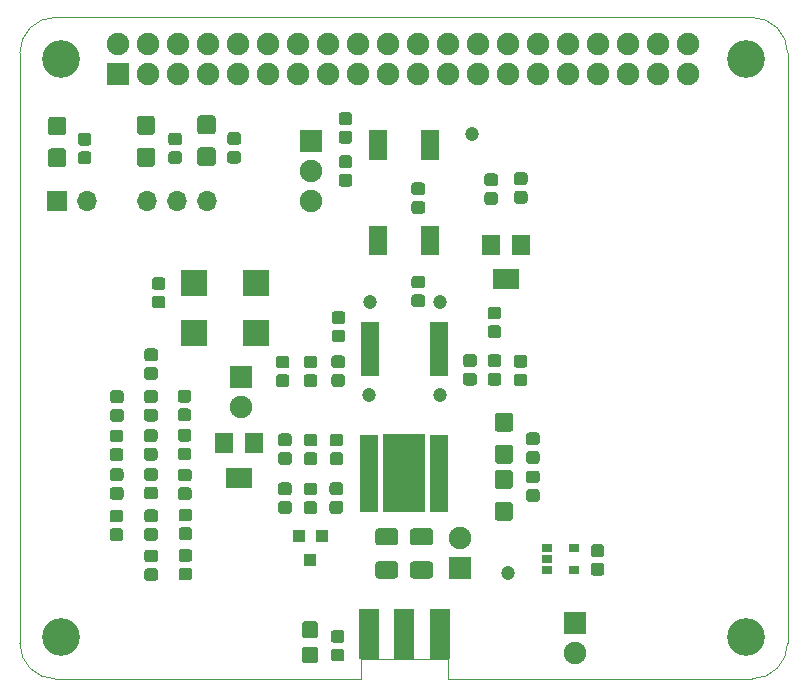
<source format=gbr>
G04 #@! TF.GenerationSoftware,KiCad,Pcbnew,5.0.0-fee4fd1~66~ubuntu18.04.1*
G04 #@! TF.CreationDate,2018-10-18T09:36:57+01:00*
G04 #@! TF.ProjectId,DDS-hat,4444532D6861742E6B696361645F7063,rev?*
G04 #@! TF.SameCoordinates,Original*
G04 #@! TF.FileFunction,Soldermask,Top*
G04 #@! TF.FilePolarity,Negative*
%FSLAX46Y46*%
G04 Gerber Fmt 4.6, Leading zero omitted, Abs format (unit mm)*
G04 Created by KiCad (PCBNEW 5.0.0-fee4fd1~66~ubuntu18.04.1) date Thu Oct 18 09:36:57 2018*
%MOMM*%
%LPD*%
G01*
G04 APERTURE LIST*
%ADD10C,0.100000*%
%ADD11C,1.075000*%
%ADD12R,1.900000X1.900000*%
%ADD13O,1.900000X1.900000*%
%ADD14R,0.900000X0.710000*%
%ADD15C,1.400000*%
%ADD16R,1.000000X1.100000*%
%ADD17C,1.550000*%
%ADD18C,1.200000*%
%ADD19R,1.500000X1.800000*%
%ADD20R,2.200000X1.800000*%
%ADD21R,1.650000X0.640000*%
%ADD22R,3.600000X6.700000*%
%ADD23R,2.200000X2.200000*%
%ADD24R,1.700000X4.200000*%
%ADD25R,1.600000X0.500000*%
%ADD26R,1.650000X0.650000*%
%ADD27C,1.450000*%
%ADD28R,1.700000X1.700000*%
%ADD29O,1.700000X1.700000*%
%ADD30C,3.200000*%
G04 APERTURE END LIST*
D10*
X114830000Y-116820000D02*
X140546356Y-116817611D01*
X107400000Y-115110000D02*
X107400000Y-116817611D01*
X114830000Y-115110000D02*
X114830000Y-116817611D01*
X107400000Y-115110000D02*
X114830000Y-115110000D01*
X78546356Y-63817611D02*
X78546356Y-113817611D01*
X78546356Y-63817611D02*
G75*
G02X81546356Y-60817611I3000000J0D01*
G01*
X140546356Y-60817611D02*
X81546356Y-60817611D01*
X140546356Y-60817611D02*
G75*
G02X143546356Y-63817611I0J-3000000D01*
G01*
X143546356Y-113817611D02*
X143546356Y-63817611D01*
X81546356Y-116817611D02*
G75*
G02X78546356Y-113817611I0J3000000D01*
G01*
X81546356Y-116817611D02*
X107400000Y-116820000D01*
X143546351Y-113822847D02*
G75*
G02X140546356Y-116817611I-2999995J5236D01*
G01*
G04 #@! TO.C,C30*
G36*
X112612592Y-74796294D02*
X112638681Y-74800164D01*
X112664264Y-74806572D01*
X112689096Y-74815457D01*
X112712938Y-74826734D01*
X112735560Y-74840293D01*
X112756743Y-74856003D01*
X112776285Y-74873715D01*
X112793997Y-74893257D01*
X112809707Y-74914440D01*
X112823266Y-74937062D01*
X112834543Y-74960904D01*
X112843428Y-74985736D01*
X112849836Y-75011319D01*
X112853706Y-75037408D01*
X112855000Y-75063750D01*
X112855000Y-75601250D01*
X112853706Y-75627592D01*
X112849836Y-75653681D01*
X112843428Y-75679264D01*
X112834543Y-75704096D01*
X112823266Y-75727938D01*
X112809707Y-75750560D01*
X112793997Y-75771743D01*
X112776285Y-75791285D01*
X112756743Y-75808997D01*
X112735560Y-75824707D01*
X112712938Y-75838266D01*
X112689096Y-75849543D01*
X112664264Y-75858428D01*
X112638681Y-75864836D01*
X112612592Y-75868706D01*
X112586250Y-75870000D01*
X111973750Y-75870000D01*
X111947408Y-75868706D01*
X111921319Y-75864836D01*
X111895736Y-75858428D01*
X111870904Y-75849543D01*
X111847062Y-75838266D01*
X111824440Y-75824707D01*
X111803257Y-75808997D01*
X111783715Y-75791285D01*
X111766003Y-75771743D01*
X111750293Y-75750560D01*
X111736734Y-75727938D01*
X111725457Y-75704096D01*
X111716572Y-75679264D01*
X111710164Y-75653681D01*
X111706294Y-75627592D01*
X111705000Y-75601250D01*
X111705000Y-75063750D01*
X111706294Y-75037408D01*
X111710164Y-75011319D01*
X111716572Y-74985736D01*
X111725457Y-74960904D01*
X111736734Y-74937062D01*
X111750293Y-74914440D01*
X111766003Y-74893257D01*
X111783715Y-74873715D01*
X111803257Y-74856003D01*
X111824440Y-74840293D01*
X111847062Y-74826734D01*
X111870904Y-74815457D01*
X111895736Y-74806572D01*
X111921319Y-74800164D01*
X111947408Y-74796294D01*
X111973750Y-74795000D01*
X112586250Y-74795000D01*
X112612592Y-74796294D01*
X112612592Y-74796294D01*
G37*
D11*
X112280000Y-75332500D03*
D10*
G36*
X112612592Y-76371294D02*
X112638681Y-76375164D01*
X112664264Y-76381572D01*
X112689096Y-76390457D01*
X112712938Y-76401734D01*
X112735560Y-76415293D01*
X112756743Y-76431003D01*
X112776285Y-76448715D01*
X112793997Y-76468257D01*
X112809707Y-76489440D01*
X112823266Y-76512062D01*
X112834543Y-76535904D01*
X112843428Y-76560736D01*
X112849836Y-76586319D01*
X112853706Y-76612408D01*
X112855000Y-76638750D01*
X112855000Y-77176250D01*
X112853706Y-77202592D01*
X112849836Y-77228681D01*
X112843428Y-77254264D01*
X112834543Y-77279096D01*
X112823266Y-77302938D01*
X112809707Y-77325560D01*
X112793997Y-77346743D01*
X112776285Y-77366285D01*
X112756743Y-77383997D01*
X112735560Y-77399707D01*
X112712938Y-77413266D01*
X112689096Y-77424543D01*
X112664264Y-77433428D01*
X112638681Y-77439836D01*
X112612592Y-77443706D01*
X112586250Y-77445000D01*
X111973750Y-77445000D01*
X111947408Y-77443706D01*
X111921319Y-77439836D01*
X111895736Y-77433428D01*
X111870904Y-77424543D01*
X111847062Y-77413266D01*
X111824440Y-77399707D01*
X111803257Y-77383997D01*
X111783715Y-77366285D01*
X111766003Y-77346743D01*
X111750293Y-77325560D01*
X111736734Y-77302938D01*
X111725457Y-77279096D01*
X111716572Y-77254264D01*
X111710164Y-77228681D01*
X111706294Y-77202592D01*
X111705000Y-77176250D01*
X111705000Y-76638750D01*
X111706294Y-76612408D01*
X111710164Y-76586319D01*
X111716572Y-76560736D01*
X111725457Y-76535904D01*
X111736734Y-76512062D01*
X111750293Y-76489440D01*
X111766003Y-76468257D01*
X111783715Y-76448715D01*
X111803257Y-76431003D01*
X111824440Y-76415293D01*
X111847062Y-76401734D01*
X111870904Y-76390457D01*
X111895736Y-76381572D01*
X111921319Y-76375164D01*
X111947408Y-76371294D01*
X111973750Y-76370000D01*
X112586250Y-76370000D01*
X112612592Y-76371294D01*
X112612592Y-76371294D01*
G37*
D11*
X112280000Y-76907500D03*
G04 #@! TD*
D12*
G04 #@! TO.C,J5*
X97290000Y-91230000D03*
D13*
X97290000Y-93770000D03*
G04 #@! TD*
D10*
G04 #@! TO.C,R16*
G36*
X121272592Y-90981294D02*
X121298681Y-90985164D01*
X121324264Y-90991572D01*
X121349096Y-91000457D01*
X121372938Y-91011734D01*
X121395560Y-91025293D01*
X121416743Y-91041003D01*
X121436285Y-91058715D01*
X121453997Y-91078257D01*
X121469707Y-91099440D01*
X121483266Y-91122062D01*
X121494543Y-91145904D01*
X121503428Y-91170736D01*
X121509836Y-91196319D01*
X121513706Y-91222408D01*
X121515000Y-91248750D01*
X121515000Y-91786250D01*
X121513706Y-91812592D01*
X121509836Y-91838681D01*
X121503428Y-91864264D01*
X121494543Y-91889096D01*
X121483266Y-91912938D01*
X121469707Y-91935560D01*
X121453997Y-91956743D01*
X121436285Y-91976285D01*
X121416743Y-91993997D01*
X121395560Y-92009707D01*
X121372938Y-92023266D01*
X121349096Y-92034543D01*
X121324264Y-92043428D01*
X121298681Y-92049836D01*
X121272592Y-92053706D01*
X121246250Y-92055000D01*
X120633750Y-92055000D01*
X120607408Y-92053706D01*
X120581319Y-92049836D01*
X120555736Y-92043428D01*
X120530904Y-92034543D01*
X120507062Y-92023266D01*
X120484440Y-92009707D01*
X120463257Y-91993997D01*
X120443715Y-91976285D01*
X120426003Y-91956743D01*
X120410293Y-91935560D01*
X120396734Y-91912938D01*
X120385457Y-91889096D01*
X120376572Y-91864264D01*
X120370164Y-91838681D01*
X120366294Y-91812592D01*
X120365000Y-91786250D01*
X120365000Y-91248750D01*
X120366294Y-91222408D01*
X120370164Y-91196319D01*
X120376572Y-91170736D01*
X120385457Y-91145904D01*
X120396734Y-91122062D01*
X120410293Y-91099440D01*
X120426003Y-91078257D01*
X120443715Y-91058715D01*
X120463257Y-91041003D01*
X120484440Y-91025293D01*
X120507062Y-91011734D01*
X120530904Y-91000457D01*
X120555736Y-90991572D01*
X120581319Y-90985164D01*
X120607408Y-90981294D01*
X120633750Y-90980000D01*
X121246250Y-90980000D01*
X121272592Y-90981294D01*
X121272592Y-90981294D01*
G37*
D11*
X120940000Y-91517500D03*
D10*
G36*
X121272592Y-89406294D02*
X121298681Y-89410164D01*
X121324264Y-89416572D01*
X121349096Y-89425457D01*
X121372938Y-89436734D01*
X121395560Y-89450293D01*
X121416743Y-89466003D01*
X121436285Y-89483715D01*
X121453997Y-89503257D01*
X121469707Y-89524440D01*
X121483266Y-89547062D01*
X121494543Y-89570904D01*
X121503428Y-89595736D01*
X121509836Y-89621319D01*
X121513706Y-89647408D01*
X121515000Y-89673750D01*
X121515000Y-90211250D01*
X121513706Y-90237592D01*
X121509836Y-90263681D01*
X121503428Y-90289264D01*
X121494543Y-90314096D01*
X121483266Y-90337938D01*
X121469707Y-90360560D01*
X121453997Y-90381743D01*
X121436285Y-90401285D01*
X121416743Y-90418997D01*
X121395560Y-90434707D01*
X121372938Y-90448266D01*
X121349096Y-90459543D01*
X121324264Y-90468428D01*
X121298681Y-90474836D01*
X121272592Y-90478706D01*
X121246250Y-90480000D01*
X120633750Y-90480000D01*
X120607408Y-90478706D01*
X120581319Y-90474836D01*
X120555736Y-90468428D01*
X120530904Y-90459543D01*
X120507062Y-90448266D01*
X120484440Y-90434707D01*
X120463257Y-90418997D01*
X120443715Y-90401285D01*
X120426003Y-90381743D01*
X120410293Y-90360560D01*
X120396734Y-90337938D01*
X120385457Y-90314096D01*
X120376572Y-90289264D01*
X120370164Y-90263681D01*
X120366294Y-90237592D01*
X120365000Y-90211250D01*
X120365000Y-89673750D01*
X120366294Y-89647408D01*
X120370164Y-89621319D01*
X120376572Y-89595736D01*
X120385457Y-89570904D01*
X120396734Y-89547062D01*
X120410293Y-89524440D01*
X120426003Y-89503257D01*
X120443715Y-89483715D01*
X120463257Y-89466003D01*
X120484440Y-89450293D01*
X120507062Y-89436734D01*
X120530904Y-89425457D01*
X120555736Y-89416572D01*
X120581319Y-89410164D01*
X120607408Y-89406294D01*
X120633750Y-89405000D01*
X121246250Y-89405000D01*
X121272592Y-89406294D01*
X121272592Y-89406294D01*
G37*
D11*
X120940000Y-89942500D03*
G04 #@! TD*
D14*
G04 #@! TO.C,U6*
X123170000Y-105710000D03*
X123170000Y-106660000D03*
X123170000Y-107610000D03*
X125490000Y-107610000D03*
X125490000Y-105710000D03*
G04 #@! TD*
D10*
G04 #@! TO.C,C29*
G36*
X127792592Y-105436294D02*
X127818681Y-105440164D01*
X127844264Y-105446572D01*
X127869096Y-105455457D01*
X127892938Y-105466734D01*
X127915560Y-105480293D01*
X127936743Y-105496003D01*
X127956285Y-105513715D01*
X127973997Y-105533257D01*
X127989707Y-105554440D01*
X128003266Y-105577062D01*
X128014543Y-105600904D01*
X128023428Y-105625736D01*
X128029836Y-105651319D01*
X128033706Y-105677408D01*
X128035000Y-105703750D01*
X128035000Y-106241250D01*
X128033706Y-106267592D01*
X128029836Y-106293681D01*
X128023428Y-106319264D01*
X128014543Y-106344096D01*
X128003266Y-106367938D01*
X127989707Y-106390560D01*
X127973997Y-106411743D01*
X127956285Y-106431285D01*
X127936743Y-106448997D01*
X127915560Y-106464707D01*
X127892938Y-106478266D01*
X127869096Y-106489543D01*
X127844264Y-106498428D01*
X127818681Y-106504836D01*
X127792592Y-106508706D01*
X127766250Y-106510000D01*
X127153750Y-106510000D01*
X127127408Y-106508706D01*
X127101319Y-106504836D01*
X127075736Y-106498428D01*
X127050904Y-106489543D01*
X127027062Y-106478266D01*
X127004440Y-106464707D01*
X126983257Y-106448997D01*
X126963715Y-106431285D01*
X126946003Y-106411743D01*
X126930293Y-106390560D01*
X126916734Y-106367938D01*
X126905457Y-106344096D01*
X126896572Y-106319264D01*
X126890164Y-106293681D01*
X126886294Y-106267592D01*
X126885000Y-106241250D01*
X126885000Y-105703750D01*
X126886294Y-105677408D01*
X126890164Y-105651319D01*
X126896572Y-105625736D01*
X126905457Y-105600904D01*
X126916734Y-105577062D01*
X126930293Y-105554440D01*
X126946003Y-105533257D01*
X126963715Y-105513715D01*
X126983257Y-105496003D01*
X127004440Y-105480293D01*
X127027062Y-105466734D01*
X127050904Y-105455457D01*
X127075736Y-105446572D01*
X127101319Y-105440164D01*
X127127408Y-105436294D01*
X127153750Y-105435000D01*
X127766250Y-105435000D01*
X127792592Y-105436294D01*
X127792592Y-105436294D01*
G37*
D11*
X127460000Y-105972500D03*
D10*
G36*
X127792592Y-107011294D02*
X127818681Y-107015164D01*
X127844264Y-107021572D01*
X127869096Y-107030457D01*
X127892938Y-107041734D01*
X127915560Y-107055293D01*
X127936743Y-107071003D01*
X127956285Y-107088715D01*
X127973997Y-107108257D01*
X127989707Y-107129440D01*
X128003266Y-107152062D01*
X128014543Y-107175904D01*
X128023428Y-107200736D01*
X128029836Y-107226319D01*
X128033706Y-107252408D01*
X128035000Y-107278750D01*
X128035000Y-107816250D01*
X128033706Y-107842592D01*
X128029836Y-107868681D01*
X128023428Y-107894264D01*
X128014543Y-107919096D01*
X128003266Y-107942938D01*
X127989707Y-107965560D01*
X127973997Y-107986743D01*
X127956285Y-108006285D01*
X127936743Y-108023997D01*
X127915560Y-108039707D01*
X127892938Y-108053266D01*
X127869096Y-108064543D01*
X127844264Y-108073428D01*
X127818681Y-108079836D01*
X127792592Y-108083706D01*
X127766250Y-108085000D01*
X127153750Y-108085000D01*
X127127408Y-108083706D01*
X127101319Y-108079836D01*
X127075736Y-108073428D01*
X127050904Y-108064543D01*
X127027062Y-108053266D01*
X127004440Y-108039707D01*
X126983257Y-108023997D01*
X126963715Y-108006285D01*
X126946003Y-107986743D01*
X126930293Y-107965560D01*
X126916734Y-107942938D01*
X126905457Y-107919096D01*
X126896572Y-107894264D01*
X126890164Y-107868681D01*
X126886294Y-107842592D01*
X126885000Y-107816250D01*
X126885000Y-107278750D01*
X126886294Y-107252408D01*
X126890164Y-107226319D01*
X126896572Y-107200736D01*
X126905457Y-107175904D01*
X126916734Y-107152062D01*
X126930293Y-107129440D01*
X126946003Y-107108257D01*
X126963715Y-107088715D01*
X126983257Y-107071003D01*
X127004440Y-107055293D01*
X127027062Y-107041734D01*
X127050904Y-107030457D01*
X127075736Y-107021572D01*
X127101319Y-107015164D01*
X127127408Y-107011294D01*
X127153750Y-107010000D01*
X127766250Y-107010000D01*
X127792592Y-107011294D01*
X127792592Y-107011294D01*
G37*
D11*
X127460000Y-107547500D03*
G04 #@! TD*
D12*
G04 #@! TO.C,J6*
X125510000Y-112080000D03*
D13*
X125510000Y-114620000D03*
G04 #@! TD*
D10*
G04 #@! TO.C,D1*
G36*
X103577547Y-114083794D02*
X103603640Y-114087665D01*
X103629229Y-114094074D01*
X103654065Y-114102961D01*
X103677911Y-114114240D01*
X103700537Y-114127801D01*
X103721725Y-114143515D01*
X103741270Y-114161230D01*
X103758985Y-114180775D01*
X103774699Y-114201963D01*
X103788260Y-114224589D01*
X103799539Y-114248435D01*
X103808426Y-114273271D01*
X103814835Y-114298860D01*
X103818706Y-114324953D01*
X103820000Y-114351300D01*
X103820000Y-115213700D01*
X103818706Y-115240047D01*
X103814835Y-115266140D01*
X103808426Y-115291729D01*
X103799539Y-115316565D01*
X103788260Y-115340411D01*
X103774699Y-115363037D01*
X103758985Y-115384225D01*
X103741270Y-115403770D01*
X103721725Y-115421485D01*
X103700537Y-115437199D01*
X103677911Y-115450760D01*
X103654065Y-115462039D01*
X103629229Y-115470926D01*
X103603640Y-115477335D01*
X103577547Y-115481206D01*
X103551200Y-115482500D01*
X102688800Y-115482500D01*
X102662453Y-115481206D01*
X102636360Y-115477335D01*
X102610771Y-115470926D01*
X102585935Y-115462039D01*
X102562089Y-115450760D01*
X102539463Y-115437199D01*
X102518275Y-115421485D01*
X102498730Y-115403770D01*
X102481015Y-115384225D01*
X102465301Y-115363037D01*
X102451740Y-115340411D01*
X102440461Y-115316565D01*
X102431574Y-115291729D01*
X102425165Y-115266140D01*
X102421294Y-115240047D01*
X102420000Y-115213700D01*
X102420000Y-114351300D01*
X102421294Y-114324953D01*
X102425165Y-114298860D01*
X102431574Y-114273271D01*
X102440461Y-114248435D01*
X102451740Y-114224589D01*
X102465301Y-114201963D01*
X102481015Y-114180775D01*
X102498730Y-114161230D01*
X102518275Y-114143515D01*
X102539463Y-114127801D01*
X102562089Y-114114240D01*
X102585935Y-114102961D01*
X102610771Y-114094074D01*
X102636360Y-114087665D01*
X102662453Y-114083794D01*
X102688800Y-114082500D01*
X103551200Y-114082500D01*
X103577547Y-114083794D01*
X103577547Y-114083794D01*
G37*
D15*
X103120000Y-114782500D03*
D10*
G36*
X103577547Y-111958794D02*
X103603640Y-111962665D01*
X103629229Y-111969074D01*
X103654065Y-111977961D01*
X103677911Y-111989240D01*
X103700537Y-112002801D01*
X103721725Y-112018515D01*
X103741270Y-112036230D01*
X103758985Y-112055775D01*
X103774699Y-112076963D01*
X103788260Y-112099589D01*
X103799539Y-112123435D01*
X103808426Y-112148271D01*
X103814835Y-112173860D01*
X103818706Y-112199953D01*
X103820000Y-112226300D01*
X103820000Y-113088700D01*
X103818706Y-113115047D01*
X103814835Y-113141140D01*
X103808426Y-113166729D01*
X103799539Y-113191565D01*
X103788260Y-113215411D01*
X103774699Y-113238037D01*
X103758985Y-113259225D01*
X103741270Y-113278770D01*
X103721725Y-113296485D01*
X103700537Y-113312199D01*
X103677911Y-113325760D01*
X103654065Y-113337039D01*
X103629229Y-113345926D01*
X103603640Y-113352335D01*
X103577547Y-113356206D01*
X103551200Y-113357500D01*
X102688800Y-113357500D01*
X102662453Y-113356206D01*
X102636360Y-113352335D01*
X102610771Y-113345926D01*
X102585935Y-113337039D01*
X102562089Y-113325760D01*
X102539463Y-113312199D01*
X102518275Y-113296485D01*
X102498730Y-113278770D01*
X102481015Y-113259225D01*
X102465301Y-113238037D01*
X102451740Y-113215411D01*
X102440461Y-113191565D01*
X102431574Y-113166729D01*
X102425165Y-113141140D01*
X102421294Y-113115047D01*
X102420000Y-113088700D01*
X102420000Y-112226300D01*
X102421294Y-112199953D01*
X102425165Y-112173860D01*
X102431574Y-112148271D01*
X102440461Y-112123435D01*
X102451740Y-112099589D01*
X102465301Y-112076963D01*
X102481015Y-112055775D01*
X102498730Y-112036230D01*
X102518275Y-112018515D01*
X102539463Y-112002801D01*
X102562089Y-111989240D01*
X102585935Y-111977961D01*
X102610771Y-111969074D01*
X102636360Y-111962665D01*
X102662453Y-111958794D01*
X102688800Y-111957500D01*
X103551200Y-111957500D01*
X103577547Y-111958794D01*
X103577547Y-111958794D01*
G37*
D15*
X103120000Y-112657500D03*
G04 #@! TD*
D16*
G04 #@! TO.C,Q1*
X104090000Y-104720000D03*
X102190000Y-104720000D03*
X103140000Y-106720000D03*
G04 #@! TD*
D10*
G04 #@! TO.C,R15*
G36*
X105792592Y-114261294D02*
X105818681Y-114265164D01*
X105844264Y-114271572D01*
X105869096Y-114280457D01*
X105892938Y-114291734D01*
X105915560Y-114305293D01*
X105936743Y-114321003D01*
X105956285Y-114338715D01*
X105973997Y-114358257D01*
X105989707Y-114379440D01*
X106003266Y-114402062D01*
X106014543Y-114425904D01*
X106023428Y-114450736D01*
X106029836Y-114476319D01*
X106033706Y-114502408D01*
X106035000Y-114528750D01*
X106035000Y-115066250D01*
X106033706Y-115092592D01*
X106029836Y-115118681D01*
X106023428Y-115144264D01*
X106014543Y-115169096D01*
X106003266Y-115192938D01*
X105989707Y-115215560D01*
X105973997Y-115236743D01*
X105956285Y-115256285D01*
X105936743Y-115273997D01*
X105915560Y-115289707D01*
X105892938Y-115303266D01*
X105869096Y-115314543D01*
X105844264Y-115323428D01*
X105818681Y-115329836D01*
X105792592Y-115333706D01*
X105766250Y-115335000D01*
X105153750Y-115335000D01*
X105127408Y-115333706D01*
X105101319Y-115329836D01*
X105075736Y-115323428D01*
X105050904Y-115314543D01*
X105027062Y-115303266D01*
X105004440Y-115289707D01*
X104983257Y-115273997D01*
X104963715Y-115256285D01*
X104946003Y-115236743D01*
X104930293Y-115215560D01*
X104916734Y-115192938D01*
X104905457Y-115169096D01*
X104896572Y-115144264D01*
X104890164Y-115118681D01*
X104886294Y-115092592D01*
X104885000Y-115066250D01*
X104885000Y-114528750D01*
X104886294Y-114502408D01*
X104890164Y-114476319D01*
X104896572Y-114450736D01*
X104905457Y-114425904D01*
X104916734Y-114402062D01*
X104930293Y-114379440D01*
X104946003Y-114358257D01*
X104963715Y-114338715D01*
X104983257Y-114321003D01*
X105004440Y-114305293D01*
X105027062Y-114291734D01*
X105050904Y-114280457D01*
X105075736Y-114271572D01*
X105101319Y-114265164D01*
X105127408Y-114261294D01*
X105153750Y-114260000D01*
X105766250Y-114260000D01*
X105792592Y-114261294D01*
X105792592Y-114261294D01*
G37*
D11*
X105460000Y-114797500D03*
D10*
G36*
X105792592Y-112686294D02*
X105818681Y-112690164D01*
X105844264Y-112696572D01*
X105869096Y-112705457D01*
X105892938Y-112716734D01*
X105915560Y-112730293D01*
X105936743Y-112746003D01*
X105956285Y-112763715D01*
X105973997Y-112783257D01*
X105989707Y-112804440D01*
X106003266Y-112827062D01*
X106014543Y-112850904D01*
X106023428Y-112875736D01*
X106029836Y-112901319D01*
X106033706Y-112927408D01*
X106035000Y-112953750D01*
X106035000Y-113491250D01*
X106033706Y-113517592D01*
X106029836Y-113543681D01*
X106023428Y-113569264D01*
X106014543Y-113594096D01*
X106003266Y-113617938D01*
X105989707Y-113640560D01*
X105973997Y-113661743D01*
X105956285Y-113681285D01*
X105936743Y-113698997D01*
X105915560Y-113714707D01*
X105892938Y-113728266D01*
X105869096Y-113739543D01*
X105844264Y-113748428D01*
X105818681Y-113754836D01*
X105792592Y-113758706D01*
X105766250Y-113760000D01*
X105153750Y-113760000D01*
X105127408Y-113758706D01*
X105101319Y-113754836D01*
X105075736Y-113748428D01*
X105050904Y-113739543D01*
X105027062Y-113728266D01*
X105004440Y-113714707D01*
X104983257Y-113698997D01*
X104963715Y-113681285D01*
X104946003Y-113661743D01*
X104930293Y-113640560D01*
X104916734Y-113617938D01*
X104905457Y-113594096D01*
X104896572Y-113569264D01*
X104890164Y-113543681D01*
X104886294Y-113517592D01*
X104885000Y-113491250D01*
X104885000Y-112953750D01*
X104886294Y-112927408D01*
X104890164Y-112901319D01*
X104896572Y-112875736D01*
X104905457Y-112850904D01*
X104916734Y-112827062D01*
X104930293Y-112804440D01*
X104946003Y-112783257D01*
X104963715Y-112763715D01*
X104983257Y-112746003D01*
X105004440Y-112730293D01*
X105027062Y-112716734D01*
X105050904Y-112705457D01*
X105075736Y-112696572D01*
X105101319Y-112690164D01*
X105127408Y-112686294D01*
X105153750Y-112685000D01*
X105766250Y-112685000D01*
X105792592Y-112686294D01*
X105792592Y-112686294D01*
G37*
D11*
X105460000Y-113222500D03*
G04 #@! TD*
D10*
G04 #@! TO.C,C28*
G36*
X89994592Y-105889794D02*
X90020681Y-105893664D01*
X90046264Y-105900072D01*
X90071096Y-105908957D01*
X90094938Y-105920234D01*
X90117560Y-105933793D01*
X90138743Y-105949503D01*
X90158285Y-105967215D01*
X90175997Y-105986757D01*
X90191707Y-106007940D01*
X90205266Y-106030562D01*
X90216543Y-106054404D01*
X90225428Y-106079236D01*
X90231836Y-106104819D01*
X90235706Y-106130908D01*
X90237000Y-106157250D01*
X90237000Y-106694750D01*
X90235706Y-106721092D01*
X90231836Y-106747181D01*
X90225428Y-106772764D01*
X90216543Y-106797596D01*
X90205266Y-106821438D01*
X90191707Y-106844060D01*
X90175997Y-106865243D01*
X90158285Y-106884785D01*
X90138743Y-106902497D01*
X90117560Y-106918207D01*
X90094938Y-106931766D01*
X90071096Y-106943043D01*
X90046264Y-106951928D01*
X90020681Y-106958336D01*
X89994592Y-106962206D01*
X89968250Y-106963500D01*
X89355750Y-106963500D01*
X89329408Y-106962206D01*
X89303319Y-106958336D01*
X89277736Y-106951928D01*
X89252904Y-106943043D01*
X89229062Y-106931766D01*
X89206440Y-106918207D01*
X89185257Y-106902497D01*
X89165715Y-106884785D01*
X89148003Y-106865243D01*
X89132293Y-106844060D01*
X89118734Y-106821438D01*
X89107457Y-106797596D01*
X89098572Y-106772764D01*
X89092164Y-106747181D01*
X89088294Y-106721092D01*
X89087000Y-106694750D01*
X89087000Y-106157250D01*
X89088294Y-106130908D01*
X89092164Y-106104819D01*
X89098572Y-106079236D01*
X89107457Y-106054404D01*
X89118734Y-106030562D01*
X89132293Y-106007940D01*
X89148003Y-105986757D01*
X89165715Y-105967215D01*
X89185257Y-105949503D01*
X89206440Y-105933793D01*
X89229062Y-105920234D01*
X89252904Y-105908957D01*
X89277736Y-105900072D01*
X89303319Y-105893664D01*
X89329408Y-105889794D01*
X89355750Y-105888500D01*
X89968250Y-105888500D01*
X89994592Y-105889794D01*
X89994592Y-105889794D01*
G37*
D11*
X89662000Y-106426000D03*
D10*
G36*
X89994592Y-107464794D02*
X90020681Y-107468664D01*
X90046264Y-107475072D01*
X90071096Y-107483957D01*
X90094938Y-107495234D01*
X90117560Y-107508793D01*
X90138743Y-107524503D01*
X90158285Y-107542215D01*
X90175997Y-107561757D01*
X90191707Y-107582940D01*
X90205266Y-107605562D01*
X90216543Y-107629404D01*
X90225428Y-107654236D01*
X90231836Y-107679819D01*
X90235706Y-107705908D01*
X90237000Y-107732250D01*
X90237000Y-108269750D01*
X90235706Y-108296092D01*
X90231836Y-108322181D01*
X90225428Y-108347764D01*
X90216543Y-108372596D01*
X90205266Y-108396438D01*
X90191707Y-108419060D01*
X90175997Y-108440243D01*
X90158285Y-108459785D01*
X90138743Y-108477497D01*
X90117560Y-108493207D01*
X90094938Y-108506766D01*
X90071096Y-108518043D01*
X90046264Y-108526928D01*
X90020681Y-108533336D01*
X89994592Y-108537206D01*
X89968250Y-108538500D01*
X89355750Y-108538500D01*
X89329408Y-108537206D01*
X89303319Y-108533336D01*
X89277736Y-108526928D01*
X89252904Y-108518043D01*
X89229062Y-108506766D01*
X89206440Y-108493207D01*
X89185257Y-108477497D01*
X89165715Y-108459785D01*
X89148003Y-108440243D01*
X89132293Y-108419060D01*
X89118734Y-108396438D01*
X89107457Y-108372596D01*
X89098572Y-108347764D01*
X89092164Y-108322181D01*
X89088294Y-108296092D01*
X89087000Y-108269750D01*
X89087000Y-107732250D01*
X89088294Y-107705908D01*
X89092164Y-107679819D01*
X89098572Y-107654236D01*
X89107457Y-107629404D01*
X89118734Y-107605562D01*
X89132293Y-107582940D01*
X89148003Y-107561757D01*
X89165715Y-107542215D01*
X89185257Y-107524503D01*
X89206440Y-107508793D01*
X89229062Y-107495234D01*
X89252904Y-107483957D01*
X89277736Y-107475072D01*
X89303319Y-107468664D01*
X89329408Y-107464794D01*
X89355750Y-107463500D01*
X89968250Y-107463500D01*
X89994592Y-107464794D01*
X89994592Y-107464794D01*
G37*
D11*
X89662000Y-108001000D03*
G04 #@! TD*
D10*
G04 #@! TO.C,C27*
G36*
X92892592Y-102416294D02*
X92918681Y-102420164D01*
X92944264Y-102426572D01*
X92969096Y-102435457D01*
X92992938Y-102446734D01*
X93015560Y-102460293D01*
X93036743Y-102476003D01*
X93056285Y-102493715D01*
X93073997Y-102513257D01*
X93089707Y-102534440D01*
X93103266Y-102557062D01*
X93114543Y-102580904D01*
X93123428Y-102605736D01*
X93129836Y-102631319D01*
X93133706Y-102657408D01*
X93135000Y-102683750D01*
X93135000Y-103221250D01*
X93133706Y-103247592D01*
X93129836Y-103273681D01*
X93123428Y-103299264D01*
X93114543Y-103324096D01*
X93103266Y-103347938D01*
X93089707Y-103370560D01*
X93073997Y-103391743D01*
X93056285Y-103411285D01*
X93036743Y-103428997D01*
X93015560Y-103444707D01*
X92992938Y-103458266D01*
X92969096Y-103469543D01*
X92944264Y-103478428D01*
X92918681Y-103484836D01*
X92892592Y-103488706D01*
X92866250Y-103490000D01*
X92253750Y-103490000D01*
X92227408Y-103488706D01*
X92201319Y-103484836D01*
X92175736Y-103478428D01*
X92150904Y-103469543D01*
X92127062Y-103458266D01*
X92104440Y-103444707D01*
X92083257Y-103428997D01*
X92063715Y-103411285D01*
X92046003Y-103391743D01*
X92030293Y-103370560D01*
X92016734Y-103347938D01*
X92005457Y-103324096D01*
X91996572Y-103299264D01*
X91990164Y-103273681D01*
X91986294Y-103247592D01*
X91985000Y-103221250D01*
X91985000Y-102683750D01*
X91986294Y-102657408D01*
X91990164Y-102631319D01*
X91996572Y-102605736D01*
X92005457Y-102580904D01*
X92016734Y-102557062D01*
X92030293Y-102534440D01*
X92046003Y-102513257D01*
X92063715Y-102493715D01*
X92083257Y-102476003D01*
X92104440Y-102460293D01*
X92127062Y-102446734D01*
X92150904Y-102435457D01*
X92175736Y-102426572D01*
X92201319Y-102420164D01*
X92227408Y-102416294D01*
X92253750Y-102415000D01*
X92866250Y-102415000D01*
X92892592Y-102416294D01*
X92892592Y-102416294D01*
G37*
D11*
X92560000Y-102952500D03*
D10*
G36*
X92892592Y-103991294D02*
X92918681Y-103995164D01*
X92944264Y-104001572D01*
X92969096Y-104010457D01*
X92992938Y-104021734D01*
X93015560Y-104035293D01*
X93036743Y-104051003D01*
X93056285Y-104068715D01*
X93073997Y-104088257D01*
X93089707Y-104109440D01*
X93103266Y-104132062D01*
X93114543Y-104155904D01*
X93123428Y-104180736D01*
X93129836Y-104206319D01*
X93133706Y-104232408D01*
X93135000Y-104258750D01*
X93135000Y-104796250D01*
X93133706Y-104822592D01*
X93129836Y-104848681D01*
X93123428Y-104874264D01*
X93114543Y-104899096D01*
X93103266Y-104922938D01*
X93089707Y-104945560D01*
X93073997Y-104966743D01*
X93056285Y-104986285D01*
X93036743Y-105003997D01*
X93015560Y-105019707D01*
X92992938Y-105033266D01*
X92969096Y-105044543D01*
X92944264Y-105053428D01*
X92918681Y-105059836D01*
X92892592Y-105063706D01*
X92866250Y-105065000D01*
X92253750Y-105065000D01*
X92227408Y-105063706D01*
X92201319Y-105059836D01*
X92175736Y-105053428D01*
X92150904Y-105044543D01*
X92127062Y-105033266D01*
X92104440Y-105019707D01*
X92083257Y-105003997D01*
X92063715Y-104986285D01*
X92046003Y-104966743D01*
X92030293Y-104945560D01*
X92016734Y-104922938D01*
X92005457Y-104899096D01*
X91996572Y-104874264D01*
X91990164Y-104848681D01*
X91986294Y-104822592D01*
X91985000Y-104796250D01*
X91985000Y-104258750D01*
X91986294Y-104232408D01*
X91990164Y-104206319D01*
X91996572Y-104180736D01*
X92005457Y-104155904D01*
X92016734Y-104132062D01*
X92030293Y-104109440D01*
X92046003Y-104088257D01*
X92063715Y-104068715D01*
X92083257Y-104051003D01*
X92104440Y-104035293D01*
X92127062Y-104021734D01*
X92150904Y-104010457D01*
X92175736Y-104001572D01*
X92201319Y-103995164D01*
X92227408Y-103991294D01*
X92253750Y-103990000D01*
X92866250Y-103990000D01*
X92892592Y-103991294D01*
X92892592Y-103991294D01*
G37*
D11*
X92560000Y-104527500D03*
G04 #@! TD*
D10*
G04 #@! TO.C,C26*
G36*
X87052592Y-102506294D02*
X87078681Y-102510164D01*
X87104264Y-102516572D01*
X87129096Y-102525457D01*
X87152938Y-102536734D01*
X87175560Y-102550293D01*
X87196743Y-102566003D01*
X87216285Y-102583715D01*
X87233997Y-102603257D01*
X87249707Y-102624440D01*
X87263266Y-102647062D01*
X87274543Y-102670904D01*
X87283428Y-102695736D01*
X87289836Y-102721319D01*
X87293706Y-102747408D01*
X87295000Y-102773750D01*
X87295000Y-103311250D01*
X87293706Y-103337592D01*
X87289836Y-103363681D01*
X87283428Y-103389264D01*
X87274543Y-103414096D01*
X87263266Y-103437938D01*
X87249707Y-103460560D01*
X87233997Y-103481743D01*
X87216285Y-103501285D01*
X87196743Y-103518997D01*
X87175560Y-103534707D01*
X87152938Y-103548266D01*
X87129096Y-103559543D01*
X87104264Y-103568428D01*
X87078681Y-103574836D01*
X87052592Y-103578706D01*
X87026250Y-103580000D01*
X86413750Y-103580000D01*
X86387408Y-103578706D01*
X86361319Y-103574836D01*
X86335736Y-103568428D01*
X86310904Y-103559543D01*
X86287062Y-103548266D01*
X86264440Y-103534707D01*
X86243257Y-103518997D01*
X86223715Y-103501285D01*
X86206003Y-103481743D01*
X86190293Y-103460560D01*
X86176734Y-103437938D01*
X86165457Y-103414096D01*
X86156572Y-103389264D01*
X86150164Y-103363681D01*
X86146294Y-103337592D01*
X86145000Y-103311250D01*
X86145000Y-102773750D01*
X86146294Y-102747408D01*
X86150164Y-102721319D01*
X86156572Y-102695736D01*
X86165457Y-102670904D01*
X86176734Y-102647062D01*
X86190293Y-102624440D01*
X86206003Y-102603257D01*
X86223715Y-102583715D01*
X86243257Y-102566003D01*
X86264440Y-102550293D01*
X86287062Y-102536734D01*
X86310904Y-102525457D01*
X86335736Y-102516572D01*
X86361319Y-102510164D01*
X86387408Y-102506294D01*
X86413750Y-102505000D01*
X87026250Y-102505000D01*
X87052592Y-102506294D01*
X87052592Y-102506294D01*
G37*
D11*
X86720000Y-103042500D03*
D10*
G36*
X87052592Y-104081294D02*
X87078681Y-104085164D01*
X87104264Y-104091572D01*
X87129096Y-104100457D01*
X87152938Y-104111734D01*
X87175560Y-104125293D01*
X87196743Y-104141003D01*
X87216285Y-104158715D01*
X87233997Y-104178257D01*
X87249707Y-104199440D01*
X87263266Y-104222062D01*
X87274543Y-104245904D01*
X87283428Y-104270736D01*
X87289836Y-104296319D01*
X87293706Y-104322408D01*
X87295000Y-104348750D01*
X87295000Y-104886250D01*
X87293706Y-104912592D01*
X87289836Y-104938681D01*
X87283428Y-104964264D01*
X87274543Y-104989096D01*
X87263266Y-105012938D01*
X87249707Y-105035560D01*
X87233997Y-105056743D01*
X87216285Y-105076285D01*
X87196743Y-105093997D01*
X87175560Y-105109707D01*
X87152938Y-105123266D01*
X87129096Y-105134543D01*
X87104264Y-105143428D01*
X87078681Y-105149836D01*
X87052592Y-105153706D01*
X87026250Y-105155000D01*
X86413750Y-105155000D01*
X86387408Y-105153706D01*
X86361319Y-105149836D01*
X86335736Y-105143428D01*
X86310904Y-105134543D01*
X86287062Y-105123266D01*
X86264440Y-105109707D01*
X86243257Y-105093997D01*
X86223715Y-105076285D01*
X86206003Y-105056743D01*
X86190293Y-105035560D01*
X86176734Y-105012938D01*
X86165457Y-104989096D01*
X86156572Y-104964264D01*
X86150164Y-104938681D01*
X86146294Y-104912592D01*
X86145000Y-104886250D01*
X86145000Y-104348750D01*
X86146294Y-104322408D01*
X86150164Y-104296319D01*
X86156572Y-104270736D01*
X86165457Y-104245904D01*
X86176734Y-104222062D01*
X86190293Y-104199440D01*
X86206003Y-104178257D01*
X86223715Y-104158715D01*
X86243257Y-104141003D01*
X86264440Y-104125293D01*
X86287062Y-104111734D01*
X86310904Y-104100457D01*
X86335736Y-104091572D01*
X86361319Y-104085164D01*
X86387408Y-104081294D01*
X86413750Y-104080000D01*
X87026250Y-104080000D01*
X87052592Y-104081294D01*
X87052592Y-104081294D01*
G37*
D11*
X86720000Y-104617500D03*
G04 #@! TD*
D10*
G04 #@! TO.C,C25*
G36*
X92852592Y-99026294D02*
X92878681Y-99030164D01*
X92904264Y-99036572D01*
X92929096Y-99045457D01*
X92952938Y-99056734D01*
X92975560Y-99070293D01*
X92996743Y-99086003D01*
X93016285Y-99103715D01*
X93033997Y-99123257D01*
X93049707Y-99144440D01*
X93063266Y-99167062D01*
X93074543Y-99190904D01*
X93083428Y-99215736D01*
X93089836Y-99241319D01*
X93093706Y-99267408D01*
X93095000Y-99293750D01*
X93095000Y-99831250D01*
X93093706Y-99857592D01*
X93089836Y-99883681D01*
X93083428Y-99909264D01*
X93074543Y-99934096D01*
X93063266Y-99957938D01*
X93049707Y-99980560D01*
X93033997Y-100001743D01*
X93016285Y-100021285D01*
X92996743Y-100038997D01*
X92975560Y-100054707D01*
X92952938Y-100068266D01*
X92929096Y-100079543D01*
X92904264Y-100088428D01*
X92878681Y-100094836D01*
X92852592Y-100098706D01*
X92826250Y-100100000D01*
X92213750Y-100100000D01*
X92187408Y-100098706D01*
X92161319Y-100094836D01*
X92135736Y-100088428D01*
X92110904Y-100079543D01*
X92087062Y-100068266D01*
X92064440Y-100054707D01*
X92043257Y-100038997D01*
X92023715Y-100021285D01*
X92006003Y-100001743D01*
X91990293Y-99980560D01*
X91976734Y-99957938D01*
X91965457Y-99934096D01*
X91956572Y-99909264D01*
X91950164Y-99883681D01*
X91946294Y-99857592D01*
X91945000Y-99831250D01*
X91945000Y-99293750D01*
X91946294Y-99267408D01*
X91950164Y-99241319D01*
X91956572Y-99215736D01*
X91965457Y-99190904D01*
X91976734Y-99167062D01*
X91990293Y-99144440D01*
X92006003Y-99123257D01*
X92023715Y-99103715D01*
X92043257Y-99086003D01*
X92064440Y-99070293D01*
X92087062Y-99056734D01*
X92110904Y-99045457D01*
X92135736Y-99036572D01*
X92161319Y-99030164D01*
X92187408Y-99026294D01*
X92213750Y-99025000D01*
X92826250Y-99025000D01*
X92852592Y-99026294D01*
X92852592Y-99026294D01*
G37*
D11*
X92520000Y-99562500D03*
D10*
G36*
X92852592Y-100601294D02*
X92878681Y-100605164D01*
X92904264Y-100611572D01*
X92929096Y-100620457D01*
X92952938Y-100631734D01*
X92975560Y-100645293D01*
X92996743Y-100661003D01*
X93016285Y-100678715D01*
X93033997Y-100698257D01*
X93049707Y-100719440D01*
X93063266Y-100742062D01*
X93074543Y-100765904D01*
X93083428Y-100790736D01*
X93089836Y-100816319D01*
X93093706Y-100842408D01*
X93095000Y-100868750D01*
X93095000Y-101406250D01*
X93093706Y-101432592D01*
X93089836Y-101458681D01*
X93083428Y-101484264D01*
X93074543Y-101509096D01*
X93063266Y-101532938D01*
X93049707Y-101555560D01*
X93033997Y-101576743D01*
X93016285Y-101596285D01*
X92996743Y-101613997D01*
X92975560Y-101629707D01*
X92952938Y-101643266D01*
X92929096Y-101654543D01*
X92904264Y-101663428D01*
X92878681Y-101669836D01*
X92852592Y-101673706D01*
X92826250Y-101675000D01*
X92213750Y-101675000D01*
X92187408Y-101673706D01*
X92161319Y-101669836D01*
X92135736Y-101663428D01*
X92110904Y-101654543D01*
X92087062Y-101643266D01*
X92064440Y-101629707D01*
X92043257Y-101613997D01*
X92023715Y-101596285D01*
X92006003Y-101576743D01*
X91990293Y-101555560D01*
X91976734Y-101532938D01*
X91965457Y-101509096D01*
X91956572Y-101484264D01*
X91950164Y-101458681D01*
X91946294Y-101432592D01*
X91945000Y-101406250D01*
X91945000Y-100868750D01*
X91946294Y-100842408D01*
X91950164Y-100816319D01*
X91956572Y-100790736D01*
X91965457Y-100765904D01*
X91976734Y-100742062D01*
X91990293Y-100719440D01*
X92006003Y-100698257D01*
X92023715Y-100678715D01*
X92043257Y-100661003D01*
X92064440Y-100645293D01*
X92087062Y-100631734D01*
X92110904Y-100620457D01*
X92135736Y-100611572D01*
X92161319Y-100605164D01*
X92187408Y-100601294D01*
X92213750Y-100600000D01*
X92826250Y-100600000D01*
X92852592Y-100601294D01*
X92852592Y-100601294D01*
G37*
D11*
X92520000Y-101137500D03*
G04 #@! TD*
D10*
G04 #@! TO.C,C24*
G36*
X87082592Y-99006294D02*
X87108681Y-99010164D01*
X87134264Y-99016572D01*
X87159096Y-99025457D01*
X87182938Y-99036734D01*
X87205560Y-99050293D01*
X87226743Y-99066003D01*
X87246285Y-99083715D01*
X87263997Y-99103257D01*
X87279707Y-99124440D01*
X87293266Y-99147062D01*
X87304543Y-99170904D01*
X87313428Y-99195736D01*
X87319836Y-99221319D01*
X87323706Y-99247408D01*
X87325000Y-99273750D01*
X87325000Y-99811250D01*
X87323706Y-99837592D01*
X87319836Y-99863681D01*
X87313428Y-99889264D01*
X87304543Y-99914096D01*
X87293266Y-99937938D01*
X87279707Y-99960560D01*
X87263997Y-99981743D01*
X87246285Y-100001285D01*
X87226743Y-100018997D01*
X87205560Y-100034707D01*
X87182938Y-100048266D01*
X87159096Y-100059543D01*
X87134264Y-100068428D01*
X87108681Y-100074836D01*
X87082592Y-100078706D01*
X87056250Y-100080000D01*
X86443750Y-100080000D01*
X86417408Y-100078706D01*
X86391319Y-100074836D01*
X86365736Y-100068428D01*
X86340904Y-100059543D01*
X86317062Y-100048266D01*
X86294440Y-100034707D01*
X86273257Y-100018997D01*
X86253715Y-100001285D01*
X86236003Y-99981743D01*
X86220293Y-99960560D01*
X86206734Y-99937938D01*
X86195457Y-99914096D01*
X86186572Y-99889264D01*
X86180164Y-99863681D01*
X86176294Y-99837592D01*
X86175000Y-99811250D01*
X86175000Y-99273750D01*
X86176294Y-99247408D01*
X86180164Y-99221319D01*
X86186572Y-99195736D01*
X86195457Y-99170904D01*
X86206734Y-99147062D01*
X86220293Y-99124440D01*
X86236003Y-99103257D01*
X86253715Y-99083715D01*
X86273257Y-99066003D01*
X86294440Y-99050293D01*
X86317062Y-99036734D01*
X86340904Y-99025457D01*
X86365736Y-99016572D01*
X86391319Y-99010164D01*
X86417408Y-99006294D01*
X86443750Y-99005000D01*
X87056250Y-99005000D01*
X87082592Y-99006294D01*
X87082592Y-99006294D01*
G37*
D11*
X86750000Y-99542500D03*
D10*
G36*
X87082592Y-100581294D02*
X87108681Y-100585164D01*
X87134264Y-100591572D01*
X87159096Y-100600457D01*
X87182938Y-100611734D01*
X87205560Y-100625293D01*
X87226743Y-100641003D01*
X87246285Y-100658715D01*
X87263997Y-100678257D01*
X87279707Y-100699440D01*
X87293266Y-100722062D01*
X87304543Y-100745904D01*
X87313428Y-100770736D01*
X87319836Y-100796319D01*
X87323706Y-100822408D01*
X87325000Y-100848750D01*
X87325000Y-101386250D01*
X87323706Y-101412592D01*
X87319836Y-101438681D01*
X87313428Y-101464264D01*
X87304543Y-101489096D01*
X87293266Y-101512938D01*
X87279707Y-101535560D01*
X87263997Y-101556743D01*
X87246285Y-101576285D01*
X87226743Y-101593997D01*
X87205560Y-101609707D01*
X87182938Y-101623266D01*
X87159096Y-101634543D01*
X87134264Y-101643428D01*
X87108681Y-101649836D01*
X87082592Y-101653706D01*
X87056250Y-101655000D01*
X86443750Y-101655000D01*
X86417408Y-101653706D01*
X86391319Y-101649836D01*
X86365736Y-101643428D01*
X86340904Y-101634543D01*
X86317062Y-101623266D01*
X86294440Y-101609707D01*
X86273257Y-101593997D01*
X86253715Y-101576285D01*
X86236003Y-101556743D01*
X86220293Y-101535560D01*
X86206734Y-101512938D01*
X86195457Y-101489096D01*
X86186572Y-101464264D01*
X86180164Y-101438681D01*
X86176294Y-101412592D01*
X86175000Y-101386250D01*
X86175000Y-100848750D01*
X86176294Y-100822408D01*
X86180164Y-100796319D01*
X86186572Y-100770736D01*
X86195457Y-100745904D01*
X86206734Y-100722062D01*
X86220293Y-100699440D01*
X86236003Y-100678257D01*
X86253715Y-100658715D01*
X86273257Y-100641003D01*
X86294440Y-100625293D01*
X86317062Y-100611734D01*
X86340904Y-100600457D01*
X86365736Y-100591572D01*
X86391319Y-100585164D01*
X86417408Y-100581294D01*
X86443750Y-100580000D01*
X87056250Y-100580000D01*
X87082592Y-100581294D01*
X87082592Y-100581294D01*
G37*
D11*
X86750000Y-101117500D03*
G04 #@! TD*
D10*
G04 #@! TO.C,C23*
G36*
X92832592Y-95663794D02*
X92858681Y-95667664D01*
X92884264Y-95674072D01*
X92909096Y-95682957D01*
X92932938Y-95694234D01*
X92955560Y-95707793D01*
X92976743Y-95723503D01*
X92996285Y-95741215D01*
X93013997Y-95760757D01*
X93029707Y-95781940D01*
X93043266Y-95804562D01*
X93054543Y-95828404D01*
X93063428Y-95853236D01*
X93069836Y-95878819D01*
X93073706Y-95904908D01*
X93075000Y-95931250D01*
X93075000Y-96468750D01*
X93073706Y-96495092D01*
X93069836Y-96521181D01*
X93063428Y-96546764D01*
X93054543Y-96571596D01*
X93043266Y-96595438D01*
X93029707Y-96618060D01*
X93013997Y-96639243D01*
X92996285Y-96658785D01*
X92976743Y-96676497D01*
X92955560Y-96692207D01*
X92932938Y-96705766D01*
X92909096Y-96717043D01*
X92884264Y-96725928D01*
X92858681Y-96732336D01*
X92832592Y-96736206D01*
X92806250Y-96737500D01*
X92193750Y-96737500D01*
X92167408Y-96736206D01*
X92141319Y-96732336D01*
X92115736Y-96725928D01*
X92090904Y-96717043D01*
X92067062Y-96705766D01*
X92044440Y-96692207D01*
X92023257Y-96676497D01*
X92003715Y-96658785D01*
X91986003Y-96639243D01*
X91970293Y-96618060D01*
X91956734Y-96595438D01*
X91945457Y-96571596D01*
X91936572Y-96546764D01*
X91930164Y-96521181D01*
X91926294Y-96495092D01*
X91925000Y-96468750D01*
X91925000Y-95931250D01*
X91926294Y-95904908D01*
X91930164Y-95878819D01*
X91936572Y-95853236D01*
X91945457Y-95828404D01*
X91956734Y-95804562D01*
X91970293Y-95781940D01*
X91986003Y-95760757D01*
X92003715Y-95741215D01*
X92023257Y-95723503D01*
X92044440Y-95707793D01*
X92067062Y-95694234D01*
X92090904Y-95682957D01*
X92115736Y-95674072D01*
X92141319Y-95667664D01*
X92167408Y-95663794D01*
X92193750Y-95662500D01*
X92806250Y-95662500D01*
X92832592Y-95663794D01*
X92832592Y-95663794D01*
G37*
D11*
X92500000Y-96200000D03*
D10*
G36*
X92832592Y-97238794D02*
X92858681Y-97242664D01*
X92884264Y-97249072D01*
X92909096Y-97257957D01*
X92932938Y-97269234D01*
X92955560Y-97282793D01*
X92976743Y-97298503D01*
X92996285Y-97316215D01*
X93013997Y-97335757D01*
X93029707Y-97356940D01*
X93043266Y-97379562D01*
X93054543Y-97403404D01*
X93063428Y-97428236D01*
X93069836Y-97453819D01*
X93073706Y-97479908D01*
X93075000Y-97506250D01*
X93075000Y-98043750D01*
X93073706Y-98070092D01*
X93069836Y-98096181D01*
X93063428Y-98121764D01*
X93054543Y-98146596D01*
X93043266Y-98170438D01*
X93029707Y-98193060D01*
X93013997Y-98214243D01*
X92996285Y-98233785D01*
X92976743Y-98251497D01*
X92955560Y-98267207D01*
X92932938Y-98280766D01*
X92909096Y-98292043D01*
X92884264Y-98300928D01*
X92858681Y-98307336D01*
X92832592Y-98311206D01*
X92806250Y-98312500D01*
X92193750Y-98312500D01*
X92167408Y-98311206D01*
X92141319Y-98307336D01*
X92115736Y-98300928D01*
X92090904Y-98292043D01*
X92067062Y-98280766D01*
X92044440Y-98267207D01*
X92023257Y-98251497D01*
X92003715Y-98233785D01*
X91986003Y-98214243D01*
X91970293Y-98193060D01*
X91956734Y-98170438D01*
X91945457Y-98146596D01*
X91936572Y-98121764D01*
X91930164Y-98096181D01*
X91926294Y-98070092D01*
X91925000Y-98043750D01*
X91925000Y-97506250D01*
X91926294Y-97479908D01*
X91930164Y-97453819D01*
X91936572Y-97428236D01*
X91945457Y-97403404D01*
X91956734Y-97379562D01*
X91970293Y-97356940D01*
X91986003Y-97335757D01*
X92003715Y-97316215D01*
X92023257Y-97298503D01*
X92044440Y-97282793D01*
X92067062Y-97269234D01*
X92090904Y-97257957D01*
X92115736Y-97249072D01*
X92141319Y-97242664D01*
X92167408Y-97238794D01*
X92193750Y-97237500D01*
X92806250Y-97237500D01*
X92832592Y-97238794D01*
X92832592Y-97238794D01*
G37*
D11*
X92500000Y-97775000D03*
G04 #@! TD*
D10*
G04 #@! TO.C,C22*
G36*
X87062592Y-95729794D02*
X87088681Y-95733664D01*
X87114264Y-95740072D01*
X87139096Y-95748957D01*
X87162938Y-95760234D01*
X87185560Y-95773793D01*
X87206743Y-95789503D01*
X87226285Y-95807215D01*
X87243997Y-95826757D01*
X87259707Y-95847940D01*
X87273266Y-95870562D01*
X87284543Y-95894404D01*
X87293428Y-95919236D01*
X87299836Y-95944819D01*
X87303706Y-95970908D01*
X87305000Y-95997250D01*
X87305000Y-96534750D01*
X87303706Y-96561092D01*
X87299836Y-96587181D01*
X87293428Y-96612764D01*
X87284543Y-96637596D01*
X87273266Y-96661438D01*
X87259707Y-96684060D01*
X87243997Y-96705243D01*
X87226285Y-96724785D01*
X87206743Y-96742497D01*
X87185560Y-96758207D01*
X87162938Y-96771766D01*
X87139096Y-96783043D01*
X87114264Y-96791928D01*
X87088681Y-96798336D01*
X87062592Y-96802206D01*
X87036250Y-96803500D01*
X86423750Y-96803500D01*
X86397408Y-96802206D01*
X86371319Y-96798336D01*
X86345736Y-96791928D01*
X86320904Y-96783043D01*
X86297062Y-96771766D01*
X86274440Y-96758207D01*
X86253257Y-96742497D01*
X86233715Y-96724785D01*
X86216003Y-96705243D01*
X86200293Y-96684060D01*
X86186734Y-96661438D01*
X86175457Y-96637596D01*
X86166572Y-96612764D01*
X86160164Y-96587181D01*
X86156294Y-96561092D01*
X86155000Y-96534750D01*
X86155000Y-95997250D01*
X86156294Y-95970908D01*
X86160164Y-95944819D01*
X86166572Y-95919236D01*
X86175457Y-95894404D01*
X86186734Y-95870562D01*
X86200293Y-95847940D01*
X86216003Y-95826757D01*
X86233715Y-95807215D01*
X86253257Y-95789503D01*
X86274440Y-95773793D01*
X86297062Y-95760234D01*
X86320904Y-95748957D01*
X86345736Y-95740072D01*
X86371319Y-95733664D01*
X86397408Y-95729794D01*
X86423750Y-95728500D01*
X87036250Y-95728500D01*
X87062592Y-95729794D01*
X87062592Y-95729794D01*
G37*
D11*
X86730000Y-96266000D03*
D10*
G36*
X87062592Y-97304794D02*
X87088681Y-97308664D01*
X87114264Y-97315072D01*
X87139096Y-97323957D01*
X87162938Y-97335234D01*
X87185560Y-97348793D01*
X87206743Y-97364503D01*
X87226285Y-97382215D01*
X87243997Y-97401757D01*
X87259707Y-97422940D01*
X87273266Y-97445562D01*
X87284543Y-97469404D01*
X87293428Y-97494236D01*
X87299836Y-97519819D01*
X87303706Y-97545908D01*
X87305000Y-97572250D01*
X87305000Y-98109750D01*
X87303706Y-98136092D01*
X87299836Y-98162181D01*
X87293428Y-98187764D01*
X87284543Y-98212596D01*
X87273266Y-98236438D01*
X87259707Y-98259060D01*
X87243997Y-98280243D01*
X87226285Y-98299785D01*
X87206743Y-98317497D01*
X87185560Y-98333207D01*
X87162938Y-98346766D01*
X87139096Y-98358043D01*
X87114264Y-98366928D01*
X87088681Y-98373336D01*
X87062592Y-98377206D01*
X87036250Y-98378500D01*
X86423750Y-98378500D01*
X86397408Y-98377206D01*
X86371319Y-98373336D01*
X86345736Y-98366928D01*
X86320904Y-98358043D01*
X86297062Y-98346766D01*
X86274440Y-98333207D01*
X86253257Y-98317497D01*
X86233715Y-98299785D01*
X86216003Y-98280243D01*
X86200293Y-98259060D01*
X86186734Y-98236438D01*
X86175457Y-98212596D01*
X86166572Y-98187764D01*
X86160164Y-98162181D01*
X86156294Y-98136092D01*
X86155000Y-98109750D01*
X86155000Y-97572250D01*
X86156294Y-97545908D01*
X86160164Y-97519819D01*
X86166572Y-97494236D01*
X86175457Y-97469404D01*
X86186734Y-97445562D01*
X86200293Y-97422940D01*
X86216003Y-97401757D01*
X86233715Y-97382215D01*
X86253257Y-97364503D01*
X86274440Y-97348793D01*
X86297062Y-97335234D01*
X86320904Y-97323957D01*
X86345736Y-97315072D01*
X86371319Y-97308664D01*
X86397408Y-97304794D01*
X86423750Y-97303500D01*
X87036250Y-97303500D01*
X87062592Y-97304794D01*
X87062592Y-97304794D01*
G37*
D11*
X86730000Y-97841000D03*
G04 #@! TD*
D10*
G04 #@! TO.C,C21*
G36*
X92812592Y-92353794D02*
X92838681Y-92357664D01*
X92864264Y-92364072D01*
X92889096Y-92372957D01*
X92912938Y-92384234D01*
X92935560Y-92397793D01*
X92956743Y-92413503D01*
X92976285Y-92431215D01*
X92993997Y-92450757D01*
X93009707Y-92471940D01*
X93023266Y-92494562D01*
X93034543Y-92518404D01*
X93043428Y-92543236D01*
X93049836Y-92568819D01*
X93053706Y-92594908D01*
X93055000Y-92621250D01*
X93055000Y-93158750D01*
X93053706Y-93185092D01*
X93049836Y-93211181D01*
X93043428Y-93236764D01*
X93034543Y-93261596D01*
X93023266Y-93285438D01*
X93009707Y-93308060D01*
X92993997Y-93329243D01*
X92976285Y-93348785D01*
X92956743Y-93366497D01*
X92935560Y-93382207D01*
X92912938Y-93395766D01*
X92889096Y-93407043D01*
X92864264Y-93415928D01*
X92838681Y-93422336D01*
X92812592Y-93426206D01*
X92786250Y-93427500D01*
X92173750Y-93427500D01*
X92147408Y-93426206D01*
X92121319Y-93422336D01*
X92095736Y-93415928D01*
X92070904Y-93407043D01*
X92047062Y-93395766D01*
X92024440Y-93382207D01*
X92003257Y-93366497D01*
X91983715Y-93348785D01*
X91966003Y-93329243D01*
X91950293Y-93308060D01*
X91936734Y-93285438D01*
X91925457Y-93261596D01*
X91916572Y-93236764D01*
X91910164Y-93211181D01*
X91906294Y-93185092D01*
X91905000Y-93158750D01*
X91905000Y-92621250D01*
X91906294Y-92594908D01*
X91910164Y-92568819D01*
X91916572Y-92543236D01*
X91925457Y-92518404D01*
X91936734Y-92494562D01*
X91950293Y-92471940D01*
X91966003Y-92450757D01*
X91983715Y-92431215D01*
X92003257Y-92413503D01*
X92024440Y-92397793D01*
X92047062Y-92384234D01*
X92070904Y-92372957D01*
X92095736Y-92364072D01*
X92121319Y-92357664D01*
X92147408Y-92353794D01*
X92173750Y-92352500D01*
X92786250Y-92352500D01*
X92812592Y-92353794D01*
X92812592Y-92353794D01*
G37*
D11*
X92480000Y-92890000D03*
D10*
G36*
X92812592Y-93928794D02*
X92838681Y-93932664D01*
X92864264Y-93939072D01*
X92889096Y-93947957D01*
X92912938Y-93959234D01*
X92935560Y-93972793D01*
X92956743Y-93988503D01*
X92976285Y-94006215D01*
X92993997Y-94025757D01*
X93009707Y-94046940D01*
X93023266Y-94069562D01*
X93034543Y-94093404D01*
X93043428Y-94118236D01*
X93049836Y-94143819D01*
X93053706Y-94169908D01*
X93055000Y-94196250D01*
X93055000Y-94733750D01*
X93053706Y-94760092D01*
X93049836Y-94786181D01*
X93043428Y-94811764D01*
X93034543Y-94836596D01*
X93023266Y-94860438D01*
X93009707Y-94883060D01*
X92993997Y-94904243D01*
X92976285Y-94923785D01*
X92956743Y-94941497D01*
X92935560Y-94957207D01*
X92912938Y-94970766D01*
X92889096Y-94982043D01*
X92864264Y-94990928D01*
X92838681Y-94997336D01*
X92812592Y-95001206D01*
X92786250Y-95002500D01*
X92173750Y-95002500D01*
X92147408Y-95001206D01*
X92121319Y-94997336D01*
X92095736Y-94990928D01*
X92070904Y-94982043D01*
X92047062Y-94970766D01*
X92024440Y-94957207D01*
X92003257Y-94941497D01*
X91983715Y-94923785D01*
X91966003Y-94904243D01*
X91950293Y-94883060D01*
X91936734Y-94860438D01*
X91925457Y-94836596D01*
X91916572Y-94811764D01*
X91910164Y-94786181D01*
X91906294Y-94760092D01*
X91905000Y-94733750D01*
X91905000Y-94196250D01*
X91906294Y-94169908D01*
X91910164Y-94143819D01*
X91916572Y-94118236D01*
X91925457Y-94093404D01*
X91936734Y-94069562D01*
X91950293Y-94046940D01*
X91966003Y-94025757D01*
X91983715Y-94006215D01*
X92003257Y-93988503D01*
X92024440Y-93972793D01*
X92047062Y-93959234D01*
X92070904Y-93947957D01*
X92095736Y-93939072D01*
X92121319Y-93932664D01*
X92147408Y-93928794D01*
X92173750Y-93927500D01*
X92786250Y-93927500D01*
X92812592Y-93928794D01*
X92812592Y-93928794D01*
G37*
D11*
X92480000Y-94465000D03*
G04 #@! TD*
D10*
G04 #@! TO.C,C20*
G36*
X87102592Y-92396294D02*
X87128681Y-92400164D01*
X87154264Y-92406572D01*
X87179096Y-92415457D01*
X87202938Y-92426734D01*
X87225560Y-92440293D01*
X87246743Y-92456003D01*
X87266285Y-92473715D01*
X87283997Y-92493257D01*
X87299707Y-92514440D01*
X87313266Y-92537062D01*
X87324543Y-92560904D01*
X87333428Y-92585736D01*
X87339836Y-92611319D01*
X87343706Y-92637408D01*
X87345000Y-92663750D01*
X87345000Y-93201250D01*
X87343706Y-93227592D01*
X87339836Y-93253681D01*
X87333428Y-93279264D01*
X87324543Y-93304096D01*
X87313266Y-93327938D01*
X87299707Y-93350560D01*
X87283997Y-93371743D01*
X87266285Y-93391285D01*
X87246743Y-93408997D01*
X87225560Y-93424707D01*
X87202938Y-93438266D01*
X87179096Y-93449543D01*
X87154264Y-93458428D01*
X87128681Y-93464836D01*
X87102592Y-93468706D01*
X87076250Y-93470000D01*
X86463750Y-93470000D01*
X86437408Y-93468706D01*
X86411319Y-93464836D01*
X86385736Y-93458428D01*
X86360904Y-93449543D01*
X86337062Y-93438266D01*
X86314440Y-93424707D01*
X86293257Y-93408997D01*
X86273715Y-93391285D01*
X86256003Y-93371743D01*
X86240293Y-93350560D01*
X86226734Y-93327938D01*
X86215457Y-93304096D01*
X86206572Y-93279264D01*
X86200164Y-93253681D01*
X86196294Y-93227592D01*
X86195000Y-93201250D01*
X86195000Y-92663750D01*
X86196294Y-92637408D01*
X86200164Y-92611319D01*
X86206572Y-92585736D01*
X86215457Y-92560904D01*
X86226734Y-92537062D01*
X86240293Y-92514440D01*
X86256003Y-92493257D01*
X86273715Y-92473715D01*
X86293257Y-92456003D01*
X86314440Y-92440293D01*
X86337062Y-92426734D01*
X86360904Y-92415457D01*
X86385736Y-92406572D01*
X86411319Y-92400164D01*
X86437408Y-92396294D01*
X86463750Y-92395000D01*
X87076250Y-92395000D01*
X87102592Y-92396294D01*
X87102592Y-92396294D01*
G37*
D11*
X86770000Y-92932500D03*
D10*
G36*
X87102592Y-93971294D02*
X87128681Y-93975164D01*
X87154264Y-93981572D01*
X87179096Y-93990457D01*
X87202938Y-94001734D01*
X87225560Y-94015293D01*
X87246743Y-94031003D01*
X87266285Y-94048715D01*
X87283997Y-94068257D01*
X87299707Y-94089440D01*
X87313266Y-94112062D01*
X87324543Y-94135904D01*
X87333428Y-94160736D01*
X87339836Y-94186319D01*
X87343706Y-94212408D01*
X87345000Y-94238750D01*
X87345000Y-94776250D01*
X87343706Y-94802592D01*
X87339836Y-94828681D01*
X87333428Y-94854264D01*
X87324543Y-94879096D01*
X87313266Y-94902938D01*
X87299707Y-94925560D01*
X87283997Y-94946743D01*
X87266285Y-94966285D01*
X87246743Y-94983997D01*
X87225560Y-94999707D01*
X87202938Y-95013266D01*
X87179096Y-95024543D01*
X87154264Y-95033428D01*
X87128681Y-95039836D01*
X87102592Y-95043706D01*
X87076250Y-95045000D01*
X86463750Y-95045000D01*
X86437408Y-95043706D01*
X86411319Y-95039836D01*
X86385736Y-95033428D01*
X86360904Y-95024543D01*
X86337062Y-95013266D01*
X86314440Y-94999707D01*
X86293257Y-94983997D01*
X86273715Y-94966285D01*
X86256003Y-94946743D01*
X86240293Y-94925560D01*
X86226734Y-94902938D01*
X86215457Y-94879096D01*
X86206572Y-94854264D01*
X86200164Y-94828681D01*
X86196294Y-94802592D01*
X86195000Y-94776250D01*
X86195000Y-94238750D01*
X86196294Y-94212408D01*
X86200164Y-94186319D01*
X86206572Y-94160736D01*
X86215457Y-94135904D01*
X86226734Y-94112062D01*
X86240293Y-94089440D01*
X86256003Y-94068257D01*
X86273715Y-94048715D01*
X86293257Y-94031003D01*
X86314440Y-94015293D01*
X86337062Y-94001734D01*
X86360904Y-93990457D01*
X86385736Y-93981572D01*
X86411319Y-93975164D01*
X86437408Y-93971294D01*
X86463750Y-93970000D01*
X87076250Y-93970000D01*
X87102592Y-93971294D01*
X87102592Y-93971294D01*
G37*
D11*
X86770000Y-94507500D03*
G04 #@! TD*
D10*
G04 #@! TO.C,L3*
G36*
X89982592Y-100551294D02*
X90008681Y-100555164D01*
X90034264Y-100561572D01*
X90059096Y-100570457D01*
X90082938Y-100581734D01*
X90105560Y-100595293D01*
X90126743Y-100611003D01*
X90146285Y-100628715D01*
X90163997Y-100648257D01*
X90179707Y-100669440D01*
X90193266Y-100692062D01*
X90204543Y-100715904D01*
X90213428Y-100740736D01*
X90219836Y-100766319D01*
X90223706Y-100792408D01*
X90225000Y-100818750D01*
X90225000Y-101356250D01*
X90223706Y-101382592D01*
X90219836Y-101408681D01*
X90213428Y-101434264D01*
X90204543Y-101459096D01*
X90193266Y-101482938D01*
X90179707Y-101505560D01*
X90163997Y-101526743D01*
X90146285Y-101546285D01*
X90126743Y-101563997D01*
X90105560Y-101579707D01*
X90082938Y-101593266D01*
X90059096Y-101604543D01*
X90034264Y-101613428D01*
X90008681Y-101619836D01*
X89982592Y-101623706D01*
X89956250Y-101625000D01*
X89343750Y-101625000D01*
X89317408Y-101623706D01*
X89291319Y-101619836D01*
X89265736Y-101613428D01*
X89240904Y-101604543D01*
X89217062Y-101593266D01*
X89194440Y-101579707D01*
X89173257Y-101563997D01*
X89153715Y-101546285D01*
X89136003Y-101526743D01*
X89120293Y-101505560D01*
X89106734Y-101482938D01*
X89095457Y-101459096D01*
X89086572Y-101434264D01*
X89080164Y-101408681D01*
X89076294Y-101382592D01*
X89075000Y-101356250D01*
X89075000Y-100818750D01*
X89076294Y-100792408D01*
X89080164Y-100766319D01*
X89086572Y-100740736D01*
X89095457Y-100715904D01*
X89106734Y-100692062D01*
X89120293Y-100669440D01*
X89136003Y-100648257D01*
X89153715Y-100628715D01*
X89173257Y-100611003D01*
X89194440Y-100595293D01*
X89217062Y-100581734D01*
X89240904Y-100570457D01*
X89265736Y-100561572D01*
X89291319Y-100555164D01*
X89317408Y-100551294D01*
X89343750Y-100550000D01*
X89956250Y-100550000D01*
X89982592Y-100551294D01*
X89982592Y-100551294D01*
G37*
D11*
X89650000Y-101087500D03*
D10*
G36*
X89982592Y-98976294D02*
X90008681Y-98980164D01*
X90034264Y-98986572D01*
X90059096Y-98995457D01*
X90082938Y-99006734D01*
X90105560Y-99020293D01*
X90126743Y-99036003D01*
X90146285Y-99053715D01*
X90163997Y-99073257D01*
X90179707Y-99094440D01*
X90193266Y-99117062D01*
X90204543Y-99140904D01*
X90213428Y-99165736D01*
X90219836Y-99191319D01*
X90223706Y-99217408D01*
X90225000Y-99243750D01*
X90225000Y-99781250D01*
X90223706Y-99807592D01*
X90219836Y-99833681D01*
X90213428Y-99859264D01*
X90204543Y-99884096D01*
X90193266Y-99907938D01*
X90179707Y-99930560D01*
X90163997Y-99951743D01*
X90146285Y-99971285D01*
X90126743Y-99988997D01*
X90105560Y-100004707D01*
X90082938Y-100018266D01*
X90059096Y-100029543D01*
X90034264Y-100038428D01*
X90008681Y-100044836D01*
X89982592Y-100048706D01*
X89956250Y-100050000D01*
X89343750Y-100050000D01*
X89317408Y-100048706D01*
X89291319Y-100044836D01*
X89265736Y-100038428D01*
X89240904Y-100029543D01*
X89217062Y-100018266D01*
X89194440Y-100004707D01*
X89173257Y-99988997D01*
X89153715Y-99971285D01*
X89136003Y-99951743D01*
X89120293Y-99930560D01*
X89106734Y-99907938D01*
X89095457Y-99884096D01*
X89086572Y-99859264D01*
X89080164Y-99833681D01*
X89076294Y-99807592D01*
X89075000Y-99781250D01*
X89075000Y-99243750D01*
X89076294Y-99217408D01*
X89080164Y-99191319D01*
X89086572Y-99165736D01*
X89095457Y-99140904D01*
X89106734Y-99117062D01*
X89120293Y-99094440D01*
X89136003Y-99073257D01*
X89153715Y-99053715D01*
X89173257Y-99036003D01*
X89194440Y-99020293D01*
X89217062Y-99006734D01*
X89240904Y-98995457D01*
X89265736Y-98986572D01*
X89291319Y-98980164D01*
X89317408Y-98976294D01*
X89343750Y-98975000D01*
X89956250Y-98975000D01*
X89982592Y-98976294D01*
X89982592Y-98976294D01*
G37*
D11*
X89650000Y-99512500D03*
G04 #@! TD*
D10*
G04 #@! TO.C,L1*
G36*
X89972592Y-92383794D02*
X89998681Y-92387664D01*
X90024264Y-92394072D01*
X90049096Y-92402957D01*
X90072938Y-92414234D01*
X90095560Y-92427793D01*
X90116743Y-92443503D01*
X90136285Y-92461215D01*
X90153997Y-92480757D01*
X90169707Y-92501940D01*
X90183266Y-92524562D01*
X90194543Y-92548404D01*
X90203428Y-92573236D01*
X90209836Y-92598819D01*
X90213706Y-92624908D01*
X90215000Y-92651250D01*
X90215000Y-93188750D01*
X90213706Y-93215092D01*
X90209836Y-93241181D01*
X90203428Y-93266764D01*
X90194543Y-93291596D01*
X90183266Y-93315438D01*
X90169707Y-93338060D01*
X90153997Y-93359243D01*
X90136285Y-93378785D01*
X90116743Y-93396497D01*
X90095560Y-93412207D01*
X90072938Y-93425766D01*
X90049096Y-93437043D01*
X90024264Y-93445928D01*
X89998681Y-93452336D01*
X89972592Y-93456206D01*
X89946250Y-93457500D01*
X89333750Y-93457500D01*
X89307408Y-93456206D01*
X89281319Y-93452336D01*
X89255736Y-93445928D01*
X89230904Y-93437043D01*
X89207062Y-93425766D01*
X89184440Y-93412207D01*
X89163257Y-93396497D01*
X89143715Y-93378785D01*
X89126003Y-93359243D01*
X89110293Y-93338060D01*
X89096734Y-93315438D01*
X89085457Y-93291596D01*
X89076572Y-93266764D01*
X89070164Y-93241181D01*
X89066294Y-93215092D01*
X89065000Y-93188750D01*
X89065000Y-92651250D01*
X89066294Y-92624908D01*
X89070164Y-92598819D01*
X89076572Y-92573236D01*
X89085457Y-92548404D01*
X89096734Y-92524562D01*
X89110293Y-92501940D01*
X89126003Y-92480757D01*
X89143715Y-92461215D01*
X89163257Y-92443503D01*
X89184440Y-92427793D01*
X89207062Y-92414234D01*
X89230904Y-92402957D01*
X89255736Y-92394072D01*
X89281319Y-92387664D01*
X89307408Y-92383794D01*
X89333750Y-92382500D01*
X89946250Y-92382500D01*
X89972592Y-92383794D01*
X89972592Y-92383794D01*
G37*
D11*
X89640000Y-92920000D03*
D10*
G36*
X89972592Y-93958794D02*
X89998681Y-93962664D01*
X90024264Y-93969072D01*
X90049096Y-93977957D01*
X90072938Y-93989234D01*
X90095560Y-94002793D01*
X90116743Y-94018503D01*
X90136285Y-94036215D01*
X90153997Y-94055757D01*
X90169707Y-94076940D01*
X90183266Y-94099562D01*
X90194543Y-94123404D01*
X90203428Y-94148236D01*
X90209836Y-94173819D01*
X90213706Y-94199908D01*
X90215000Y-94226250D01*
X90215000Y-94763750D01*
X90213706Y-94790092D01*
X90209836Y-94816181D01*
X90203428Y-94841764D01*
X90194543Y-94866596D01*
X90183266Y-94890438D01*
X90169707Y-94913060D01*
X90153997Y-94934243D01*
X90136285Y-94953785D01*
X90116743Y-94971497D01*
X90095560Y-94987207D01*
X90072938Y-95000766D01*
X90049096Y-95012043D01*
X90024264Y-95020928D01*
X89998681Y-95027336D01*
X89972592Y-95031206D01*
X89946250Y-95032500D01*
X89333750Y-95032500D01*
X89307408Y-95031206D01*
X89281319Y-95027336D01*
X89255736Y-95020928D01*
X89230904Y-95012043D01*
X89207062Y-95000766D01*
X89184440Y-94987207D01*
X89163257Y-94971497D01*
X89143715Y-94953785D01*
X89126003Y-94934243D01*
X89110293Y-94913060D01*
X89096734Y-94890438D01*
X89085457Y-94866596D01*
X89076572Y-94841764D01*
X89070164Y-94816181D01*
X89066294Y-94790092D01*
X89065000Y-94763750D01*
X89065000Y-94226250D01*
X89066294Y-94199908D01*
X89070164Y-94173819D01*
X89076572Y-94148236D01*
X89085457Y-94123404D01*
X89096734Y-94099562D01*
X89110293Y-94076940D01*
X89126003Y-94055757D01*
X89143715Y-94036215D01*
X89163257Y-94018503D01*
X89184440Y-94002793D01*
X89207062Y-93989234D01*
X89230904Y-93977957D01*
X89255736Y-93969072D01*
X89281319Y-93962664D01*
X89307408Y-93958794D01*
X89333750Y-93957500D01*
X89946250Y-93957500D01*
X89972592Y-93958794D01*
X89972592Y-93958794D01*
G37*
D11*
X89640000Y-94495000D03*
G04 #@! TD*
D10*
G04 #@! TO.C,L4*
G36*
X89992592Y-104058794D02*
X90018681Y-104062664D01*
X90044264Y-104069072D01*
X90069096Y-104077957D01*
X90092938Y-104089234D01*
X90115560Y-104102793D01*
X90136743Y-104118503D01*
X90156285Y-104136215D01*
X90173997Y-104155757D01*
X90189707Y-104176940D01*
X90203266Y-104199562D01*
X90214543Y-104223404D01*
X90223428Y-104248236D01*
X90229836Y-104273819D01*
X90233706Y-104299908D01*
X90235000Y-104326250D01*
X90235000Y-104863750D01*
X90233706Y-104890092D01*
X90229836Y-104916181D01*
X90223428Y-104941764D01*
X90214543Y-104966596D01*
X90203266Y-104990438D01*
X90189707Y-105013060D01*
X90173997Y-105034243D01*
X90156285Y-105053785D01*
X90136743Y-105071497D01*
X90115560Y-105087207D01*
X90092938Y-105100766D01*
X90069096Y-105112043D01*
X90044264Y-105120928D01*
X90018681Y-105127336D01*
X89992592Y-105131206D01*
X89966250Y-105132500D01*
X89353750Y-105132500D01*
X89327408Y-105131206D01*
X89301319Y-105127336D01*
X89275736Y-105120928D01*
X89250904Y-105112043D01*
X89227062Y-105100766D01*
X89204440Y-105087207D01*
X89183257Y-105071497D01*
X89163715Y-105053785D01*
X89146003Y-105034243D01*
X89130293Y-105013060D01*
X89116734Y-104990438D01*
X89105457Y-104966596D01*
X89096572Y-104941764D01*
X89090164Y-104916181D01*
X89086294Y-104890092D01*
X89085000Y-104863750D01*
X89085000Y-104326250D01*
X89086294Y-104299908D01*
X89090164Y-104273819D01*
X89096572Y-104248236D01*
X89105457Y-104223404D01*
X89116734Y-104199562D01*
X89130293Y-104176940D01*
X89146003Y-104155757D01*
X89163715Y-104136215D01*
X89183257Y-104118503D01*
X89204440Y-104102793D01*
X89227062Y-104089234D01*
X89250904Y-104077957D01*
X89275736Y-104069072D01*
X89301319Y-104062664D01*
X89327408Y-104058794D01*
X89353750Y-104057500D01*
X89966250Y-104057500D01*
X89992592Y-104058794D01*
X89992592Y-104058794D01*
G37*
D11*
X89660000Y-104595000D03*
D10*
G36*
X89992592Y-102483794D02*
X90018681Y-102487664D01*
X90044264Y-102494072D01*
X90069096Y-102502957D01*
X90092938Y-102514234D01*
X90115560Y-102527793D01*
X90136743Y-102543503D01*
X90156285Y-102561215D01*
X90173997Y-102580757D01*
X90189707Y-102601940D01*
X90203266Y-102624562D01*
X90214543Y-102648404D01*
X90223428Y-102673236D01*
X90229836Y-102698819D01*
X90233706Y-102724908D01*
X90235000Y-102751250D01*
X90235000Y-103288750D01*
X90233706Y-103315092D01*
X90229836Y-103341181D01*
X90223428Y-103366764D01*
X90214543Y-103391596D01*
X90203266Y-103415438D01*
X90189707Y-103438060D01*
X90173997Y-103459243D01*
X90156285Y-103478785D01*
X90136743Y-103496497D01*
X90115560Y-103512207D01*
X90092938Y-103525766D01*
X90069096Y-103537043D01*
X90044264Y-103545928D01*
X90018681Y-103552336D01*
X89992592Y-103556206D01*
X89966250Y-103557500D01*
X89353750Y-103557500D01*
X89327408Y-103556206D01*
X89301319Y-103552336D01*
X89275736Y-103545928D01*
X89250904Y-103537043D01*
X89227062Y-103525766D01*
X89204440Y-103512207D01*
X89183257Y-103496497D01*
X89163715Y-103478785D01*
X89146003Y-103459243D01*
X89130293Y-103438060D01*
X89116734Y-103415438D01*
X89105457Y-103391596D01*
X89096572Y-103366764D01*
X89090164Y-103341181D01*
X89086294Y-103315092D01*
X89085000Y-103288750D01*
X89085000Y-102751250D01*
X89086294Y-102724908D01*
X89090164Y-102698819D01*
X89096572Y-102673236D01*
X89105457Y-102648404D01*
X89116734Y-102624562D01*
X89130293Y-102601940D01*
X89146003Y-102580757D01*
X89163715Y-102561215D01*
X89183257Y-102543503D01*
X89204440Y-102527793D01*
X89227062Y-102514234D01*
X89250904Y-102502957D01*
X89275736Y-102494072D01*
X89301319Y-102487664D01*
X89327408Y-102483794D01*
X89353750Y-102482500D01*
X89966250Y-102482500D01*
X89992592Y-102483794D01*
X89992592Y-102483794D01*
G37*
D11*
X89660000Y-103020000D03*
G04 #@! TD*
D10*
G04 #@! TO.C,L2*
G36*
X89962592Y-95693794D02*
X89988681Y-95697664D01*
X90014264Y-95704072D01*
X90039096Y-95712957D01*
X90062938Y-95724234D01*
X90085560Y-95737793D01*
X90106743Y-95753503D01*
X90126285Y-95771215D01*
X90143997Y-95790757D01*
X90159707Y-95811940D01*
X90173266Y-95834562D01*
X90184543Y-95858404D01*
X90193428Y-95883236D01*
X90199836Y-95908819D01*
X90203706Y-95934908D01*
X90205000Y-95961250D01*
X90205000Y-96498750D01*
X90203706Y-96525092D01*
X90199836Y-96551181D01*
X90193428Y-96576764D01*
X90184543Y-96601596D01*
X90173266Y-96625438D01*
X90159707Y-96648060D01*
X90143997Y-96669243D01*
X90126285Y-96688785D01*
X90106743Y-96706497D01*
X90085560Y-96722207D01*
X90062938Y-96735766D01*
X90039096Y-96747043D01*
X90014264Y-96755928D01*
X89988681Y-96762336D01*
X89962592Y-96766206D01*
X89936250Y-96767500D01*
X89323750Y-96767500D01*
X89297408Y-96766206D01*
X89271319Y-96762336D01*
X89245736Y-96755928D01*
X89220904Y-96747043D01*
X89197062Y-96735766D01*
X89174440Y-96722207D01*
X89153257Y-96706497D01*
X89133715Y-96688785D01*
X89116003Y-96669243D01*
X89100293Y-96648060D01*
X89086734Y-96625438D01*
X89075457Y-96601596D01*
X89066572Y-96576764D01*
X89060164Y-96551181D01*
X89056294Y-96525092D01*
X89055000Y-96498750D01*
X89055000Y-95961250D01*
X89056294Y-95934908D01*
X89060164Y-95908819D01*
X89066572Y-95883236D01*
X89075457Y-95858404D01*
X89086734Y-95834562D01*
X89100293Y-95811940D01*
X89116003Y-95790757D01*
X89133715Y-95771215D01*
X89153257Y-95753503D01*
X89174440Y-95737793D01*
X89197062Y-95724234D01*
X89220904Y-95712957D01*
X89245736Y-95704072D01*
X89271319Y-95697664D01*
X89297408Y-95693794D01*
X89323750Y-95692500D01*
X89936250Y-95692500D01*
X89962592Y-95693794D01*
X89962592Y-95693794D01*
G37*
D11*
X89630000Y-96230000D03*
D10*
G36*
X89962592Y-97268794D02*
X89988681Y-97272664D01*
X90014264Y-97279072D01*
X90039096Y-97287957D01*
X90062938Y-97299234D01*
X90085560Y-97312793D01*
X90106743Y-97328503D01*
X90126285Y-97346215D01*
X90143997Y-97365757D01*
X90159707Y-97386940D01*
X90173266Y-97409562D01*
X90184543Y-97433404D01*
X90193428Y-97458236D01*
X90199836Y-97483819D01*
X90203706Y-97509908D01*
X90205000Y-97536250D01*
X90205000Y-98073750D01*
X90203706Y-98100092D01*
X90199836Y-98126181D01*
X90193428Y-98151764D01*
X90184543Y-98176596D01*
X90173266Y-98200438D01*
X90159707Y-98223060D01*
X90143997Y-98244243D01*
X90126285Y-98263785D01*
X90106743Y-98281497D01*
X90085560Y-98297207D01*
X90062938Y-98310766D01*
X90039096Y-98322043D01*
X90014264Y-98330928D01*
X89988681Y-98337336D01*
X89962592Y-98341206D01*
X89936250Y-98342500D01*
X89323750Y-98342500D01*
X89297408Y-98341206D01*
X89271319Y-98337336D01*
X89245736Y-98330928D01*
X89220904Y-98322043D01*
X89197062Y-98310766D01*
X89174440Y-98297207D01*
X89153257Y-98281497D01*
X89133715Y-98263785D01*
X89116003Y-98244243D01*
X89100293Y-98223060D01*
X89086734Y-98200438D01*
X89075457Y-98176596D01*
X89066572Y-98151764D01*
X89060164Y-98126181D01*
X89056294Y-98100092D01*
X89055000Y-98073750D01*
X89055000Y-97536250D01*
X89056294Y-97509908D01*
X89060164Y-97483819D01*
X89066572Y-97458236D01*
X89075457Y-97433404D01*
X89086734Y-97409562D01*
X89100293Y-97386940D01*
X89116003Y-97365757D01*
X89133715Y-97346215D01*
X89153257Y-97328503D01*
X89174440Y-97312793D01*
X89197062Y-97299234D01*
X89220904Y-97287957D01*
X89245736Y-97279072D01*
X89271319Y-97272664D01*
X89297408Y-97268794D01*
X89323750Y-97267500D01*
X89936250Y-97267500D01*
X89962592Y-97268794D01*
X89962592Y-97268794D01*
G37*
D11*
X89630000Y-97805000D03*
G04 #@! TD*
D10*
G04 #@! TO.C,R5*
G36*
X89994592Y-88846294D02*
X90020681Y-88850164D01*
X90046264Y-88856572D01*
X90071096Y-88865457D01*
X90094938Y-88876734D01*
X90117560Y-88890293D01*
X90138743Y-88906003D01*
X90158285Y-88923715D01*
X90175997Y-88943257D01*
X90191707Y-88964440D01*
X90205266Y-88987062D01*
X90216543Y-89010904D01*
X90225428Y-89035736D01*
X90231836Y-89061319D01*
X90235706Y-89087408D01*
X90237000Y-89113750D01*
X90237000Y-89651250D01*
X90235706Y-89677592D01*
X90231836Y-89703681D01*
X90225428Y-89729264D01*
X90216543Y-89754096D01*
X90205266Y-89777938D01*
X90191707Y-89800560D01*
X90175997Y-89821743D01*
X90158285Y-89841285D01*
X90138743Y-89858997D01*
X90117560Y-89874707D01*
X90094938Y-89888266D01*
X90071096Y-89899543D01*
X90046264Y-89908428D01*
X90020681Y-89914836D01*
X89994592Y-89918706D01*
X89968250Y-89920000D01*
X89355750Y-89920000D01*
X89329408Y-89918706D01*
X89303319Y-89914836D01*
X89277736Y-89908428D01*
X89252904Y-89899543D01*
X89229062Y-89888266D01*
X89206440Y-89874707D01*
X89185257Y-89858997D01*
X89165715Y-89841285D01*
X89148003Y-89821743D01*
X89132293Y-89800560D01*
X89118734Y-89777938D01*
X89107457Y-89754096D01*
X89098572Y-89729264D01*
X89092164Y-89703681D01*
X89088294Y-89677592D01*
X89087000Y-89651250D01*
X89087000Y-89113750D01*
X89088294Y-89087408D01*
X89092164Y-89061319D01*
X89098572Y-89035736D01*
X89107457Y-89010904D01*
X89118734Y-88987062D01*
X89132293Y-88964440D01*
X89148003Y-88943257D01*
X89165715Y-88923715D01*
X89185257Y-88906003D01*
X89206440Y-88890293D01*
X89229062Y-88876734D01*
X89252904Y-88865457D01*
X89277736Y-88856572D01*
X89303319Y-88850164D01*
X89329408Y-88846294D01*
X89355750Y-88845000D01*
X89968250Y-88845000D01*
X89994592Y-88846294D01*
X89994592Y-88846294D01*
G37*
D11*
X89662000Y-89382500D03*
D10*
G36*
X89994592Y-90421294D02*
X90020681Y-90425164D01*
X90046264Y-90431572D01*
X90071096Y-90440457D01*
X90094938Y-90451734D01*
X90117560Y-90465293D01*
X90138743Y-90481003D01*
X90158285Y-90498715D01*
X90175997Y-90518257D01*
X90191707Y-90539440D01*
X90205266Y-90562062D01*
X90216543Y-90585904D01*
X90225428Y-90610736D01*
X90231836Y-90636319D01*
X90235706Y-90662408D01*
X90237000Y-90688750D01*
X90237000Y-91226250D01*
X90235706Y-91252592D01*
X90231836Y-91278681D01*
X90225428Y-91304264D01*
X90216543Y-91329096D01*
X90205266Y-91352938D01*
X90191707Y-91375560D01*
X90175997Y-91396743D01*
X90158285Y-91416285D01*
X90138743Y-91433997D01*
X90117560Y-91449707D01*
X90094938Y-91463266D01*
X90071096Y-91474543D01*
X90046264Y-91483428D01*
X90020681Y-91489836D01*
X89994592Y-91493706D01*
X89968250Y-91495000D01*
X89355750Y-91495000D01*
X89329408Y-91493706D01*
X89303319Y-91489836D01*
X89277736Y-91483428D01*
X89252904Y-91474543D01*
X89229062Y-91463266D01*
X89206440Y-91449707D01*
X89185257Y-91433997D01*
X89165715Y-91416285D01*
X89148003Y-91396743D01*
X89132293Y-91375560D01*
X89118734Y-91352938D01*
X89107457Y-91329096D01*
X89098572Y-91304264D01*
X89092164Y-91278681D01*
X89088294Y-91252592D01*
X89087000Y-91226250D01*
X89087000Y-90688750D01*
X89088294Y-90662408D01*
X89092164Y-90636319D01*
X89098572Y-90610736D01*
X89107457Y-90585904D01*
X89118734Y-90562062D01*
X89132293Y-90539440D01*
X89148003Y-90518257D01*
X89165715Y-90498715D01*
X89185257Y-90481003D01*
X89206440Y-90465293D01*
X89229062Y-90451734D01*
X89252904Y-90440457D01*
X89277736Y-90431572D01*
X89303319Y-90425164D01*
X89329408Y-90421294D01*
X89355750Y-90420000D01*
X89968250Y-90420000D01*
X89994592Y-90421294D01*
X89994592Y-90421294D01*
G37*
D11*
X89662000Y-90957500D03*
G04 #@! TD*
D10*
G04 #@! TO.C,R14*
G36*
X92892592Y-107408794D02*
X92918681Y-107412664D01*
X92944264Y-107419072D01*
X92969096Y-107427957D01*
X92992938Y-107439234D01*
X93015560Y-107452793D01*
X93036743Y-107468503D01*
X93056285Y-107486215D01*
X93073997Y-107505757D01*
X93089707Y-107526940D01*
X93103266Y-107549562D01*
X93114543Y-107573404D01*
X93123428Y-107598236D01*
X93129836Y-107623819D01*
X93133706Y-107649908D01*
X93135000Y-107676250D01*
X93135000Y-108213750D01*
X93133706Y-108240092D01*
X93129836Y-108266181D01*
X93123428Y-108291764D01*
X93114543Y-108316596D01*
X93103266Y-108340438D01*
X93089707Y-108363060D01*
X93073997Y-108384243D01*
X93056285Y-108403785D01*
X93036743Y-108421497D01*
X93015560Y-108437207D01*
X92992938Y-108450766D01*
X92969096Y-108462043D01*
X92944264Y-108470928D01*
X92918681Y-108477336D01*
X92892592Y-108481206D01*
X92866250Y-108482500D01*
X92253750Y-108482500D01*
X92227408Y-108481206D01*
X92201319Y-108477336D01*
X92175736Y-108470928D01*
X92150904Y-108462043D01*
X92127062Y-108450766D01*
X92104440Y-108437207D01*
X92083257Y-108421497D01*
X92063715Y-108403785D01*
X92046003Y-108384243D01*
X92030293Y-108363060D01*
X92016734Y-108340438D01*
X92005457Y-108316596D01*
X91996572Y-108291764D01*
X91990164Y-108266181D01*
X91986294Y-108240092D01*
X91985000Y-108213750D01*
X91985000Y-107676250D01*
X91986294Y-107649908D01*
X91990164Y-107623819D01*
X91996572Y-107598236D01*
X92005457Y-107573404D01*
X92016734Y-107549562D01*
X92030293Y-107526940D01*
X92046003Y-107505757D01*
X92063715Y-107486215D01*
X92083257Y-107468503D01*
X92104440Y-107452793D01*
X92127062Y-107439234D01*
X92150904Y-107427957D01*
X92175736Y-107419072D01*
X92201319Y-107412664D01*
X92227408Y-107408794D01*
X92253750Y-107407500D01*
X92866250Y-107407500D01*
X92892592Y-107408794D01*
X92892592Y-107408794D01*
G37*
D11*
X92560000Y-107945000D03*
D10*
G36*
X92892592Y-105833794D02*
X92918681Y-105837664D01*
X92944264Y-105844072D01*
X92969096Y-105852957D01*
X92992938Y-105864234D01*
X93015560Y-105877793D01*
X93036743Y-105893503D01*
X93056285Y-105911215D01*
X93073997Y-105930757D01*
X93089707Y-105951940D01*
X93103266Y-105974562D01*
X93114543Y-105998404D01*
X93123428Y-106023236D01*
X93129836Y-106048819D01*
X93133706Y-106074908D01*
X93135000Y-106101250D01*
X93135000Y-106638750D01*
X93133706Y-106665092D01*
X93129836Y-106691181D01*
X93123428Y-106716764D01*
X93114543Y-106741596D01*
X93103266Y-106765438D01*
X93089707Y-106788060D01*
X93073997Y-106809243D01*
X93056285Y-106828785D01*
X93036743Y-106846497D01*
X93015560Y-106862207D01*
X92992938Y-106875766D01*
X92969096Y-106887043D01*
X92944264Y-106895928D01*
X92918681Y-106902336D01*
X92892592Y-106906206D01*
X92866250Y-106907500D01*
X92253750Y-106907500D01*
X92227408Y-106906206D01*
X92201319Y-106902336D01*
X92175736Y-106895928D01*
X92150904Y-106887043D01*
X92127062Y-106875766D01*
X92104440Y-106862207D01*
X92083257Y-106846497D01*
X92063715Y-106828785D01*
X92046003Y-106809243D01*
X92030293Y-106788060D01*
X92016734Y-106765438D01*
X92005457Y-106741596D01*
X91996572Y-106716764D01*
X91990164Y-106691181D01*
X91986294Y-106665092D01*
X91985000Y-106638750D01*
X91985000Y-106101250D01*
X91986294Y-106074908D01*
X91990164Y-106048819D01*
X91996572Y-106023236D01*
X92005457Y-105998404D01*
X92016734Y-105974562D01*
X92030293Y-105951940D01*
X92046003Y-105930757D01*
X92063715Y-105911215D01*
X92083257Y-105893503D01*
X92104440Y-105877793D01*
X92127062Y-105864234D01*
X92150904Y-105852957D01*
X92175736Y-105844072D01*
X92201319Y-105837664D01*
X92227408Y-105833794D01*
X92253750Y-105832500D01*
X92866250Y-105832500D01*
X92892592Y-105833794D01*
X92892592Y-105833794D01*
G37*
D11*
X92560000Y-106370000D03*
G04 #@! TD*
D10*
G04 #@! TO.C,C14*
G36*
X120056098Y-97001382D02*
X120083962Y-97005515D01*
X120111286Y-97012360D01*
X120137808Y-97021849D01*
X120163272Y-97033893D01*
X120187433Y-97048374D01*
X120210058Y-97065154D01*
X120230929Y-97084071D01*
X120249846Y-97104942D01*
X120266626Y-97127567D01*
X120281107Y-97151728D01*
X120293151Y-97177192D01*
X120302640Y-97203714D01*
X120309485Y-97231038D01*
X120313618Y-97258902D01*
X120315000Y-97287036D01*
X120315000Y-98312964D01*
X120313618Y-98341098D01*
X120309485Y-98368962D01*
X120302640Y-98396286D01*
X120293151Y-98422808D01*
X120281107Y-98448272D01*
X120266626Y-98472433D01*
X120249846Y-98495058D01*
X120230929Y-98515929D01*
X120210058Y-98534846D01*
X120187433Y-98551626D01*
X120163272Y-98566107D01*
X120137808Y-98578151D01*
X120111286Y-98587640D01*
X120083962Y-98594485D01*
X120056098Y-98598618D01*
X120027964Y-98600000D01*
X119052036Y-98600000D01*
X119023902Y-98598618D01*
X118996038Y-98594485D01*
X118968714Y-98587640D01*
X118942192Y-98578151D01*
X118916728Y-98566107D01*
X118892567Y-98551626D01*
X118869942Y-98534846D01*
X118849071Y-98515929D01*
X118830154Y-98495058D01*
X118813374Y-98472433D01*
X118798893Y-98448272D01*
X118786849Y-98422808D01*
X118777360Y-98396286D01*
X118770515Y-98368962D01*
X118766382Y-98341098D01*
X118765000Y-98312964D01*
X118765000Y-97287036D01*
X118766382Y-97258902D01*
X118770515Y-97231038D01*
X118777360Y-97203714D01*
X118786849Y-97177192D01*
X118798893Y-97151728D01*
X118813374Y-97127567D01*
X118830154Y-97104942D01*
X118849071Y-97084071D01*
X118869942Y-97065154D01*
X118892567Y-97048374D01*
X118916728Y-97033893D01*
X118942192Y-97021849D01*
X118968714Y-97012360D01*
X118996038Y-97005515D01*
X119023902Y-97001382D01*
X119052036Y-97000000D01*
X120027964Y-97000000D01*
X120056098Y-97001382D01*
X120056098Y-97001382D01*
G37*
D17*
X119540000Y-97800000D03*
D10*
G36*
X120056098Y-94301382D02*
X120083962Y-94305515D01*
X120111286Y-94312360D01*
X120137808Y-94321849D01*
X120163272Y-94333893D01*
X120187433Y-94348374D01*
X120210058Y-94365154D01*
X120230929Y-94384071D01*
X120249846Y-94404942D01*
X120266626Y-94427567D01*
X120281107Y-94451728D01*
X120293151Y-94477192D01*
X120302640Y-94503714D01*
X120309485Y-94531038D01*
X120313618Y-94558902D01*
X120315000Y-94587036D01*
X120315000Y-95612964D01*
X120313618Y-95641098D01*
X120309485Y-95668962D01*
X120302640Y-95696286D01*
X120293151Y-95722808D01*
X120281107Y-95748272D01*
X120266626Y-95772433D01*
X120249846Y-95795058D01*
X120230929Y-95815929D01*
X120210058Y-95834846D01*
X120187433Y-95851626D01*
X120163272Y-95866107D01*
X120137808Y-95878151D01*
X120111286Y-95887640D01*
X120083962Y-95894485D01*
X120056098Y-95898618D01*
X120027964Y-95900000D01*
X119052036Y-95900000D01*
X119023902Y-95898618D01*
X118996038Y-95894485D01*
X118968714Y-95887640D01*
X118942192Y-95878151D01*
X118916728Y-95866107D01*
X118892567Y-95851626D01*
X118869942Y-95834846D01*
X118849071Y-95815929D01*
X118830154Y-95795058D01*
X118813374Y-95772433D01*
X118798893Y-95748272D01*
X118786849Y-95722808D01*
X118777360Y-95696286D01*
X118770515Y-95668962D01*
X118766382Y-95641098D01*
X118765000Y-95612964D01*
X118765000Y-94587036D01*
X118766382Y-94558902D01*
X118770515Y-94531038D01*
X118777360Y-94503714D01*
X118786849Y-94477192D01*
X118798893Y-94451728D01*
X118813374Y-94427567D01*
X118830154Y-94404942D01*
X118849071Y-94384071D01*
X118869942Y-94365154D01*
X118892567Y-94348374D01*
X118916728Y-94333893D01*
X118942192Y-94321849D01*
X118968714Y-94312360D01*
X118996038Y-94305515D01*
X119023902Y-94301382D01*
X119052036Y-94300000D01*
X120027964Y-94300000D01*
X120056098Y-94301382D01*
X120056098Y-94301382D01*
G37*
D17*
X119540000Y-95100000D03*
G04 #@! TD*
D10*
G04 #@! TO.C,C17*
G36*
X82236098Y-69211382D02*
X82263962Y-69215515D01*
X82291286Y-69222360D01*
X82317808Y-69231849D01*
X82343272Y-69243893D01*
X82367433Y-69258374D01*
X82390058Y-69275154D01*
X82410929Y-69294071D01*
X82429846Y-69314942D01*
X82446626Y-69337567D01*
X82461107Y-69361728D01*
X82473151Y-69387192D01*
X82482640Y-69413714D01*
X82489485Y-69441038D01*
X82493618Y-69468902D01*
X82495000Y-69497036D01*
X82495000Y-70522964D01*
X82493618Y-70551098D01*
X82489485Y-70578962D01*
X82482640Y-70606286D01*
X82473151Y-70632808D01*
X82461107Y-70658272D01*
X82446626Y-70682433D01*
X82429846Y-70705058D01*
X82410929Y-70725929D01*
X82390058Y-70744846D01*
X82367433Y-70761626D01*
X82343272Y-70776107D01*
X82317808Y-70788151D01*
X82291286Y-70797640D01*
X82263962Y-70804485D01*
X82236098Y-70808618D01*
X82207964Y-70810000D01*
X81232036Y-70810000D01*
X81203902Y-70808618D01*
X81176038Y-70804485D01*
X81148714Y-70797640D01*
X81122192Y-70788151D01*
X81096728Y-70776107D01*
X81072567Y-70761626D01*
X81049942Y-70744846D01*
X81029071Y-70725929D01*
X81010154Y-70705058D01*
X80993374Y-70682433D01*
X80978893Y-70658272D01*
X80966849Y-70632808D01*
X80957360Y-70606286D01*
X80950515Y-70578962D01*
X80946382Y-70551098D01*
X80945000Y-70522964D01*
X80945000Y-69497036D01*
X80946382Y-69468902D01*
X80950515Y-69441038D01*
X80957360Y-69413714D01*
X80966849Y-69387192D01*
X80978893Y-69361728D01*
X80993374Y-69337567D01*
X81010154Y-69314942D01*
X81029071Y-69294071D01*
X81049942Y-69275154D01*
X81072567Y-69258374D01*
X81096728Y-69243893D01*
X81122192Y-69231849D01*
X81148714Y-69222360D01*
X81176038Y-69215515D01*
X81203902Y-69211382D01*
X81232036Y-69210000D01*
X82207964Y-69210000D01*
X82236098Y-69211382D01*
X82236098Y-69211382D01*
G37*
D17*
X81720000Y-70010000D03*
D10*
G36*
X82236098Y-71911382D02*
X82263962Y-71915515D01*
X82291286Y-71922360D01*
X82317808Y-71931849D01*
X82343272Y-71943893D01*
X82367433Y-71958374D01*
X82390058Y-71975154D01*
X82410929Y-71994071D01*
X82429846Y-72014942D01*
X82446626Y-72037567D01*
X82461107Y-72061728D01*
X82473151Y-72087192D01*
X82482640Y-72113714D01*
X82489485Y-72141038D01*
X82493618Y-72168902D01*
X82495000Y-72197036D01*
X82495000Y-73222964D01*
X82493618Y-73251098D01*
X82489485Y-73278962D01*
X82482640Y-73306286D01*
X82473151Y-73332808D01*
X82461107Y-73358272D01*
X82446626Y-73382433D01*
X82429846Y-73405058D01*
X82410929Y-73425929D01*
X82390058Y-73444846D01*
X82367433Y-73461626D01*
X82343272Y-73476107D01*
X82317808Y-73488151D01*
X82291286Y-73497640D01*
X82263962Y-73504485D01*
X82236098Y-73508618D01*
X82207964Y-73510000D01*
X81232036Y-73510000D01*
X81203902Y-73508618D01*
X81176038Y-73504485D01*
X81148714Y-73497640D01*
X81122192Y-73488151D01*
X81096728Y-73476107D01*
X81072567Y-73461626D01*
X81049942Y-73444846D01*
X81029071Y-73425929D01*
X81010154Y-73405058D01*
X80993374Y-73382433D01*
X80978893Y-73358272D01*
X80966849Y-73332808D01*
X80957360Y-73306286D01*
X80950515Y-73278962D01*
X80946382Y-73251098D01*
X80945000Y-73222964D01*
X80945000Y-72197036D01*
X80946382Y-72168902D01*
X80950515Y-72141038D01*
X80957360Y-72113714D01*
X80966849Y-72087192D01*
X80978893Y-72061728D01*
X80993374Y-72037567D01*
X81010154Y-72014942D01*
X81029071Y-71994071D01*
X81049942Y-71975154D01*
X81072567Y-71958374D01*
X81096728Y-71943893D01*
X81122192Y-71931849D01*
X81148714Y-71922360D01*
X81176038Y-71915515D01*
X81203902Y-71911382D01*
X81232036Y-71910000D01*
X82207964Y-71910000D01*
X82236098Y-71911382D01*
X82236098Y-71911382D01*
G37*
D17*
X81720000Y-72710000D03*
G04 #@! TD*
D10*
G04 #@! TO.C,C15*
G36*
X89736098Y-69151382D02*
X89763962Y-69155515D01*
X89791286Y-69162360D01*
X89817808Y-69171849D01*
X89843272Y-69183893D01*
X89867433Y-69198374D01*
X89890058Y-69215154D01*
X89910929Y-69234071D01*
X89929846Y-69254942D01*
X89946626Y-69277567D01*
X89961107Y-69301728D01*
X89973151Y-69327192D01*
X89982640Y-69353714D01*
X89989485Y-69381038D01*
X89993618Y-69408902D01*
X89995000Y-69437036D01*
X89995000Y-70462964D01*
X89993618Y-70491098D01*
X89989485Y-70518962D01*
X89982640Y-70546286D01*
X89973151Y-70572808D01*
X89961107Y-70598272D01*
X89946626Y-70622433D01*
X89929846Y-70645058D01*
X89910929Y-70665929D01*
X89890058Y-70684846D01*
X89867433Y-70701626D01*
X89843272Y-70716107D01*
X89817808Y-70728151D01*
X89791286Y-70737640D01*
X89763962Y-70744485D01*
X89736098Y-70748618D01*
X89707964Y-70750000D01*
X88732036Y-70750000D01*
X88703902Y-70748618D01*
X88676038Y-70744485D01*
X88648714Y-70737640D01*
X88622192Y-70728151D01*
X88596728Y-70716107D01*
X88572567Y-70701626D01*
X88549942Y-70684846D01*
X88529071Y-70665929D01*
X88510154Y-70645058D01*
X88493374Y-70622433D01*
X88478893Y-70598272D01*
X88466849Y-70572808D01*
X88457360Y-70546286D01*
X88450515Y-70518962D01*
X88446382Y-70491098D01*
X88445000Y-70462964D01*
X88445000Y-69437036D01*
X88446382Y-69408902D01*
X88450515Y-69381038D01*
X88457360Y-69353714D01*
X88466849Y-69327192D01*
X88478893Y-69301728D01*
X88493374Y-69277567D01*
X88510154Y-69254942D01*
X88529071Y-69234071D01*
X88549942Y-69215154D01*
X88572567Y-69198374D01*
X88596728Y-69183893D01*
X88622192Y-69171849D01*
X88648714Y-69162360D01*
X88676038Y-69155515D01*
X88703902Y-69151382D01*
X88732036Y-69150000D01*
X89707964Y-69150000D01*
X89736098Y-69151382D01*
X89736098Y-69151382D01*
G37*
D17*
X89220000Y-69950000D03*
D10*
G36*
X89736098Y-71851382D02*
X89763962Y-71855515D01*
X89791286Y-71862360D01*
X89817808Y-71871849D01*
X89843272Y-71883893D01*
X89867433Y-71898374D01*
X89890058Y-71915154D01*
X89910929Y-71934071D01*
X89929846Y-71954942D01*
X89946626Y-71977567D01*
X89961107Y-72001728D01*
X89973151Y-72027192D01*
X89982640Y-72053714D01*
X89989485Y-72081038D01*
X89993618Y-72108902D01*
X89995000Y-72137036D01*
X89995000Y-73162964D01*
X89993618Y-73191098D01*
X89989485Y-73218962D01*
X89982640Y-73246286D01*
X89973151Y-73272808D01*
X89961107Y-73298272D01*
X89946626Y-73322433D01*
X89929846Y-73345058D01*
X89910929Y-73365929D01*
X89890058Y-73384846D01*
X89867433Y-73401626D01*
X89843272Y-73416107D01*
X89817808Y-73428151D01*
X89791286Y-73437640D01*
X89763962Y-73444485D01*
X89736098Y-73448618D01*
X89707964Y-73450000D01*
X88732036Y-73450000D01*
X88703902Y-73448618D01*
X88676038Y-73444485D01*
X88648714Y-73437640D01*
X88622192Y-73428151D01*
X88596728Y-73416107D01*
X88572567Y-73401626D01*
X88549942Y-73384846D01*
X88529071Y-73365929D01*
X88510154Y-73345058D01*
X88493374Y-73322433D01*
X88478893Y-73298272D01*
X88466849Y-73272808D01*
X88457360Y-73246286D01*
X88450515Y-73218962D01*
X88446382Y-73191098D01*
X88445000Y-73162964D01*
X88445000Y-72137036D01*
X88446382Y-72108902D01*
X88450515Y-72081038D01*
X88457360Y-72053714D01*
X88466849Y-72027192D01*
X88478893Y-72001728D01*
X88493374Y-71977567D01*
X88510154Y-71954942D01*
X88529071Y-71934071D01*
X88549942Y-71915154D01*
X88572567Y-71898374D01*
X88596728Y-71883893D01*
X88622192Y-71871849D01*
X88648714Y-71862360D01*
X88676038Y-71855515D01*
X88703902Y-71851382D01*
X88732036Y-71850000D01*
X89707964Y-71850000D01*
X89736098Y-71851382D01*
X89736098Y-71851382D01*
G37*
D17*
X89220000Y-72650000D03*
G04 #@! TD*
D10*
G04 #@! TO.C,C13*
G36*
X120036098Y-99131382D02*
X120063962Y-99135515D01*
X120091286Y-99142360D01*
X120117808Y-99151849D01*
X120143272Y-99163893D01*
X120167433Y-99178374D01*
X120190058Y-99195154D01*
X120210929Y-99214071D01*
X120229846Y-99234942D01*
X120246626Y-99257567D01*
X120261107Y-99281728D01*
X120273151Y-99307192D01*
X120282640Y-99333714D01*
X120289485Y-99361038D01*
X120293618Y-99388902D01*
X120295000Y-99417036D01*
X120295000Y-100442964D01*
X120293618Y-100471098D01*
X120289485Y-100498962D01*
X120282640Y-100526286D01*
X120273151Y-100552808D01*
X120261107Y-100578272D01*
X120246626Y-100602433D01*
X120229846Y-100625058D01*
X120210929Y-100645929D01*
X120190058Y-100664846D01*
X120167433Y-100681626D01*
X120143272Y-100696107D01*
X120117808Y-100708151D01*
X120091286Y-100717640D01*
X120063962Y-100724485D01*
X120036098Y-100728618D01*
X120007964Y-100730000D01*
X119032036Y-100730000D01*
X119003902Y-100728618D01*
X118976038Y-100724485D01*
X118948714Y-100717640D01*
X118922192Y-100708151D01*
X118896728Y-100696107D01*
X118872567Y-100681626D01*
X118849942Y-100664846D01*
X118829071Y-100645929D01*
X118810154Y-100625058D01*
X118793374Y-100602433D01*
X118778893Y-100578272D01*
X118766849Y-100552808D01*
X118757360Y-100526286D01*
X118750515Y-100498962D01*
X118746382Y-100471098D01*
X118745000Y-100442964D01*
X118745000Y-99417036D01*
X118746382Y-99388902D01*
X118750515Y-99361038D01*
X118757360Y-99333714D01*
X118766849Y-99307192D01*
X118778893Y-99281728D01*
X118793374Y-99257567D01*
X118810154Y-99234942D01*
X118829071Y-99214071D01*
X118849942Y-99195154D01*
X118872567Y-99178374D01*
X118896728Y-99163893D01*
X118922192Y-99151849D01*
X118948714Y-99142360D01*
X118976038Y-99135515D01*
X119003902Y-99131382D01*
X119032036Y-99130000D01*
X120007964Y-99130000D01*
X120036098Y-99131382D01*
X120036098Y-99131382D01*
G37*
D17*
X119520000Y-99930000D03*
D10*
G36*
X120036098Y-101831382D02*
X120063962Y-101835515D01*
X120091286Y-101842360D01*
X120117808Y-101851849D01*
X120143272Y-101863893D01*
X120167433Y-101878374D01*
X120190058Y-101895154D01*
X120210929Y-101914071D01*
X120229846Y-101934942D01*
X120246626Y-101957567D01*
X120261107Y-101981728D01*
X120273151Y-102007192D01*
X120282640Y-102033714D01*
X120289485Y-102061038D01*
X120293618Y-102088902D01*
X120295000Y-102117036D01*
X120295000Y-103142964D01*
X120293618Y-103171098D01*
X120289485Y-103198962D01*
X120282640Y-103226286D01*
X120273151Y-103252808D01*
X120261107Y-103278272D01*
X120246626Y-103302433D01*
X120229846Y-103325058D01*
X120210929Y-103345929D01*
X120190058Y-103364846D01*
X120167433Y-103381626D01*
X120143272Y-103396107D01*
X120117808Y-103408151D01*
X120091286Y-103417640D01*
X120063962Y-103424485D01*
X120036098Y-103428618D01*
X120007964Y-103430000D01*
X119032036Y-103430000D01*
X119003902Y-103428618D01*
X118976038Y-103424485D01*
X118948714Y-103417640D01*
X118922192Y-103408151D01*
X118896728Y-103396107D01*
X118872567Y-103381626D01*
X118849942Y-103364846D01*
X118829071Y-103345929D01*
X118810154Y-103325058D01*
X118793374Y-103302433D01*
X118778893Y-103278272D01*
X118766849Y-103252808D01*
X118757360Y-103226286D01*
X118750515Y-103198962D01*
X118746382Y-103171098D01*
X118745000Y-103142964D01*
X118745000Y-102117036D01*
X118746382Y-102088902D01*
X118750515Y-102061038D01*
X118757360Y-102033714D01*
X118766849Y-102007192D01*
X118778893Y-101981728D01*
X118793374Y-101957567D01*
X118810154Y-101934942D01*
X118829071Y-101914071D01*
X118849942Y-101895154D01*
X118872567Y-101878374D01*
X118896728Y-101863893D01*
X118922192Y-101851849D01*
X118948714Y-101842360D01*
X118976038Y-101835515D01*
X119003902Y-101831382D01*
X119032036Y-101830000D01*
X120007964Y-101830000D01*
X120036098Y-101831382D01*
X120036098Y-101831382D01*
G37*
D17*
X119520000Y-102630000D03*
G04 #@! TD*
D10*
G04 #@! TO.C,C12*
G36*
X94866098Y-71821382D02*
X94893962Y-71825515D01*
X94921286Y-71832360D01*
X94947808Y-71841849D01*
X94973272Y-71853893D01*
X94997433Y-71868374D01*
X95020058Y-71885154D01*
X95040929Y-71904071D01*
X95059846Y-71924942D01*
X95076626Y-71947567D01*
X95091107Y-71971728D01*
X95103151Y-71997192D01*
X95112640Y-72023714D01*
X95119485Y-72051038D01*
X95123618Y-72078902D01*
X95125000Y-72107036D01*
X95125000Y-73132964D01*
X95123618Y-73161098D01*
X95119485Y-73188962D01*
X95112640Y-73216286D01*
X95103151Y-73242808D01*
X95091107Y-73268272D01*
X95076626Y-73292433D01*
X95059846Y-73315058D01*
X95040929Y-73335929D01*
X95020058Y-73354846D01*
X94997433Y-73371626D01*
X94973272Y-73386107D01*
X94947808Y-73398151D01*
X94921286Y-73407640D01*
X94893962Y-73414485D01*
X94866098Y-73418618D01*
X94837964Y-73420000D01*
X93862036Y-73420000D01*
X93833902Y-73418618D01*
X93806038Y-73414485D01*
X93778714Y-73407640D01*
X93752192Y-73398151D01*
X93726728Y-73386107D01*
X93702567Y-73371626D01*
X93679942Y-73354846D01*
X93659071Y-73335929D01*
X93640154Y-73315058D01*
X93623374Y-73292433D01*
X93608893Y-73268272D01*
X93596849Y-73242808D01*
X93587360Y-73216286D01*
X93580515Y-73188962D01*
X93576382Y-73161098D01*
X93575000Y-73132964D01*
X93575000Y-72107036D01*
X93576382Y-72078902D01*
X93580515Y-72051038D01*
X93587360Y-72023714D01*
X93596849Y-71997192D01*
X93608893Y-71971728D01*
X93623374Y-71947567D01*
X93640154Y-71924942D01*
X93659071Y-71904071D01*
X93679942Y-71885154D01*
X93702567Y-71868374D01*
X93726728Y-71853893D01*
X93752192Y-71841849D01*
X93778714Y-71832360D01*
X93806038Y-71825515D01*
X93833902Y-71821382D01*
X93862036Y-71820000D01*
X94837964Y-71820000D01*
X94866098Y-71821382D01*
X94866098Y-71821382D01*
G37*
D17*
X94350000Y-72620000D03*
D10*
G36*
X94866098Y-69121382D02*
X94893962Y-69125515D01*
X94921286Y-69132360D01*
X94947808Y-69141849D01*
X94973272Y-69153893D01*
X94997433Y-69168374D01*
X95020058Y-69185154D01*
X95040929Y-69204071D01*
X95059846Y-69224942D01*
X95076626Y-69247567D01*
X95091107Y-69271728D01*
X95103151Y-69297192D01*
X95112640Y-69323714D01*
X95119485Y-69351038D01*
X95123618Y-69378902D01*
X95125000Y-69407036D01*
X95125000Y-70432964D01*
X95123618Y-70461098D01*
X95119485Y-70488962D01*
X95112640Y-70516286D01*
X95103151Y-70542808D01*
X95091107Y-70568272D01*
X95076626Y-70592433D01*
X95059846Y-70615058D01*
X95040929Y-70635929D01*
X95020058Y-70654846D01*
X94997433Y-70671626D01*
X94973272Y-70686107D01*
X94947808Y-70698151D01*
X94921286Y-70707640D01*
X94893962Y-70714485D01*
X94866098Y-70718618D01*
X94837964Y-70720000D01*
X93862036Y-70720000D01*
X93833902Y-70718618D01*
X93806038Y-70714485D01*
X93778714Y-70707640D01*
X93752192Y-70698151D01*
X93726728Y-70686107D01*
X93702567Y-70671626D01*
X93679942Y-70654846D01*
X93659071Y-70635929D01*
X93640154Y-70615058D01*
X93623374Y-70592433D01*
X93608893Y-70568272D01*
X93596849Y-70542808D01*
X93587360Y-70516286D01*
X93580515Y-70488962D01*
X93576382Y-70461098D01*
X93575000Y-70432964D01*
X93575000Y-69407036D01*
X93576382Y-69378902D01*
X93580515Y-69351038D01*
X93587360Y-69323714D01*
X93596849Y-69297192D01*
X93608893Y-69271728D01*
X93623374Y-69247567D01*
X93640154Y-69224942D01*
X93659071Y-69204071D01*
X93679942Y-69185154D01*
X93702567Y-69168374D01*
X93726728Y-69153893D01*
X93752192Y-69141849D01*
X93778714Y-69132360D01*
X93806038Y-69125515D01*
X93833902Y-69121382D01*
X93862036Y-69120000D01*
X94837964Y-69120000D01*
X94866098Y-69121382D01*
X94866098Y-69121382D01*
G37*
D17*
X94350000Y-69920000D03*
G04 #@! TD*
D18*
G04 #@! TO.C,TP6*
X116830000Y-70660000D03*
G04 #@! TD*
D19*
G04 #@! TO.C,RV2*
X98350000Y-96880000D03*
D20*
X97100000Y-99780000D03*
D19*
X95850000Y-96880000D03*
G04 #@! TD*
D21*
G04 #@! TO.C,U5*
X108140000Y-96480000D03*
X108140000Y-97130000D03*
X108140000Y-97780000D03*
X108140000Y-98430000D03*
X108140000Y-99070000D03*
X108140000Y-99730000D03*
X108140000Y-100370000D03*
X108140000Y-101020000D03*
X108140000Y-101670000D03*
X108140000Y-102320000D03*
X114040000Y-102320000D03*
X114040000Y-101670000D03*
X114040000Y-101020000D03*
X114040000Y-100370000D03*
X114040000Y-99730000D03*
X114040000Y-99070000D03*
X114040000Y-98430000D03*
X114040000Y-97780000D03*
X114040000Y-97130000D03*
X114040000Y-96480000D03*
D22*
X111090000Y-99400000D03*
G04 #@! TD*
D10*
G04 #@! TO.C,C19*
G36*
X90632592Y-82813794D02*
X90658681Y-82817664D01*
X90684264Y-82824072D01*
X90709096Y-82832957D01*
X90732938Y-82844234D01*
X90755560Y-82857793D01*
X90776743Y-82873503D01*
X90796285Y-82891215D01*
X90813997Y-82910757D01*
X90829707Y-82931940D01*
X90843266Y-82954562D01*
X90854543Y-82978404D01*
X90863428Y-83003236D01*
X90869836Y-83028819D01*
X90873706Y-83054908D01*
X90875000Y-83081250D01*
X90875000Y-83618750D01*
X90873706Y-83645092D01*
X90869836Y-83671181D01*
X90863428Y-83696764D01*
X90854543Y-83721596D01*
X90843266Y-83745438D01*
X90829707Y-83768060D01*
X90813997Y-83789243D01*
X90796285Y-83808785D01*
X90776743Y-83826497D01*
X90755560Y-83842207D01*
X90732938Y-83855766D01*
X90709096Y-83867043D01*
X90684264Y-83875928D01*
X90658681Y-83882336D01*
X90632592Y-83886206D01*
X90606250Y-83887500D01*
X89993750Y-83887500D01*
X89967408Y-83886206D01*
X89941319Y-83882336D01*
X89915736Y-83875928D01*
X89890904Y-83867043D01*
X89867062Y-83855766D01*
X89844440Y-83842207D01*
X89823257Y-83826497D01*
X89803715Y-83808785D01*
X89786003Y-83789243D01*
X89770293Y-83768060D01*
X89756734Y-83745438D01*
X89745457Y-83721596D01*
X89736572Y-83696764D01*
X89730164Y-83671181D01*
X89726294Y-83645092D01*
X89725000Y-83618750D01*
X89725000Y-83081250D01*
X89726294Y-83054908D01*
X89730164Y-83028819D01*
X89736572Y-83003236D01*
X89745457Y-82978404D01*
X89756734Y-82954562D01*
X89770293Y-82931940D01*
X89786003Y-82910757D01*
X89803715Y-82891215D01*
X89823257Y-82873503D01*
X89844440Y-82857793D01*
X89867062Y-82844234D01*
X89890904Y-82832957D01*
X89915736Y-82824072D01*
X89941319Y-82817664D01*
X89967408Y-82813794D01*
X89993750Y-82812500D01*
X90606250Y-82812500D01*
X90632592Y-82813794D01*
X90632592Y-82813794D01*
G37*
D11*
X90300000Y-83350000D03*
D10*
G36*
X90632592Y-84388794D02*
X90658681Y-84392664D01*
X90684264Y-84399072D01*
X90709096Y-84407957D01*
X90732938Y-84419234D01*
X90755560Y-84432793D01*
X90776743Y-84448503D01*
X90796285Y-84466215D01*
X90813997Y-84485757D01*
X90829707Y-84506940D01*
X90843266Y-84529562D01*
X90854543Y-84553404D01*
X90863428Y-84578236D01*
X90869836Y-84603819D01*
X90873706Y-84629908D01*
X90875000Y-84656250D01*
X90875000Y-85193750D01*
X90873706Y-85220092D01*
X90869836Y-85246181D01*
X90863428Y-85271764D01*
X90854543Y-85296596D01*
X90843266Y-85320438D01*
X90829707Y-85343060D01*
X90813997Y-85364243D01*
X90796285Y-85383785D01*
X90776743Y-85401497D01*
X90755560Y-85417207D01*
X90732938Y-85430766D01*
X90709096Y-85442043D01*
X90684264Y-85450928D01*
X90658681Y-85457336D01*
X90632592Y-85461206D01*
X90606250Y-85462500D01*
X89993750Y-85462500D01*
X89967408Y-85461206D01*
X89941319Y-85457336D01*
X89915736Y-85450928D01*
X89890904Y-85442043D01*
X89867062Y-85430766D01*
X89844440Y-85417207D01*
X89823257Y-85401497D01*
X89803715Y-85383785D01*
X89786003Y-85364243D01*
X89770293Y-85343060D01*
X89756734Y-85320438D01*
X89745457Y-85296596D01*
X89736572Y-85271764D01*
X89730164Y-85246181D01*
X89726294Y-85220092D01*
X89725000Y-85193750D01*
X89725000Y-84656250D01*
X89726294Y-84629908D01*
X89730164Y-84603819D01*
X89736572Y-84578236D01*
X89745457Y-84553404D01*
X89756734Y-84529562D01*
X89770293Y-84506940D01*
X89786003Y-84485757D01*
X89803715Y-84466215D01*
X89823257Y-84448503D01*
X89844440Y-84432793D01*
X89867062Y-84419234D01*
X89890904Y-84407957D01*
X89915736Y-84399072D01*
X89941319Y-84392664D01*
X89967408Y-84388794D01*
X89993750Y-84387500D01*
X90606250Y-84387500D01*
X90632592Y-84388794D01*
X90632592Y-84388794D01*
G37*
D11*
X90300000Y-84925000D03*
G04 #@! TD*
D12*
G04 #@! TO.C,J4*
X103160000Y-71270000D03*
D13*
X103160000Y-73810000D03*
X103160000Y-76350000D03*
G04 #@! TD*
D23*
G04 #@! TO.C,X1*
X93285001Y-87530000D03*
X98585001Y-87530000D03*
X98585001Y-83330000D03*
X93285001Y-83330000D03*
G04 #@! TD*
D19*
G04 #@! TO.C,RV1*
X120970000Y-80070000D03*
D20*
X119720000Y-82970000D03*
D19*
X118470000Y-80070000D03*
G04 #@! TD*
D24*
G04 #@! TO.C,J3*
X114110000Y-113040000D03*
X111110000Y-113040000D03*
X108110000Y-113040000D03*
G04 #@! TD*
D12*
G04 #@! TO.C,J2*
X115830000Y-107470000D03*
D13*
X115830000Y-104930000D03*
G04 #@! TD*
D10*
G04 #@! TO.C,C10*
G36*
X97022592Y-72118794D02*
X97048681Y-72122664D01*
X97074264Y-72129072D01*
X97099096Y-72137957D01*
X97122938Y-72149234D01*
X97145560Y-72162793D01*
X97166743Y-72178503D01*
X97186285Y-72196215D01*
X97203997Y-72215757D01*
X97219707Y-72236940D01*
X97233266Y-72259562D01*
X97244543Y-72283404D01*
X97253428Y-72308236D01*
X97259836Y-72333819D01*
X97263706Y-72359908D01*
X97265000Y-72386250D01*
X97265000Y-72923750D01*
X97263706Y-72950092D01*
X97259836Y-72976181D01*
X97253428Y-73001764D01*
X97244543Y-73026596D01*
X97233266Y-73050438D01*
X97219707Y-73073060D01*
X97203997Y-73094243D01*
X97186285Y-73113785D01*
X97166743Y-73131497D01*
X97145560Y-73147207D01*
X97122938Y-73160766D01*
X97099096Y-73172043D01*
X97074264Y-73180928D01*
X97048681Y-73187336D01*
X97022592Y-73191206D01*
X96996250Y-73192500D01*
X96383750Y-73192500D01*
X96357408Y-73191206D01*
X96331319Y-73187336D01*
X96305736Y-73180928D01*
X96280904Y-73172043D01*
X96257062Y-73160766D01*
X96234440Y-73147207D01*
X96213257Y-73131497D01*
X96193715Y-73113785D01*
X96176003Y-73094243D01*
X96160293Y-73073060D01*
X96146734Y-73050438D01*
X96135457Y-73026596D01*
X96126572Y-73001764D01*
X96120164Y-72976181D01*
X96116294Y-72950092D01*
X96115000Y-72923750D01*
X96115000Y-72386250D01*
X96116294Y-72359908D01*
X96120164Y-72333819D01*
X96126572Y-72308236D01*
X96135457Y-72283404D01*
X96146734Y-72259562D01*
X96160293Y-72236940D01*
X96176003Y-72215757D01*
X96193715Y-72196215D01*
X96213257Y-72178503D01*
X96234440Y-72162793D01*
X96257062Y-72149234D01*
X96280904Y-72137957D01*
X96305736Y-72129072D01*
X96331319Y-72122664D01*
X96357408Y-72118794D01*
X96383750Y-72117500D01*
X96996250Y-72117500D01*
X97022592Y-72118794D01*
X97022592Y-72118794D01*
G37*
D11*
X96690000Y-72655000D03*
D10*
G36*
X97022592Y-70543794D02*
X97048681Y-70547664D01*
X97074264Y-70554072D01*
X97099096Y-70562957D01*
X97122938Y-70574234D01*
X97145560Y-70587793D01*
X97166743Y-70603503D01*
X97186285Y-70621215D01*
X97203997Y-70640757D01*
X97219707Y-70661940D01*
X97233266Y-70684562D01*
X97244543Y-70708404D01*
X97253428Y-70733236D01*
X97259836Y-70758819D01*
X97263706Y-70784908D01*
X97265000Y-70811250D01*
X97265000Y-71348750D01*
X97263706Y-71375092D01*
X97259836Y-71401181D01*
X97253428Y-71426764D01*
X97244543Y-71451596D01*
X97233266Y-71475438D01*
X97219707Y-71498060D01*
X97203997Y-71519243D01*
X97186285Y-71538785D01*
X97166743Y-71556497D01*
X97145560Y-71572207D01*
X97122938Y-71585766D01*
X97099096Y-71597043D01*
X97074264Y-71605928D01*
X97048681Y-71612336D01*
X97022592Y-71616206D01*
X96996250Y-71617500D01*
X96383750Y-71617500D01*
X96357408Y-71616206D01*
X96331319Y-71612336D01*
X96305736Y-71605928D01*
X96280904Y-71597043D01*
X96257062Y-71585766D01*
X96234440Y-71572207D01*
X96213257Y-71556497D01*
X96193715Y-71538785D01*
X96176003Y-71519243D01*
X96160293Y-71498060D01*
X96146734Y-71475438D01*
X96135457Y-71451596D01*
X96126572Y-71426764D01*
X96120164Y-71401181D01*
X96116294Y-71375092D01*
X96115000Y-71348750D01*
X96115000Y-70811250D01*
X96116294Y-70784908D01*
X96120164Y-70758819D01*
X96126572Y-70733236D01*
X96135457Y-70708404D01*
X96146734Y-70684562D01*
X96160293Y-70661940D01*
X96176003Y-70640757D01*
X96193715Y-70621215D01*
X96213257Y-70603503D01*
X96234440Y-70587793D01*
X96257062Y-70574234D01*
X96280904Y-70562957D01*
X96305736Y-70554072D01*
X96331319Y-70547664D01*
X96357408Y-70543794D01*
X96383750Y-70542500D01*
X96996250Y-70542500D01*
X97022592Y-70543794D01*
X97022592Y-70543794D01*
G37*
D11*
X96690000Y-71080000D03*
G04 #@! TD*
D10*
G04 #@! TO.C,C4*
G36*
X122312592Y-95953794D02*
X122338681Y-95957664D01*
X122364264Y-95964072D01*
X122389096Y-95972957D01*
X122412938Y-95984234D01*
X122435560Y-95997793D01*
X122456743Y-96013503D01*
X122476285Y-96031215D01*
X122493997Y-96050757D01*
X122509707Y-96071940D01*
X122523266Y-96094562D01*
X122534543Y-96118404D01*
X122543428Y-96143236D01*
X122549836Y-96168819D01*
X122553706Y-96194908D01*
X122555000Y-96221250D01*
X122555000Y-96758750D01*
X122553706Y-96785092D01*
X122549836Y-96811181D01*
X122543428Y-96836764D01*
X122534543Y-96861596D01*
X122523266Y-96885438D01*
X122509707Y-96908060D01*
X122493997Y-96929243D01*
X122476285Y-96948785D01*
X122456743Y-96966497D01*
X122435560Y-96982207D01*
X122412938Y-96995766D01*
X122389096Y-97007043D01*
X122364264Y-97015928D01*
X122338681Y-97022336D01*
X122312592Y-97026206D01*
X122286250Y-97027500D01*
X121673750Y-97027500D01*
X121647408Y-97026206D01*
X121621319Y-97022336D01*
X121595736Y-97015928D01*
X121570904Y-97007043D01*
X121547062Y-96995766D01*
X121524440Y-96982207D01*
X121503257Y-96966497D01*
X121483715Y-96948785D01*
X121466003Y-96929243D01*
X121450293Y-96908060D01*
X121436734Y-96885438D01*
X121425457Y-96861596D01*
X121416572Y-96836764D01*
X121410164Y-96811181D01*
X121406294Y-96785092D01*
X121405000Y-96758750D01*
X121405000Y-96221250D01*
X121406294Y-96194908D01*
X121410164Y-96168819D01*
X121416572Y-96143236D01*
X121425457Y-96118404D01*
X121436734Y-96094562D01*
X121450293Y-96071940D01*
X121466003Y-96050757D01*
X121483715Y-96031215D01*
X121503257Y-96013503D01*
X121524440Y-95997793D01*
X121547062Y-95984234D01*
X121570904Y-95972957D01*
X121595736Y-95964072D01*
X121621319Y-95957664D01*
X121647408Y-95953794D01*
X121673750Y-95952500D01*
X122286250Y-95952500D01*
X122312592Y-95953794D01*
X122312592Y-95953794D01*
G37*
D11*
X121980000Y-96490000D03*
D10*
G36*
X122312592Y-97528794D02*
X122338681Y-97532664D01*
X122364264Y-97539072D01*
X122389096Y-97547957D01*
X122412938Y-97559234D01*
X122435560Y-97572793D01*
X122456743Y-97588503D01*
X122476285Y-97606215D01*
X122493997Y-97625757D01*
X122509707Y-97646940D01*
X122523266Y-97669562D01*
X122534543Y-97693404D01*
X122543428Y-97718236D01*
X122549836Y-97743819D01*
X122553706Y-97769908D01*
X122555000Y-97796250D01*
X122555000Y-98333750D01*
X122553706Y-98360092D01*
X122549836Y-98386181D01*
X122543428Y-98411764D01*
X122534543Y-98436596D01*
X122523266Y-98460438D01*
X122509707Y-98483060D01*
X122493997Y-98504243D01*
X122476285Y-98523785D01*
X122456743Y-98541497D01*
X122435560Y-98557207D01*
X122412938Y-98570766D01*
X122389096Y-98582043D01*
X122364264Y-98590928D01*
X122338681Y-98597336D01*
X122312592Y-98601206D01*
X122286250Y-98602500D01*
X121673750Y-98602500D01*
X121647408Y-98601206D01*
X121621319Y-98597336D01*
X121595736Y-98590928D01*
X121570904Y-98582043D01*
X121547062Y-98570766D01*
X121524440Y-98557207D01*
X121503257Y-98541497D01*
X121483715Y-98523785D01*
X121466003Y-98504243D01*
X121450293Y-98483060D01*
X121436734Y-98460438D01*
X121425457Y-98436596D01*
X121416572Y-98411764D01*
X121410164Y-98386181D01*
X121406294Y-98360092D01*
X121405000Y-98333750D01*
X121405000Y-97796250D01*
X121406294Y-97769908D01*
X121410164Y-97743819D01*
X121416572Y-97718236D01*
X121425457Y-97693404D01*
X121436734Y-97669562D01*
X121450293Y-97646940D01*
X121466003Y-97625757D01*
X121483715Y-97606215D01*
X121503257Y-97588503D01*
X121524440Y-97572793D01*
X121547062Y-97559234D01*
X121570904Y-97547957D01*
X121595736Y-97539072D01*
X121621319Y-97532664D01*
X121647408Y-97528794D01*
X121673750Y-97527500D01*
X122286250Y-97527500D01*
X122312592Y-97528794D01*
X122312592Y-97528794D01*
G37*
D11*
X121980000Y-98065000D03*
G04 #@! TD*
D10*
G04 #@! TO.C,C5*
G36*
X122312592Y-100758794D02*
X122338681Y-100762664D01*
X122364264Y-100769072D01*
X122389096Y-100777957D01*
X122412938Y-100789234D01*
X122435560Y-100802793D01*
X122456743Y-100818503D01*
X122476285Y-100836215D01*
X122493997Y-100855757D01*
X122509707Y-100876940D01*
X122523266Y-100899562D01*
X122534543Y-100923404D01*
X122543428Y-100948236D01*
X122549836Y-100973819D01*
X122553706Y-100999908D01*
X122555000Y-101026250D01*
X122555000Y-101563750D01*
X122553706Y-101590092D01*
X122549836Y-101616181D01*
X122543428Y-101641764D01*
X122534543Y-101666596D01*
X122523266Y-101690438D01*
X122509707Y-101713060D01*
X122493997Y-101734243D01*
X122476285Y-101753785D01*
X122456743Y-101771497D01*
X122435560Y-101787207D01*
X122412938Y-101800766D01*
X122389096Y-101812043D01*
X122364264Y-101820928D01*
X122338681Y-101827336D01*
X122312592Y-101831206D01*
X122286250Y-101832500D01*
X121673750Y-101832500D01*
X121647408Y-101831206D01*
X121621319Y-101827336D01*
X121595736Y-101820928D01*
X121570904Y-101812043D01*
X121547062Y-101800766D01*
X121524440Y-101787207D01*
X121503257Y-101771497D01*
X121483715Y-101753785D01*
X121466003Y-101734243D01*
X121450293Y-101713060D01*
X121436734Y-101690438D01*
X121425457Y-101666596D01*
X121416572Y-101641764D01*
X121410164Y-101616181D01*
X121406294Y-101590092D01*
X121405000Y-101563750D01*
X121405000Y-101026250D01*
X121406294Y-100999908D01*
X121410164Y-100973819D01*
X121416572Y-100948236D01*
X121425457Y-100923404D01*
X121436734Y-100899562D01*
X121450293Y-100876940D01*
X121466003Y-100855757D01*
X121483715Y-100836215D01*
X121503257Y-100818503D01*
X121524440Y-100802793D01*
X121547062Y-100789234D01*
X121570904Y-100777957D01*
X121595736Y-100769072D01*
X121621319Y-100762664D01*
X121647408Y-100758794D01*
X121673750Y-100757500D01*
X122286250Y-100757500D01*
X122312592Y-100758794D01*
X122312592Y-100758794D01*
G37*
D11*
X121980000Y-101295000D03*
D10*
G36*
X122312592Y-99183794D02*
X122338681Y-99187664D01*
X122364264Y-99194072D01*
X122389096Y-99202957D01*
X122412938Y-99214234D01*
X122435560Y-99227793D01*
X122456743Y-99243503D01*
X122476285Y-99261215D01*
X122493997Y-99280757D01*
X122509707Y-99301940D01*
X122523266Y-99324562D01*
X122534543Y-99348404D01*
X122543428Y-99373236D01*
X122549836Y-99398819D01*
X122553706Y-99424908D01*
X122555000Y-99451250D01*
X122555000Y-99988750D01*
X122553706Y-100015092D01*
X122549836Y-100041181D01*
X122543428Y-100066764D01*
X122534543Y-100091596D01*
X122523266Y-100115438D01*
X122509707Y-100138060D01*
X122493997Y-100159243D01*
X122476285Y-100178785D01*
X122456743Y-100196497D01*
X122435560Y-100212207D01*
X122412938Y-100225766D01*
X122389096Y-100237043D01*
X122364264Y-100245928D01*
X122338681Y-100252336D01*
X122312592Y-100256206D01*
X122286250Y-100257500D01*
X121673750Y-100257500D01*
X121647408Y-100256206D01*
X121621319Y-100252336D01*
X121595736Y-100245928D01*
X121570904Y-100237043D01*
X121547062Y-100225766D01*
X121524440Y-100212207D01*
X121503257Y-100196497D01*
X121483715Y-100178785D01*
X121466003Y-100159243D01*
X121450293Y-100138060D01*
X121436734Y-100115438D01*
X121425457Y-100091596D01*
X121416572Y-100066764D01*
X121410164Y-100041181D01*
X121406294Y-100015092D01*
X121405000Y-99988750D01*
X121405000Y-99451250D01*
X121406294Y-99424908D01*
X121410164Y-99398819D01*
X121416572Y-99373236D01*
X121425457Y-99348404D01*
X121436734Y-99324562D01*
X121450293Y-99301940D01*
X121466003Y-99280757D01*
X121483715Y-99261215D01*
X121503257Y-99243503D01*
X121524440Y-99227793D01*
X121547062Y-99214234D01*
X121570904Y-99202957D01*
X121595736Y-99194072D01*
X121621319Y-99187664D01*
X121647408Y-99183794D01*
X121673750Y-99182500D01*
X122286250Y-99182500D01*
X122312592Y-99183794D01*
X122312592Y-99183794D01*
G37*
D11*
X121980000Y-99720000D03*
G04 #@! TD*
D10*
G04 #@! TO.C,C7*
G36*
X119052592Y-86893794D02*
X119078681Y-86897664D01*
X119104264Y-86904072D01*
X119129096Y-86912957D01*
X119152938Y-86924234D01*
X119175560Y-86937793D01*
X119196743Y-86953503D01*
X119216285Y-86971215D01*
X119233997Y-86990757D01*
X119249707Y-87011940D01*
X119263266Y-87034562D01*
X119274543Y-87058404D01*
X119283428Y-87083236D01*
X119289836Y-87108819D01*
X119293706Y-87134908D01*
X119295000Y-87161250D01*
X119295000Y-87698750D01*
X119293706Y-87725092D01*
X119289836Y-87751181D01*
X119283428Y-87776764D01*
X119274543Y-87801596D01*
X119263266Y-87825438D01*
X119249707Y-87848060D01*
X119233997Y-87869243D01*
X119216285Y-87888785D01*
X119196743Y-87906497D01*
X119175560Y-87922207D01*
X119152938Y-87935766D01*
X119129096Y-87947043D01*
X119104264Y-87955928D01*
X119078681Y-87962336D01*
X119052592Y-87966206D01*
X119026250Y-87967500D01*
X118413750Y-87967500D01*
X118387408Y-87966206D01*
X118361319Y-87962336D01*
X118335736Y-87955928D01*
X118310904Y-87947043D01*
X118287062Y-87935766D01*
X118264440Y-87922207D01*
X118243257Y-87906497D01*
X118223715Y-87888785D01*
X118206003Y-87869243D01*
X118190293Y-87848060D01*
X118176734Y-87825438D01*
X118165457Y-87801596D01*
X118156572Y-87776764D01*
X118150164Y-87751181D01*
X118146294Y-87725092D01*
X118145000Y-87698750D01*
X118145000Y-87161250D01*
X118146294Y-87134908D01*
X118150164Y-87108819D01*
X118156572Y-87083236D01*
X118165457Y-87058404D01*
X118176734Y-87034562D01*
X118190293Y-87011940D01*
X118206003Y-86990757D01*
X118223715Y-86971215D01*
X118243257Y-86953503D01*
X118264440Y-86937793D01*
X118287062Y-86924234D01*
X118310904Y-86912957D01*
X118335736Y-86904072D01*
X118361319Y-86897664D01*
X118387408Y-86893794D01*
X118413750Y-86892500D01*
X119026250Y-86892500D01*
X119052592Y-86893794D01*
X119052592Y-86893794D01*
G37*
D11*
X118720000Y-87430000D03*
D10*
G36*
X119052592Y-85318794D02*
X119078681Y-85322664D01*
X119104264Y-85329072D01*
X119129096Y-85337957D01*
X119152938Y-85349234D01*
X119175560Y-85362793D01*
X119196743Y-85378503D01*
X119216285Y-85396215D01*
X119233997Y-85415757D01*
X119249707Y-85436940D01*
X119263266Y-85459562D01*
X119274543Y-85483404D01*
X119283428Y-85508236D01*
X119289836Y-85533819D01*
X119293706Y-85559908D01*
X119295000Y-85586250D01*
X119295000Y-86123750D01*
X119293706Y-86150092D01*
X119289836Y-86176181D01*
X119283428Y-86201764D01*
X119274543Y-86226596D01*
X119263266Y-86250438D01*
X119249707Y-86273060D01*
X119233997Y-86294243D01*
X119216285Y-86313785D01*
X119196743Y-86331497D01*
X119175560Y-86347207D01*
X119152938Y-86360766D01*
X119129096Y-86372043D01*
X119104264Y-86380928D01*
X119078681Y-86387336D01*
X119052592Y-86391206D01*
X119026250Y-86392500D01*
X118413750Y-86392500D01*
X118387408Y-86391206D01*
X118361319Y-86387336D01*
X118335736Y-86380928D01*
X118310904Y-86372043D01*
X118287062Y-86360766D01*
X118264440Y-86347207D01*
X118243257Y-86331497D01*
X118223715Y-86313785D01*
X118206003Y-86294243D01*
X118190293Y-86273060D01*
X118176734Y-86250438D01*
X118165457Y-86226596D01*
X118156572Y-86201764D01*
X118150164Y-86176181D01*
X118146294Y-86150092D01*
X118145000Y-86123750D01*
X118145000Y-85586250D01*
X118146294Y-85559908D01*
X118150164Y-85533819D01*
X118156572Y-85508236D01*
X118165457Y-85483404D01*
X118176734Y-85459562D01*
X118190293Y-85436940D01*
X118206003Y-85415757D01*
X118223715Y-85396215D01*
X118243257Y-85378503D01*
X118264440Y-85362793D01*
X118287062Y-85349234D01*
X118310904Y-85337957D01*
X118335736Y-85329072D01*
X118361319Y-85322664D01*
X118387408Y-85318794D01*
X118413750Y-85317500D01*
X119026250Y-85317500D01*
X119052592Y-85318794D01*
X119052592Y-85318794D01*
G37*
D11*
X118720000Y-85855000D03*
G04 #@! TD*
D10*
G04 #@! TO.C,C8*
G36*
X112612592Y-84271294D02*
X112638681Y-84275164D01*
X112664264Y-84281572D01*
X112689096Y-84290457D01*
X112712938Y-84301734D01*
X112735560Y-84315293D01*
X112756743Y-84331003D01*
X112776285Y-84348715D01*
X112793997Y-84368257D01*
X112809707Y-84389440D01*
X112823266Y-84412062D01*
X112834543Y-84435904D01*
X112843428Y-84460736D01*
X112849836Y-84486319D01*
X112853706Y-84512408D01*
X112855000Y-84538750D01*
X112855000Y-85076250D01*
X112853706Y-85102592D01*
X112849836Y-85128681D01*
X112843428Y-85154264D01*
X112834543Y-85179096D01*
X112823266Y-85202938D01*
X112809707Y-85225560D01*
X112793997Y-85246743D01*
X112776285Y-85266285D01*
X112756743Y-85283997D01*
X112735560Y-85299707D01*
X112712938Y-85313266D01*
X112689096Y-85324543D01*
X112664264Y-85333428D01*
X112638681Y-85339836D01*
X112612592Y-85343706D01*
X112586250Y-85345000D01*
X111973750Y-85345000D01*
X111947408Y-85343706D01*
X111921319Y-85339836D01*
X111895736Y-85333428D01*
X111870904Y-85324543D01*
X111847062Y-85313266D01*
X111824440Y-85299707D01*
X111803257Y-85283997D01*
X111783715Y-85266285D01*
X111766003Y-85246743D01*
X111750293Y-85225560D01*
X111736734Y-85202938D01*
X111725457Y-85179096D01*
X111716572Y-85154264D01*
X111710164Y-85128681D01*
X111706294Y-85102592D01*
X111705000Y-85076250D01*
X111705000Y-84538750D01*
X111706294Y-84512408D01*
X111710164Y-84486319D01*
X111716572Y-84460736D01*
X111725457Y-84435904D01*
X111736734Y-84412062D01*
X111750293Y-84389440D01*
X111766003Y-84368257D01*
X111783715Y-84348715D01*
X111803257Y-84331003D01*
X111824440Y-84315293D01*
X111847062Y-84301734D01*
X111870904Y-84290457D01*
X111895736Y-84281572D01*
X111921319Y-84275164D01*
X111947408Y-84271294D01*
X111973750Y-84270000D01*
X112586250Y-84270000D01*
X112612592Y-84271294D01*
X112612592Y-84271294D01*
G37*
D11*
X112280000Y-84807500D03*
D10*
G36*
X112612592Y-82696294D02*
X112638681Y-82700164D01*
X112664264Y-82706572D01*
X112689096Y-82715457D01*
X112712938Y-82726734D01*
X112735560Y-82740293D01*
X112756743Y-82756003D01*
X112776285Y-82773715D01*
X112793997Y-82793257D01*
X112809707Y-82814440D01*
X112823266Y-82837062D01*
X112834543Y-82860904D01*
X112843428Y-82885736D01*
X112849836Y-82911319D01*
X112853706Y-82937408D01*
X112855000Y-82963750D01*
X112855000Y-83501250D01*
X112853706Y-83527592D01*
X112849836Y-83553681D01*
X112843428Y-83579264D01*
X112834543Y-83604096D01*
X112823266Y-83627938D01*
X112809707Y-83650560D01*
X112793997Y-83671743D01*
X112776285Y-83691285D01*
X112756743Y-83708997D01*
X112735560Y-83724707D01*
X112712938Y-83738266D01*
X112689096Y-83749543D01*
X112664264Y-83758428D01*
X112638681Y-83764836D01*
X112612592Y-83768706D01*
X112586250Y-83770000D01*
X111973750Y-83770000D01*
X111947408Y-83768706D01*
X111921319Y-83764836D01*
X111895736Y-83758428D01*
X111870904Y-83749543D01*
X111847062Y-83738266D01*
X111824440Y-83724707D01*
X111803257Y-83708997D01*
X111783715Y-83691285D01*
X111766003Y-83671743D01*
X111750293Y-83650560D01*
X111736734Y-83627938D01*
X111725457Y-83604096D01*
X111716572Y-83579264D01*
X111710164Y-83553681D01*
X111706294Y-83527592D01*
X111705000Y-83501250D01*
X111705000Y-82963750D01*
X111706294Y-82937408D01*
X111710164Y-82911319D01*
X111716572Y-82885736D01*
X111725457Y-82860904D01*
X111736734Y-82837062D01*
X111750293Y-82814440D01*
X111766003Y-82793257D01*
X111783715Y-82773715D01*
X111803257Y-82756003D01*
X111824440Y-82740293D01*
X111847062Y-82726734D01*
X111870904Y-82715457D01*
X111895736Y-82706572D01*
X111921319Y-82700164D01*
X111947408Y-82696294D01*
X111973750Y-82695000D01*
X112586250Y-82695000D01*
X112612592Y-82696294D01*
X112612592Y-82696294D01*
G37*
D11*
X112280000Y-83232500D03*
G04 #@! TD*
D10*
G04 #@! TO.C,C9*
G36*
X105682592Y-96073794D02*
X105708681Y-96077664D01*
X105734264Y-96084072D01*
X105759096Y-96092957D01*
X105782938Y-96104234D01*
X105805560Y-96117793D01*
X105826743Y-96133503D01*
X105846285Y-96151215D01*
X105863997Y-96170757D01*
X105879707Y-96191940D01*
X105893266Y-96214562D01*
X105904543Y-96238404D01*
X105913428Y-96263236D01*
X105919836Y-96288819D01*
X105923706Y-96314908D01*
X105925000Y-96341250D01*
X105925000Y-96878750D01*
X105923706Y-96905092D01*
X105919836Y-96931181D01*
X105913428Y-96956764D01*
X105904543Y-96981596D01*
X105893266Y-97005438D01*
X105879707Y-97028060D01*
X105863997Y-97049243D01*
X105846285Y-97068785D01*
X105826743Y-97086497D01*
X105805560Y-97102207D01*
X105782938Y-97115766D01*
X105759096Y-97127043D01*
X105734264Y-97135928D01*
X105708681Y-97142336D01*
X105682592Y-97146206D01*
X105656250Y-97147500D01*
X105043750Y-97147500D01*
X105017408Y-97146206D01*
X104991319Y-97142336D01*
X104965736Y-97135928D01*
X104940904Y-97127043D01*
X104917062Y-97115766D01*
X104894440Y-97102207D01*
X104873257Y-97086497D01*
X104853715Y-97068785D01*
X104836003Y-97049243D01*
X104820293Y-97028060D01*
X104806734Y-97005438D01*
X104795457Y-96981596D01*
X104786572Y-96956764D01*
X104780164Y-96931181D01*
X104776294Y-96905092D01*
X104775000Y-96878750D01*
X104775000Y-96341250D01*
X104776294Y-96314908D01*
X104780164Y-96288819D01*
X104786572Y-96263236D01*
X104795457Y-96238404D01*
X104806734Y-96214562D01*
X104820293Y-96191940D01*
X104836003Y-96170757D01*
X104853715Y-96151215D01*
X104873257Y-96133503D01*
X104894440Y-96117793D01*
X104917062Y-96104234D01*
X104940904Y-96092957D01*
X104965736Y-96084072D01*
X104991319Y-96077664D01*
X105017408Y-96073794D01*
X105043750Y-96072500D01*
X105656250Y-96072500D01*
X105682592Y-96073794D01*
X105682592Y-96073794D01*
G37*
D11*
X105350000Y-96610000D03*
D10*
G36*
X105682592Y-97648794D02*
X105708681Y-97652664D01*
X105734264Y-97659072D01*
X105759096Y-97667957D01*
X105782938Y-97679234D01*
X105805560Y-97692793D01*
X105826743Y-97708503D01*
X105846285Y-97726215D01*
X105863997Y-97745757D01*
X105879707Y-97766940D01*
X105893266Y-97789562D01*
X105904543Y-97813404D01*
X105913428Y-97838236D01*
X105919836Y-97863819D01*
X105923706Y-97889908D01*
X105925000Y-97916250D01*
X105925000Y-98453750D01*
X105923706Y-98480092D01*
X105919836Y-98506181D01*
X105913428Y-98531764D01*
X105904543Y-98556596D01*
X105893266Y-98580438D01*
X105879707Y-98603060D01*
X105863997Y-98624243D01*
X105846285Y-98643785D01*
X105826743Y-98661497D01*
X105805560Y-98677207D01*
X105782938Y-98690766D01*
X105759096Y-98702043D01*
X105734264Y-98710928D01*
X105708681Y-98717336D01*
X105682592Y-98721206D01*
X105656250Y-98722500D01*
X105043750Y-98722500D01*
X105017408Y-98721206D01*
X104991319Y-98717336D01*
X104965736Y-98710928D01*
X104940904Y-98702043D01*
X104917062Y-98690766D01*
X104894440Y-98677207D01*
X104873257Y-98661497D01*
X104853715Y-98643785D01*
X104836003Y-98624243D01*
X104820293Y-98603060D01*
X104806734Y-98580438D01*
X104795457Y-98556596D01*
X104786572Y-98531764D01*
X104780164Y-98506181D01*
X104776294Y-98480092D01*
X104775000Y-98453750D01*
X104775000Y-97916250D01*
X104776294Y-97889908D01*
X104780164Y-97863819D01*
X104786572Y-97838236D01*
X104795457Y-97813404D01*
X104806734Y-97789562D01*
X104820293Y-97766940D01*
X104836003Y-97745757D01*
X104853715Y-97726215D01*
X104873257Y-97708503D01*
X104894440Y-97692793D01*
X104917062Y-97679234D01*
X104940904Y-97667957D01*
X104965736Y-97659072D01*
X104991319Y-97652664D01*
X105017408Y-97648794D01*
X105043750Y-97647500D01*
X105656250Y-97647500D01*
X105682592Y-97648794D01*
X105682592Y-97648794D01*
G37*
D11*
X105350000Y-98185000D03*
G04 #@! TD*
D10*
G04 #@! TO.C,C11*
G36*
X92022592Y-70578794D02*
X92048681Y-70582664D01*
X92074264Y-70589072D01*
X92099096Y-70597957D01*
X92122938Y-70609234D01*
X92145560Y-70622793D01*
X92166743Y-70638503D01*
X92186285Y-70656215D01*
X92203997Y-70675757D01*
X92219707Y-70696940D01*
X92233266Y-70719562D01*
X92244543Y-70743404D01*
X92253428Y-70768236D01*
X92259836Y-70793819D01*
X92263706Y-70819908D01*
X92265000Y-70846250D01*
X92265000Y-71383750D01*
X92263706Y-71410092D01*
X92259836Y-71436181D01*
X92253428Y-71461764D01*
X92244543Y-71486596D01*
X92233266Y-71510438D01*
X92219707Y-71533060D01*
X92203997Y-71554243D01*
X92186285Y-71573785D01*
X92166743Y-71591497D01*
X92145560Y-71607207D01*
X92122938Y-71620766D01*
X92099096Y-71632043D01*
X92074264Y-71640928D01*
X92048681Y-71647336D01*
X92022592Y-71651206D01*
X91996250Y-71652500D01*
X91383750Y-71652500D01*
X91357408Y-71651206D01*
X91331319Y-71647336D01*
X91305736Y-71640928D01*
X91280904Y-71632043D01*
X91257062Y-71620766D01*
X91234440Y-71607207D01*
X91213257Y-71591497D01*
X91193715Y-71573785D01*
X91176003Y-71554243D01*
X91160293Y-71533060D01*
X91146734Y-71510438D01*
X91135457Y-71486596D01*
X91126572Y-71461764D01*
X91120164Y-71436181D01*
X91116294Y-71410092D01*
X91115000Y-71383750D01*
X91115000Y-70846250D01*
X91116294Y-70819908D01*
X91120164Y-70793819D01*
X91126572Y-70768236D01*
X91135457Y-70743404D01*
X91146734Y-70719562D01*
X91160293Y-70696940D01*
X91176003Y-70675757D01*
X91193715Y-70656215D01*
X91213257Y-70638503D01*
X91234440Y-70622793D01*
X91257062Y-70609234D01*
X91280904Y-70597957D01*
X91305736Y-70589072D01*
X91331319Y-70582664D01*
X91357408Y-70578794D01*
X91383750Y-70577500D01*
X91996250Y-70577500D01*
X92022592Y-70578794D01*
X92022592Y-70578794D01*
G37*
D11*
X91690000Y-71115000D03*
D10*
G36*
X92022592Y-72153794D02*
X92048681Y-72157664D01*
X92074264Y-72164072D01*
X92099096Y-72172957D01*
X92122938Y-72184234D01*
X92145560Y-72197793D01*
X92166743Y-72213503D01*
X92186285Y-72231215D01*
X92203997Y-72250757D01*
X92219707Y-72271940D01*
X92233266Y-72294562D01*
X92244543Y-72318404D01*
X92253428Y-72343236D01*
X92259836Y-72368819D01*
X92263706Y-72394908D01*
X92265000Y-72421250D01*
X92265000Y-72958750D01*
X92263706Y-72985092D01*
X92259836Y-73011181D01*
X92253428Y-73036764D01*
X92244543Y-73061596D01*
X92233266Y-73085438D01*
X92219707Y-73108060D01*
X92203997Y-73129243D01*
X92186285Y-73148785D01*
X92166743Y-73166497D01*
X92145560Y-73182207D01*
X92122938Y-73195766D01*
X92099096Y-73207043D01*
X92074264Y-73215928D01*
X92048681Y-73222336D01*
X92022592Y-73226206D01*
X91996250Y-73227500D01*
X91383750Y-73227500D01*
X91357408Y-73226206D01*
X91331319Y-73222336D01*
X91305736Y-73215928D01*
X91280904Y-73207043D01*
X91257062Y-73195766D01*
X91234440Y-73182207D01*
X91213257Y-73166497D01*
X91193715Y-73148785D01*
X91176003Y-73129243D01*
X91160293Y-73108060D01*
X91146734Y-73085438D01*
X91135457Y-73061596D01*
X91126572Y-73036764D01*
X91120164Y-73011181D01*
X91116294Y-72985092D01*
X91115000Y-72958750D01*
X91115000Y-72421250D01*
X91116294Y-72394908D01*
X91120164Y-72368819D01*
X91126572Y-72343236D01*
X91135457Y-72318404D01*
X91146734Y-72294562D01*
X91160293Y-72271940D01*
X91176003Y-72250757D01*
X91193715Y-72231215D01*
X91213257Y-72213503D01*
X91234440Y-72197793D01*
X91257062Y-72184234D01*
X91280904Y-72172957D01*
X91305736Y-72164072D01*
X91331319Y-72157664D01*
X91357408Y-72153794D01*
X91383750Y-72152500D01*
X91996250Y-72152500D01*
X92022592Y-72153794D01*
X92022592Y-72153794D01*
G37*
D11*
X91690000Y-72690000D03*
G04 #@! TD*
D10*
G04 #@! TO.C,C16*
G36*
X101322592Y-101768794D02*
X101348681Y-101772664D01*
X101374264Y-101779072D01*
X101399096Y-101787957D01*
X101422938Y-101799234D01*
X101445560Y-101812793D01*
X101466743Y-101828503D01*
X101486285Y-101846215D01*
X101503997Y-101865757D01*
X101519707Y-101886940D01*
X101533266Y-101909562D01*
X101544543Y-101933404D01*
X101553428Y-101958236D01*
X101559836Y-101983819D01*
X101563706Y-102009908D01*
X101565000Y-102036250D01*
X101565000Y-102573750D01*
X101563706Y-102600092D01*
X101559836Y-102626181D01*
X101553428Y-102651764D01*
X101544543Y-102676596D01*
X101533266Y-102700438D01*
X101519707Y-102723060D01*
X101503997Y-102744243D01*
X101486285Y-102763785D01*
X101466743Y-102781497D01*
X101445560Y-102797207D01*
X101422938Y-102810766D01*
X101399096Y-102822043D01*
X101374264Y-102830928D01*
X101348681Y-102837336D01*
X101322592Y-102841206D01*
X101296250Y-102842500D01*
X100683750Y-102842500D01*
X100657408Y-102841206D01*
X100631319Y-102837336D01*
X100605736Y-102830928D01*
X100580904Y-102822043D01*
X100557062Y-102810766D01*
X100534440Y-102797207D01*
X100513257Y-102781497D01*
X100493715Y-102763785D01*
X100476003Y-102744243D01*
X100460293Y-102723060D01*
X100446734Y-102700438D01*
X100435457Y-102676596D01*
X100426572Y-102651764D01*
X100420164Y-102626181D01*
X100416294Y-102600092D01*
X100415000Y-102573750D01*
X100415000Y-102036250D01*
X100416294Y-102009908D01*
X100420164Y-101983819D01*
X100426572Y-101958236D01*
X100435457Y-101933404D01*
X100446734Y-101909562D01*
X100460293Y-101886940D01*
X100476003Y-101865757D01*
X100493715Y-101846215D01*
X100513257Y-101828503D01*
X100534440Y-101812793D01*
X100557062Y-101799234D01*
X100580904Y-101787957D01*
X100605736Y-101779072D01*
X100631319Y-101772664D01*
X100657408Y-101768794D01*
X100683750Y-101767500D01*
X101296250Y-101767500D01*
X101322592Y-101768794D01*
X101322592Y-101768794D01*
G37*
D11*
X100990000Y-102305000D03*
D10*
G36*
X101322592Y-100193794D02*
X101348681Y-100197664D01*
X101374264Y-100204072D01*
X101399096Y-100212957D01*
X101422938Y-100224234D01*
X101445560Y-100237793D01*
X101466743Y-100253503D01*
X101486285Y-100271215D01*
X101503997Y-100290757D01*
X101519707Y-100311940D01*
X101533266Y-100334562D01*
X101544543Y-100358404D01*
X101553428Y-100383236D01*
X101559836Y-100408819D01*
X101563706Y-100434908D01*
X101565000Y-100461250D01*
X101565000Y-100998750D01*
X101563706Y-101025092D01*
X101559836Y-101051181D01*
X101553428Y-101076764D01*
X101544543Y-101101596D01*
X101533266Y-101125438D01*
X101519707Y-101148060D01*
X101503997Y-101169243D01*
X101486285Y-101188785D01*
X101466743Y-101206497D01*
X101445560Y-101222207D01*
X101422938Y-101235766D01*
X101399096Y-101247043D01*
X101374264Y-101255928D01*
X101348681Y-101262336D01*
X101322592Y-101266206D01*
X101296250Y-101267500D01*
X100683750Y-101267500D01*
X100657408Y-101266206D01*
X100631319Y-101262336D01*
X100605736Y-101255928D01*
X100580904Y-101247043D01*
X100557062Y-101235766D01*
X100534440Y-101222207D01*
X100513257Y-101206497D01*
X100493715Y-101188785D01*
X100476003Y-101169243D01*
X100460293Y-101148060D01*
X100446734Y-101125438D01*
X100435457Y-101101596D01*
X100426572Y-101076764D01*
X100420164Y-101051181D01*
X100416294Y-101025092D01*
X100415000Y-100998750D01*
X100415000Y-100461250D01*
X100416294Y-100434908D01*
X100420164Y-100408819D01*
X100426572Y-100383236D01*
X100435457Y-100358404D01*
X100446734Y-100334562D01*
X100460293Y-100311940D01*
X100476003Y-100290757D01*
X100493715Y-100271215D01*
X100513257Y-100253503D01*
X100534440Y-100237793D01*
X100557062Y-100224234D01*
X100580904Y-100212957D01*
X100605736Y-100204072D01*
X100631319Y-100197664D01*
X100657408Y-100193794D01*
X100683750Y-100192500D01*
X101296250Y-100192500D01*
X101322592Y-100193794D01*
X101322592Y-100193794D01*
G37*
D11*
X100990000Y-100730000D03*
G04 #@! TD*
D10*
G04 #@! TO.C,C18*
G36*
X84372592Y-72168794D02*
X84398681Y-72172664D01*
X84424264Y-72179072D01*
X84449096Y-72187957D01*
X84472938Y-72199234D01*
X84495560Y-72212793D01*
X84516743Y-72228503D01*
X84536285Y-72246215D01*
X84553997Y-72265757D01*
X84569707Y-72286940D01*
X84583266Y-72309562D01*
X84594543Y-72333404D01*
X84603428Y-72358236D01*
X84609836Y-72383819D01*
X84613706Y-72409908D01*
X84615000Y-72436250D01*
X84615000Y-72973750D01*
X84613706Y-73000092D01*
X84609836Y-73026181D01*
X84603428Y-73051764D01*
X84594543Y-73076596D01*
X84583266Y-73100438D01*
X84569707Y-73123060D01*
X84553997Y-73144243D01*
X84536285Y-73163785D01*
X84516743Y-73181497D01*
X84495560Y-73197207D01*
X84472938Y-73210766D01*
X84449096Y-73222043D01*
X84424264Y-73230928D01*
X84398681Y-73237336D01*
X84372592Y-73241206D01*
X84346250Y-73242500D01*
X83733750Y-73242500D01*
X83707408Y-73241206D01*
X83681319Y-73237336D01*
X83655736Y-73230928D01*
X83630904Y-73222043D01*
X83607062Y-73210766D01*
X83584440Y-73197207D01*
X83563257Y-73181497D01*
X83543715Y-73163785D01*
X83526003Y-73144243D01*
X83510293Y-73123060D01*
X83496734Y-73100438D01*
X83485457Y-73076596D01*
X83476572Y-73051764D01*
X83470164Y-73026181D01*
X83466294Y-73000092D01*
X83465000Y-72973750D01*
X83465000Y-72436250D01*
X83466294Y-72409908D01*
X83470164Y-72383819D01*
X83476572Y-72358236D01*
X83485457Y-72333404D01*
X83496734Y-72309562D01*
X83510293Y-72286940D01*
X83526003Y-72265757D01*
X83543715Y-72246215D01*
X83563257Y-72228503D01*
X83584440Y-72212793D01*
X83607062Y-72199234D01*
X83630904Y-72187957D01*
X83655736Y-72179072D01*
X83681319Y-72172664D01*
X83707408Y-72168794D01*
X83733750Y-72167500D01*
X84346250Y-72167500D01*
X84372592Y-72168794D01*
X84372592Y-72168794D01*
G37*
D11*
X84040000Y-72705000D03*
D10*
G36*
X84372592Y-70593794D02*
X84398681Y-70597664D01*
X84424264Y-70604072D01*
X84449096Y-70612957D01*
X84472938Y-70624234D01*
X84495560Y-70637793D01*
X84516743Y-70653503D01*
X84536285Y-70671215D01*
X84553997Y-70690757D01*
X84569707Y-70711940D01*
X84583266Y-70734562D01*
X84594543Y-70758404D01*
X84603428Y-70783236D01*
X84609836Y-70808819D01*
X84613706Y-70834908D01*
X84615000Y-70861250D01*
X84615000Y-71398750D01*
X84613706Y-71425092D01*
X84609836Y-71451181D01*
X84603428Y-71476764D01*
X84594543Y-71501596D01*
X84583266Y-71525438D01*
X84569707Y-71548060D01*
X84553997Y-71569243D01*
X84536285Y-71588785D01*
X84516743Y-71606497D01*
X84495560Y-71622207D01*
X84472938Y-71635766D01*
X84449096Y-71647043D01*
X84424264Y-71655928D01*
X84398681Y-71662336D01*
X84372592Y-71666206D01*
X84346250Y-71667500D01*
X83733750Y-71667500D01*
X83707408Y-71666206D01*
X83681319Y-71662336D01*
X83655736Y-71655928D01*
X83630904Y-71647043D01*
X83607062Y-71635766D01*
X83584440Y-71622207D01*
X83563257Y-71606497D01*
X83543715Y-71588785D01*
X83526003Y-71569243D01*
X83510293Y-71548060D01*
X83496734Y-71525438D01*
X83485457Y-71501596D01*
X83476572Y-71476764D01*
X83470164Y-71451181D01*
X83466294Y-71425092D01*
X83465000Y-71398750D01*
X83465000Y-70861250D01*
X83466294Y-70834908D01*
X83470164Y-70808819D01*
X83476572Y-70783236D01*
X83485457Y-70758404D01*
X83496734Y-70734562D01*
X83510293Y-70711940D01*
X83526003Y-70690757D01*
X83543715Y-70671215D01*
X83563257Y-70653503D01*
X83584440Y-70637793D01*
X83607062Y-70624234D01*
X83630904Y-70612957D01*
X83655736Y-70604072D01*
X83681319Y-70597664D01*
X83707408Y-70593794D01*
X83733750Y-70592500D01*
X84346250Y-70592500D01*
X84372592Y-70593794D01*
X84372592Y-70593794D01*
G37*
D11*
X84040000Y-71130000D03*
G04 #@! TD*
D12*
G04 #@! TO.C,J1*
X86890000Y-65610000D03*
D13*
X86890000Y-63070000D03*
X89430000Y-65610000D03*
X89430000Y-63070000D03*
X91970000Y-65610000D03*
X91970000Y-63070000D03*
X94510000Y-65610000D03*
X94510000Y-63070000D03*
X97050000Y-65610000D03*
X97050000Y-63070000D03*
X99590000Y-65610000D03*
X99590000Y-63070000D03*
X102130000Y-65610000D03*
X102130000Y-63070000D03*
X104670000Y-65610000D03*
X104670000Y-63070000D03*
X107210000Y-65610000D03*
X107210000Y-63070000D03*
X109750000Y-65610000D03*
X109750000Y-63070000D03*
X112290000Y-65610000D03*
X112290000Y-63070000D03*
X114830000Y-65610000D03*
X114830000Y-63070000D03*
X117370000Y-65610000D03*
X117370000Y-63070000D03*
X119910000Y-65610000D03*
X119910000Y-63070000D03*
X122450000Y-65610000D03*
X122450000Y-63070000D03*
X124990000Y-65610000D03*
X124990000Y-63070000D03*
X127530000Y-65610000D03*
X127530000Y-63070000D03*
X130070000Y-65610000D03*
X130070000Y-63070000D03*
X132610000Y-65610000D03*
X132610000Y-63070000D03*
X135150000Y-65610000D03*
X135150000Y-63070000D03*
G04 #@! TD*
D25*
G04 #@! TO.C,U3*
X108910000Y-78710000D03*
X108910000Y-79210000D03*
X108910000Y-79710000D03*
X108910000Y-80210000D03*
X108910000Y-80710000D03*
X113310000Y-80710000D03*
X113310000Y-80210000D03*
X113310000Y-79710000D03*
X113310000Y-79210000D03*
X113310000Y-78710000D03*
G04 #@! TD*
D26*
G04 #@! TO.C,U2*
X108170000Y-86910000D03*
X108170000Y-87560000D03*
X108170000Y-88210000D03*
X108170000Y-88860000D03*
X108170000Y-89510000D03*
X108170000Y-90160000D03*
X108170000Y-90810000D03*
X114070000Y-90810000D03*
X114070000Y-90160000D03*
X114070000Y-89510000D03*
X114070000Y-88860000D03*
X114070000Y-88210000D03*
X114070000Y-87560000D03*
X114070000Y-86910000D03*
G04 #@! TD*
D10*
G04 #@! TO.C,R10*
G36*
X105672592Y-100186294D02*
X105698681Y-100190164D01*
X105724264Y-100196572D01*
X105749096Y-100205457D01*
X105772938Y-100216734D01*
X105795560Y-100230293D01*
X105816743Y-100246003D01*
X105836285Y-100263715D01*
X105853997Y-100283257D01*
X105869707Y-100304440D01*
X105883266Y-100327062D01*
X105894543Y-100350904D01*
X105903428Y-100375736D01*
X105909836Y-100401319D01*
X105913706Y-100427408D01*
X105915000Y-100453750D01*
X105915000Y-100991250D01*
X105913706Y-101017592D01*
X105909836Y-101043681D01*
X105903428Y-101069264D01*
X105894543Y-101094096D01*
X105883266Y-101117938D01*
X105869707Y-101140560D01*
X105853997Y-101161743D01*
X105836285Y-101181285D01*
X105816743Y-101198997D01*
X105795560Y-101214707D01*
X105772938Y-101228266D01*
X105749096Y-101239543D01*
X105724264Y-101248428D01*
X105698681Y-101254836D01*
X105672592Y-101258706D01*
X105646250Y-101260000D01*
X105033750Y-101260000D01*
X105007408Y-101258706D01*
X104981319Y-101254836D01*
X104955736Y-101248428D01*
X104930904Y-101239543D01*
X104907062Y-101228266D01*
X104884440Y-101214707D01*
X104863257Y-101198997D01*
X104843715Y-101181285D01*
X104826003Y-101161743D01*
X104810293Y-101140560D01*
X104796734Y-101117938D01*
X104785457Y-101094096D01*
X104776572Y-101069264D01*
X104770164Y-101043681D01*
X104766294Y-101017592D01*
X104765000Y-100991250D01*
X104765000Y-100453750D01*
X104766294Y-100427408D01*
X104770164Y-100401319D01*
X104776572Y-100375736D01*
X104785457Y-100350904D01*
X104796734Y-100327062D01*
X104810293Y-100304440D01*
X104826003Y-100283257D01*
X104843715Y-100263715D01*
X104863257Y-100246003D01*
X104884440Y-100230293D01*
X104907062Y-100216734D01*
X104930904Y-100205457D01*
X104955736Y-100196572D01*
X104981319Y-100190164D01*
X105007408Y-100186294D01*
X105033750Y-100185000D01*
X105646250Y-100185000D01*
X105672592Y-100186294D01*
X105672592Y-100186294D01*
G37*
D11*
X105340000Y-100722500D03*
D10*
G36*
X105672592Y-101761294D02*
X105698681Y-101765164D01*
X105724264Y-101771572D01*
X105749096Y-101780457D01*
X105772938Y-101791734D01*
X105795560Y-101805293D01*
X105816743Y-101821003D01*
X105836285Y-101838715D01*
X105853997Y-101858257D01*
X105869707Y-101879440D01*
X105883266Y-101902062D01*
X105894543Y-101925904D01*
X105903428Y-101950736D01*
X105909836Y-101976319D01*
X105913706Y-102002408D01*
X105915000Y-102028750D01*
X105915000Y-102566250D01*
X105913706Y-102592592D01*
X105909836Y-102618681D01*
X105903428Y-102644264D01*
X105894543Y-102669096D01*
X105883266Y-102692938D01*
X105869707Y-102715560D01*
X105853997Y-102736743D01*
X105836285Y-102756285D01*
X105816743Y-102773997D01*
X105795560Y-102789707D01*
X105772938Y-102803266D01*
X105749096Y-102814543D01*
X105724264Y-102823428D01*
X105698681Y-102829836D01*
X105672592Y-102833706D01*
X105646250Y-102835000D01*
X105033750Y-102835000D01*
X105007408Y-102833706D01*
X104981319Y-102829836D01*
X104955736Y-102823428D01*
X104930904Y-102814543D01*
X104907062Y-102803266D01*
X104884440Y-102789707D01*
X104863257Y-102773997D01*
X104843715Y-102756285D01*
X104826003Y-102736743D01*
X104810293Y-102715560D01*
X104796734Y-102692938D01*
X104785457Y-102669096D01*
X104776572Y-102644264D01*
X104770164Y-102618681D01*
X104766294Y-102592592D01*
X104765000Y-102566250D01*
X104765000Y-102028750D01*
X104766294Y-102002408D01*
X104770164Y-101976319D01*
X104776572Y-101950736D01*
X104785457Y-101925904D01*
X104796734Y-101902062D01*
X104810293Y-101879440D01*
X104826003Y-101858257D01*
X104843715Y-101838715D01*
X104863257Y-101821003D01*
X104884440Y-101805293D01*
X104907062Y-101791734D01*
X104930904Y-101780457D01*
X104955736Y-101771572D01*
X104981319Y-101765164D01*
X105007408Y-101761294D01*
X105033750Y-101760000D01*
X105646250Y-101760000D01*
X105672592Y-101761294D01*
X105672592Y-101761294D01*
G37*
D11*
X105340000Y-102297500D03*
G04 #@! TD*
D10*
G04 #@! TO.C,R11*
G36*
X103482592Y-101788794D02*
X103508681Y-101792664D01*
X103534264Y-101799072D01*
X103559096Y-101807957D01*
X103582938Y-101819234D01*
X103605560Y-101832793D01*
X103626743Y-101848503D01*
X103646285Y-101866215D01*
X103663997Y-101885757D01*
X103679707Y-101906940D01*
X103693266Y-101929562D01*
X103704543Y-101953404D01*
X103713428Y-101978236D01*
X103719836Y-102003819D01*
X103723706Y-102029908D01*
X103725000Y-102056250D01*
X103725000Y-102593750D01*
X103723706Y-102620092D01*
X103719836Y-102646181D01*
X103713428Y-102671764D01*
X103704543Y-102696596D01*
X103693266Y-102720438D01*
X103679707Y-102743060D01*
X103663997Y-102764243D01*
X103646285Y-102783785D01*
X103626743Y-102801497D01*
X103605560Y-102817207D01*
X103582938Y-102830766D01*
X103559096Y-102842043D01*
X103534264Y-102850928D01*
X103508681Y-102857336D01*
X103482592Y-102861206D01*
X103456250Y-102862500D01*
X102843750Y-102862500D01*
X102817408Y-102861206D01*
X102791319Y-102857336D01*
X102765736Y-102850928D01*
X102740904Y-102842043D01*
X102717062Y-102830766D01*
X102694440Y-102817207D01*
X102673257Y-102801497D01*
X102653715Y-102783785D01*
X102636003Y-102764243D01*
X102620293Y-102743060D01*
X102606734Y-102720438D01*
X102595457Y-102696596D01*
X102586572Y-102671764D01*
X102580164Y-102646181D01*
X102576294Y-102620092D01*
X102575000Y-102593750D01*
X102575000Y-102056250D01*
X102576294Y-102029908D01*
X102580164Y-102003819D01*
X102586572Y-101978236D01*
X102595457Y-101953404D01*
X102606734Y-101929562D01*
X102620293Y-101906940D01*
X102636003Y-101885757D01*
X102653715Y-101866215D01*
X102673257Y-101848503D01*
X102694440Y-101832793D01*
X102717062Y-101819234D01*
X102740904Y-101807957D01*
X102765736Y-101799072D01*
X102791319Y-101792664D01*
X102817408Y-101788794D01*
X102843750Y-101787500D01*
X103456250Y-101787500D01*
X103482592Y-101788794D01*
X103482592Y-101788794D01*
G37*
D11*
X103150000Y-102325000D03*
D10*
G36*
X103482592Y-100213794D02*
X103508681Y-100217664D01*
X103534264Y-100224072D01*
X103559096Y-100232957D01*
X103582938Y-100244234D01*
X103605560Y-100257793D01*
X103626743Y-100273503D01*
X103646285Y-100291215D01*
X103663997Y-100310757D01*
X103679707Y-100331940D01*
X103693266Y-100354562D01*
X103704543Y-100378404D01*
X103713428Y-100403236D01*
X103719836Y-100428819D01*
X103723706Y-100454908D01*
X103725000Y-100481250D01*
X103725000Y-101018750D01*
X103723706Y-101045092D01*
X103719836Y-101071181D01*
X103713428Y-101096764D01*
X103704543Y-101121596D01*
X103693266Y-101145438D01*
X103679707Y-101168060D01*
X103663997Y-101189243D01*
X103646285Y-101208785D01*
X103626743Y-101226497D01*
X103605560Y-101242207D01*
X103582938Y-101255766D01*
X103559096Y-101267043D01*
X103534264Y-101275928D01*
X103508681Y-101282336D01*
X103482592Y-101286206D01*
X103456250Y-101287500D01*
X102843750Y-101287500D01*
X102817408Y-101286206D01*
X102791319Y-101282336D01*
X102765736Y-101275928D01*
X102740904Y-101267043D01*
X102717062Y-101255766D01*
X102694440Y-101242207D01*
X102673257Y-101226497D01*
X102653715Y-101208785D01*
X102636003Y-101189243D01*
X102620293Y-101168060D01*
X102606734Y-101145438D01*
X102595457Y-101121596D01*
X102586572Y-101096764D01*
X102580164Y-101071181D01*
X102576294Y-101045092D01*
X102575000Y-101018750D01*
X102575000Y-100481250D01*
X102576294Y-100454908D01*
X102580164Y-100428819D01*
X102586572Y-100403236D01*
X102595457Y-100378404D01*
X102606734Y-100354562D01*
X102620293Y-100331940D01*
X102636003Y-100310757D01*
X102653715Y-100291215D01*
X102673257Y-100273503D01*
X102694440Y-100257793D01*
X102717062Y-100244234D01*
X102740904Y-100232957D01*
X102765736Y-100224072D01*
X102791319Y-100217664D01*
X102817408Y-100213794D01*
X102843750Y-100212500D01*
X103456250Y-100212500D01*
X103482592Y-100213794D01*
X103482592Y-100213794D01*
G37*
D11*
X103150000Y-100750000D03*
G04 #@! TD*
D10*
G04 #@! TO.C,R12*
G36*
X113283425Y-104076396D02*
X113311576Y-104080572D01*
X113339183Y-104087487D01*
X113365978Y-104097075D01*
X113391705Y-104109243D01*
X113416115Y-104123874D01*
X113438974Y-104140827D01*
X113460061Y-104159939D01*
X113479173Y-104181026D01*
X113496126Y-104203885D01*
X113510757Y-104228295D01*
X113522925Y-104254022D01*
X113532513Y-104280817D01*
X113539428Y-104308424D01*
X113543604Y-104336575D01*
X113545000Y-104365000D01*
X113545000Y-105235000D01*
X113543604Y-105263425D01*
X113539428Y-105291576D01*
X113532513Y-105319183D01*
X113522925Y-105345978D01*
X113510757Y-105371705D01*
X113496126Y-105396115D01*
X113479173Y-105418974D01*
X113460061Y-105440061D01*
X113438974Y-105459173D01*
X113416115Y-105476126D01*
X113391705Y-105490757D01*
X113365978Y-105502925D01*
X113339183Y-105512513D01*
X113311576Y-105519428D01*
X113283425Y-105523604D01*
X113255000Y-105525000D01*
X111885000Y-105525000D01*
X111856575Y-105523604D01*
X111828424Y-105519428D01*
X111800817Y-105512513D01*
X111774022Y-105502925D01*
X111748295Y-105490757D01*
X111723885Y-105476126D01*
X111701026Y-105459173D01*
X111679939Y-105440061D01*
X111660827Y-105418974D01*
X111643874Y-105396115D01*
X111629243Y-105371705D01*
X111617075Y-105345978D01*
X111607487Y-105319183D01*
X111600572Y-105291576D01*
X111596396Y-105263425D01*
X111595000Y-105235000D01*
X111595000Y-104365000D01*
X111596396Y-104336575D01*
X111600572Y-104308424D01*
X111607487Y-104280817D01*
X111617075Y-104254022D01*
X111629243Y-104228295D01*
X111643874Y-104203885D01*
X111660827Y-104181026D01*
X111679939Y-104159939D01*
X111701026Y-104140827D01*
X111723885Y-104123874D01*
X111748295Y-104109243D01*
X111774022Y-104097075D01*
X111800817Y-104087487D01*
X111828424Y-104080572D01*
X111856575Y-104076396D01*
X111885000Y-104075000D01*
X113255000Y-104075000D01*
X113283425Y-104076396D01*
X113283425Y-104076396D01*
G37*
D27*
X112570000Y-104800000D03*
D10*
G36*
X113283425Y-106876396D02*
X113311576Y-106880572D01*
X113339183Y-106887487D01*
X113365978Y-106897075D01*
X113391705Y-106909243D01*
X113416115Y-106923874D01*
X113438974Y-106940827D01*
X113460061Y-106959939D01*
X113479173Y-106981026D01*
X113496126Y-107003885D01*
X113510757Y-107028295D01*
X113522925Y-107054022D01*
X113532513Y-107080817D01*
X113539428Y-107108424D01*
X113543604Y-107136575D01*
X113545000Y-107165000D01*
X113545000Y-108035000D01*
X113543604Y-108063425D01*
X113539428Y-108091576D01*
X113532513Y-108119183D01*
X113522925Y-108145978D01*
X113510757Y-108171705D01*
X113496126Y-108196115D01*
X113479173Y-108218974D01*
X113460061Y-108240061D01*
X113438974Y-108259173D01*
X113416115Y-108276126D01*
X113391705Y-108290757D01*
X113365978Y-108302925D01*
X113339183Y-108312513D01*
X113311576Y-108319428D01*
X113283425Y-108323604D01*
X113255000Y-108325000D01*
X111885000Y-108325000D01*
X111856575Y-108323604D01*
X111828424Y-108319428D01*
X111800817Y-108312513D01*
X111774022Y-108302925D01*
X111748295Y-108290757D01*
X111723885Y-108276126D01*
X111701026Y-108259173D01*
X111679939Y-108240061D01*
X111660827Y-108218974D01*
X111643874Y-108196115D01*
X111629243Y-108171705D01*
X111617075Y-108145978D01*
X111607487Y-108119183D01*
X111600572Y-108091576D01*
X111596396Y-108063425D01*
X111595000Y-108035000D01*
X111595000Y-107165000D01*
X111596396Y-107136575D01*
X111600572Y-107108424D01*
X111607487Y-107080817D01*
X111617075Y-107054022D01*
X111629243Y-107028295D01*
X111643874Y-107003885D01*
X111660827Y-106981026D01*
X111679939Y-106959939D01*
X111701026Y-106940827D01*
X111723885Y-106923874D01*
X111748295Y-106909243D01*
X111774022Y-106897075D01*
X111800817Y-106887487D01*
X111828424Y-106880572D01*
X111856575Y-106876396D01*
X111885000Y-106875000D01*
X113255000Y-106875000D01*
X113283425Y-106876396D01*
X113283425Y-106876396D01*
G37*
D27*
X112570000Y-107600000D03*
G04 #@! TD*
D10*
G04 #@! TO.C,R13*
G36*
X110333425Y-106876396D02*
X110361576Y-106880572D01*
X110389183Y-106887487D01*
X110415978Y-106897075D01*
X110441705Y-106909243D01*
X110466115Y-106923874D01*
X110488974Y-106940827D01*
X110510061Y-106959939D01*
X110529173Y-106981026D01*
X110546126Y-107003885D01*
X110560757Y-107028295D01*
X110572925Y-107054022D01*
X110582513Y-107080817D01*
X110589428Y-107108424D01*
X110593604Y-107136575D01*
X110595000Y-107165000D01*
X110595000Y-108035000D01*
X110593604Y-108063425D01*
X110589428Y-108091576D01*
X110582513Y-108119183D01*
X110572925Y-108145978D01*
X110560757Y-108171705D01*
X110546126Y-108196115D01*
X110529173Y-108218974D01*
X110510061Y-108240061D01*
X110488974Y-108259173D01*
X110466115Y-108276126D01*
X110441705Y-108290757D01*
X110415978Y-108302925D01*
X110389183Y-108312513D01*
X110361576Y-108319428D01*
X110333425Y-108323604D01*
X110305000Y-108325000D01*
X108935000Y-108325000D01*
X108906575Y-108323604D01*
X108878424Y-108319428D01*
X108850817Y-108312513D01*
X108824022Y-108302925D01*
X108798295Y-108290757D01*
X108773885Y-108276126D01*
X108751026Y-108259173D01*
X108729939Y-108240061D01*
X108710827Y-108218974D01*
X108693874Y-108196115D01*
X108679243Y-108171705D01*
X108667075Y-108145978D01*
X108657487Y-108119183D01*
X108650572Y-108091576D01*
X108646396Y-108063425D01*
X108645000Y-108035000D01*
X108645000Y-107165000D01*
X108646396Y-107136575D01*
X108650572Y-107108424D01*
X108657487Y-107080817D01*
X108667075Y-107054022D01*
X108679243Y-107028295D01*
X108693874Y-107003885D01*
X108710827Y-106981026D01*
X108729939Y-106959939D01*
X108751026Y-106940827D01*
X108773885Y-106923874D01*
X108798295Y-106909243D01*
X108824022Y-106897075D01*
X108850817Y-106887487D01*
X108878424Y-106880572D01*
X108906575Y-106876396D01*
X108935000Y-106875000D01*
X110305000Y-106875000D01*
X110333425Y-106876396D01*
X110333425Y-106876396D01*
G37*
D27*
X109620000Y-107600000D03*
D10*
G36*
X110333425Y-104076396D02*
X110361576Y-104080572D01*
X110389183Y-104087487D01*
X110415978Y-104097075D01*
X110441705Y-104109243D01*
X110466115Y-104123874D01*
X110488974Y-104140827D01*
X110510061Y-104159939D01*
X110529173Y-104181026D01*
X110546126Y-104203885D01*
X110560757Y-104228295D01*
X110572925Y-104254022D01*
X110582513Y-104280817D01*
X110589428Y-104308424D01*
X110593604Y-104336575D01*
X110595000Y-104365000D01*
X110595000Y-105235000D01*
X110593604Y-105263425D01*
X110589428Y-105291576D01*
X110582513Y-105319183D01*
X110572925Y-105345978D01*
X110560757Y-105371705D01*
X110546126Y-105396115D01*
X110529173Y-105418974D01*
X110510061Y-105440061D01*
X110488974Y-105459173D01*
X110466115Y-105476126D01*
X110441705Y-105490757D01*
X110415978Y-105502925D01*
X110389183Y-105512513D01*
X110361576Y-105519428D01*
X110333425Y-105523604D01*
X110305000Y-105525000D01*
X108935000Y-105525000D01*
X108906575Y-105523604D01*
X108878424Y-105519428D01*
X108850817Y-105512513D01*
X108824022Y-105502925D01*
X108798295Y-105490757D01*
X108773885Y-105476126D01*
X108751026Y-105459173D01*
X108729939Y-105440061D01*
X108710827Y-105418974D01*
X108693874Y-105396115D01*
X108679243Y-105371705D01*
X108667075Y-105345978D01*
X108657487Y-105319183D01*
X108650572Y-105291576D01*
X108646396Y-105263425D01*
X108645000Y-105235000D01*
X108645000Y-104365000D01*
X108646396Y-104336575D01*
X108650572Y-104308424D01*
X108657487Y-104280817D01*
X108667075Y-104254022D01*
X108679243Y-104228295D01*
X108693874Y-104203885D01*
X108710827Y-104181026D01*
X108729939Y-104159939D01*
X108751026Y-104140827D01*
X108773885Y-104123874D01*
X108798295Y-104109243D01*
X108824022Y-104097075D01*
X108850817Y-104087487D01*
X108878424Y-104080572D01*
X108906575Y-104076396D01*
X108935000Y-104075000D01*
X110305000Y-104075000D01*
X110333425Y-104076396D01*
X110333425Y-104076396D01*
G37*
D27*
X109620000Y-104800000D03*
G04 #@! TD*
D28*
G04 #@! TO.C,U4*
X81690000Y-76390000D03*
D29*
X84230000Y-76390000D03*
X89310000Y-76390000D03*
X91850000Y-76390000D03*
X94390000Y-76390000D03*
G04 #@! TD*
D18*
G04 #@! TO.C,TP5*
X119900000Y-107890000D03*
G04 #@! TD*
G04 #@! TO.C,TP4*
X108100000Y-92820000D03*
G04 #@! TD*
G04 #@! TO.C,TP3*
X108200000Y-84940000D03*
G04 #@! TD*
G04 #@! TO.C,TP1*
X114120000Y-92820000D03*
G04 #@! TD*
G04 #@! TO.C,TP2*
X114120000Y-84940000D03*
G04 #@! TD*
D10*
G04 #@! TO.C,C6*
G36*
X101322592Y-96048794D02*
X101348681Y-96052664D01*
X101374264Y-96059072D01*
X101399096Y-96067957D01*
X101422938Y-96079234D01*
X101445560Y-96092793D01*
X101466743Y-96108503D01*
X101486285Y-96126215D01*
X101503997Y-96145757D01*
X101519707Y-96166940D01*
X101533266Y-96189562D01*
X101544543Y-96213404D01*
X101553428Y-96238236D01*
X101559836Y-96263819D01*
X101563706Y-96289908D01*
X101565000Y-96316250D01*
X101565000Y-96853750D01*
X101563706Y-96880092D01*
X101559836Y-96906181D01*
X101553428Y-96931764D01*
X101544543Y-96956596D01*
X101533266Y-96980438D01*
X101519707Y-97003060D01*
X101503997Y-97024243D01*
X101486285Y-97043785D01*
X101466743Y-97061497D01*
X101445560Y-97077207D01*
X101422938Y-97090766D01*
X101399096Y-97102043D01*
X101374264Y-97110928D01*
X101348681Y-97117336D01*
X101322592Y-97121206D01*
X101296250Y-97122500D01*
X100683750Y-97122500D01*
X100657408Y-97121206D01*
X100631319Y-97117336D01*
X100605736Y-97110928D01*
X100580904Y-97102043D01*
X100557062Y-97090766D01*
X100534440Y-97077207D01*
X100513257Y-97061497D01*
X100493715Y-97043785D01*
X100476003Y-97024243D01*
X100460293Y-97003060D01*
X100446734Y-96980438D01*
X100435457Y-96956596D01*
X100426572Y-96931764D01*
X100420164Y-96906181D01*
X100416294Y-96880092D01*
X100415000Y-96853750D01*
X100415000Y-96316250D01*
X100416294Y-96289908D01*
X100420164Y-96263819D01*
X100426572Y-96238236D01*
X100435457Y-96213404D01*
X100446734Y-96189562D01*
X100460293Y-96166940D01*
X100476003Y-96145757D01*
X100493715Y-96126215D01*
X100513257Y-96108503D01*
X100534440Y-96092793D01*
X100557062Y-96079234D01*
X100580904Y-96067957D01*
X100605736Y-96059072D01*
X100631319Y-96052664D01*
X100657408Y-96048794D01*
X100683750Y-96047500D01*
X101296250Y-96047500D01*
X101322592Y-96048794D01*
X101322592Y-96048794D01*
G37*
D11*
X100990000Y-96585000D03*
D10*
G36*
X101322592Y-97623794D02*
X101348681Y-97627664D01*
X101374264Y-97634072D01*
X101399096Y-97642957D01*
X101422938Y-97654234D01*
X101445560Y-97667793D01*
X101466743Y-97683503D01*
X101486285Y-97701215D01*
X101503997Y-97720757D01*
X101519707Y-97741940D01*
X101533266Y-97764562D01*
X101544543Y-97788404D01*
X101553428Y-97813236D01*
X101559836Y-97838819D01*
X101563706Y-97864908D01*
X101565000Y-97891250D01*
X101565000Y-98428750D01*
X101563706Y-98455092D01*
X101559836Y-98481181D01*
X101553428Y-98506764D01*
X101544543Y-98531596D01*
X101533266Y-98555438D01*
X101519707Y-98578060D01*
X101503997Y-98599243D01*
X101486285Y-98618785D01*
X101466743Y-98636497D01*
X101445560Y-98652207D01*
X101422938Y-98665766D01*
X101399096Y-98677043D01*
X101374264Y-98685928D01*
X101348681Y-98692336D01*
X101322592Y-98696206D01*
X101296250Y-98697500D01*
X100683750Y-98697500D01*
X100657408Y-98696206D01*
X100631319Y-98692336D01*
X100605736Y-98685928D01*
X100580904Y-98677043D01*
X100557062Y-98665766D01*
X100534440Y-98652207D01*
X100513257Y-98636497D01*
X100493715Y-98618785D01*
X100476003Y-98599243D01*
X100460293Y-98578060D01*
X100446734Y-98555438D01*
X100435457Y-98531596D01*
X100426572Y-98506764D01*
X100420164Y-98481181D01*
X100416294Y-98455092D01*
X100415000Y-98428750D01*
X100415000Y-97891250D01*
X100416294Y-97864908D01*
X100420164Y-97838819D01*
X100426572Y-97813236D01*
X100435457Y-97788404D01*
X100446734Y-97764562D01*
X100460293Y-97741940D01*
X100476003Y-97720757D01*
X100493715Y-97701215D01*
X100513257Y-97683503D01*
X100534440Y-97667793D01*
X100557062Y-97654234D01*
X100580904Y-97642957D01*
X100605736Y-97634072D01*
X100631319Y-97627664D01*
X100657408Y-97623794D01*
X100683750Y-97622500D01*
X101296250Y-97622500D01*
X101322592Y-97623794D01*
X101322592Y-97623794D01*
G37*
D11*
X100990000Y-98160000D03*
G04 #@! TD*
D10*
G04 #@! TO.C,R7*
G36*
X103492592Y-89453794D02*
X103518681Y-89457664D01*
X103544264Y-89464072D01*
X103569096Y-89472957D01*
X103592938Y-89484234D01*
X103615560Y-89497793D01*
X103636743Y-89513503D01*
X103656285Y-89531215D01*
X103673997Y-89550757D01*
X103689707Y-89571940D01*
X103703266Y-89594562D01*
X103714543Y-89618404D01*
X103723428Y-89643236D01*
X103729836Y-89668819D01*
X103733706Y-89694908D01*
X103735000Y-89721250D01*
X103735000Y-90258750D01*
X103733706Y-90285092D01*
X103729836Y-90311181D01*
X103723428Y-90336764D01*
X103714543Y-90361596D01*
X103703266Y-90385438D01*
X103689707Y-90408060D01*
X103673997Y-90429243D01*
X103656285Y-90448785D01*
X103636743Y-90466497D01*
X103615560Y-90482207D01*
X103592938Y-90495766D01*
X103569096Y-90507043D01*
X103544264Y-90515928D01*
X103518681Y-90522336D01*
X103492592Y-90526206D01*
X103466250Y-90527500D01*
X102853750Y-90527500D01*
X102827408Y-90526206D01*
X102801319Y-90522336D01*
X102775736Y-90515928D01*
X102750904Y-90507043D01*
X102727062Y-90495766D01*
X102704440Y-90482207D01*
X102683257Y-90466497D01*
X102663715Y-90448785D01*
X102646003Y-90429243D01*
X102630293Y-90408060D01*
X102616734Y-90385438D01*
X102605457Y-90361596D01*
X102596572Y-90336764D01*
X102590164Y-90311181D01*
X102586294Y-90285092D01*
X102585000Y-90258750D01*
X102585000Y-89721250D01*
X102586294Y-89694908D01*
X102590164Y-89668819D01*
X102596572Y-89643236D01*
X102605457Y-89618404D01*
X102616734Y-89594562D01*
X102630293Y-89571940D01*
X102646003Y-89550757D01*
X102663715Y-89531215D01*
X102683257Y-89513503D01*
X102704440Y-89497793D01*
X102727062Y-89484234D01*
X102750904Y-89472957D01*
X102775736Y-89464072D01*
X102801319Y-89457664D01*
X102827408Y-89453794D01*
X102853750Y-89452500D01*
X103466250Y-89452500D01*
X103492592Y-89453794D01*
X103492592Y-89453794D01*
G37*
D11*
X103160000Y-89990000D03*
D10*
G36*
X103492592Y-91028794D02*
X103518681Y-91032664D01*
X103544264Y-91039072D01*
X103569096Y-91047957D01*
X103592938Y-91059234D01*
X103615560Y-91072793D01*
X103636743Y-91088503D01*
X103656285Y-91106215D01*
X103673997Y-91125757D01*
X103689707Y-91146940D01*
X103703266Y-91169562D01*
X103714543Y-91193404D01*
X103723428Y-91218236D01*
X103729836Y-91243819D01*
X103733706Y-91269908D01*
X103735000Y-91296250D01*
X103735000Y-91833750D01*
X103733706Y-91860092D01*
X103729836Y-91886181D01*
X103723428Y-91911764D01*
X103714543Y-91936596D01*
X103703266Y-91960438D01*
X103689707Y-91983060D01*
X103673997Y-92004243D01*
X103656285Y-92023785D01*
X103636743Y-92041497D01*
X103615560Y-92057207D01*
X103592938Y-92070766D01*
X103569096Y-92082043D01*
X103544264Y-92090928D01*
X103518681Y-92097336D01*
X103492592Y-92101206D01*
X103466250Y-92102500D01*
X102853750Y-92102500D01*
X102827408Y-92101206D01*
X102801319Y-92097336D01*
X102775736Y-92090928D01*
X102750904Y-92082043D01*
X102727062Y-92070766D01*
X102704440Y-92057207D01*
X102683257Y-92041497D01*
X102663715Y-92023785D01*
X102646003Y-92004243D01*
X102630293Y-91983060D01*
X102616734Y-91960438D01*
X102605457Y-91936596D01*
X102596572Y-91911764D01*
X102590164Y-91886181D01*
X102586294Y-91860092D01*
X102585000Y-91833750D01*
X102585000Y-91296250D01*
X102586294Y-91269908D01*
X102590164Y-91243819D01*
X102596572Y-91218236D01*
X102605457Y-91193404D01*
X102616734Y-91169562D01*
X102630293Y-91146940D01*
X102646003Y-91125757D01*
X102663715Y-91106215D01*
X102683257Y-91088503D01*
X102704440Y-91072793D01*
X102727062Y-91059234D01*
X102750904Y-91047957D01*
X102775736Y-91039072D01*
X102801319Y-91032664D01*
X102827408Y-91028794D01*
X102853750Y-91027500D01*
X103466250Y-91027500D01*
X103492592Y-91028794D01*
X103492592Y-91028794D01*
G37*
D11*
X103160000Y-91565000D03*
G04 #@! TD*
D10*
G04 #@! TO.C,R6*
G36*
X101132592Y-91031294D02*
X101158681Y-91035164D01*
X101184264Y-91041572D01*
X101209096Y-91050457D01*
X101232938Y-91061734D01*
X101255560Y-91075293D01*
X101276743Y-91091003D01*
X101296285Y-91108715D01*
X101313997Y-91128257D01*
X101329707Y-91149440D01*
X101343266Y-91172062D01*
X101354543Y-91195904D01*
X101363428Y-91220736D01*
X101369836Y-91246319D01*
X101373706Y-91272408D01*
X101375000Y-91298750D01*
X101375000Y-91836250D01*
X101373706Y-91862592D01*
X101369836Y-91888681D01*
X101363428Y-91914264D01*
X101354543Y-91939096D01*
X101343266Y-91962938D01*
X101329707Y-91985560D01*
X101313997Y-92006743D01*
X101296285Y-92026285D01*
X101276743Y-92043997D01*
X101255560Y-92059707D01*
X101232938Y-92073266D01*
X101209096Y-92084543D01*
X101184264Y-92093428D01*
X101158681Y-92099836D01*
X101132592Y-92103706D01*
X101106250Y-92105000D01*
X100493750Y-92105000D01*
X100467408Y-92103706D01*
X100441319Y-92099836D01*
X100415736Y-92093428D01*
X100390904Y-92084543D01*
X100367062Y-92073266D01*
X100344440Y-92059707D01*
X100323257Y-92043997D01*
X100303715Y-92026285D01*
X100286003Y-92006743D01*
X100270293Y-91985560D01*
X100256734Y-91962938D01*
X100245457Y-91939096D01*
X100236572Y-91914264D01*
X100230164Y-91888681D01*
X100226294Y-91862592D01*
X100225000Y-91836250D01*
X100225000Y-91298750D01*
X100226294Y-91272408D01*
X100230164Y-91246319D01*
X100236572Y-91220736D01*
X100245457Y-91195904D01*
X100256734Y-91172062D01*
X100270293Y-91149440D01*
X100286003Y-91128257D01*
X100303715Y-91108715D01*
X100323257Y-91091003D01*
X100344440Y-91075293D01*
X100367062Y-91061734D01*
X100390904Y-91050457D01*
X100415736Y-91041572D01*
X100441319Y-91035164D01*
X100467408Y-91031294D01*
X100493750Y-91030000D01*
X101106250Y-91030000D01*
X101132592Y-91031294D01*
X101132592Y-91031294D01*
G37*
D11*
X100800000Y-91567500D03*
D10*
G36*
X101132592Y-89456294D02*
X101158681Y-89460164D01*
X101184264Y-89466572D01*
X101209096Y-89475457D01*
X101232938Y-89486734D01*
X101255560Y-89500293D01*
X101276743Y-89516003D01*
X101296285Y-89533715D01*
X101313997Y-89553257D01*
X101329707Y-89574440D01*
X101343266Y-89597062D01*
X101354543Y-89620904D01*
X101363428Y-89645736D01*
X101369836Y-89671319D01*
X101373706Y-89697408D01*
X101375000Y-89723750D01*
X101375000Y-90261250D01*
X101373706Y-90287592D01*
X101369836Y-90313681D01*
X101363428Y-90339264D01*
X101354543Y-90364096D01*
X101343266Y-90387938D01*
X101329707Y-90410560D01*
X101313997Y-90431743D01*
X101296285Y-90451285D01*
X101276743Y-90468997D01*
X101255560Y-90484707D01*
X101232938Y-90498266D01*
X101209096Y-90509543D01*
X101184264Y-90518428D01*
X101158681Y-90524836D01*
X101132592Y-90528706D01*
X101106250Y-90530000D01*
X100493750Y-90530000D01*
X100467408Y-90528706D01*
X100441319Y-90524836D01*
X100415736Y-90518428D01*
X100390904Y-90509543D01*
X100367062Y-90498266D01*
X100344440Y-90484707D01*
X100323257Y-90468997D01*
X100303715Y-90451285D01*
X100286003Y-90431743D01*
X100270293Y-90410560D01*
X100256734Y-90387938D01*
X100245457Y-90364096D01*
X100236572Y-90339264D01*
X100230164Y-90313681D01*
X100226294Y-90287592D01*
X100225000Y-90261250D01*
X100225000Y-89723750D01*
X100226294Y-89697408D01*
X100230164Y-89671319D01*
X100236572Y-89645736D01*
X100245457Y-89620904D01*
X100256734Y-89597062D01*
X100270293Y-89574440D01*
X100286003Y-89553257D01*
X100303715Y-89533715D01*
X100323257Y-89516003D01*
X100344440Y-89500293D01*
X100367062Y-89486734D01*
X100390904Y-89475457D01*
X100415736Y-89466572D01*
X100441319Y-89460164D01*
X100467408Y-89456294D01*
X100493750Y-89455000D01*
X101106250Y-89455000D01*
X101132592Y-89456294D01*
X101132592Y-89456294D01*
G37*
D11*
X100800000Y-89992500D03*
G04 #@! TD*
D10*
G04 #@! TO.C,R8*
G36*
X105832592Y-89438794D02*
X105858681Y-89442664D01*
X105884264Y-89449072D01*
X105909096Y-89457957D01*
X105932938Y-89469234D01*
X105955560Y-89482793D01*
X105976743Y-89498503D01*
X105996285Y-89516215D01*
X106013997Y-89535757D01*
X106029707Y-89556940D01*
X106043266Y-89579562D01*
X106054543Y-89603404D01*
X106063428Y-89628236D01*
X106069836Y-89653819D01*
X106073706Y-89679908D01*
X106075000Y-89706250D01*
X106075000Y-90243750D01*
X106073706Y-90270092D01*
X106069836Y-90296181D01*
X106063428Y-90321764D01*
X106054543Y-90346596D01*
X106043266Y-90370438D01*
X106029707Y-90393060D01*
X106013997Y-90414243D01*
X105996285Y-90433785D01*
X105976743Y-90451497D01*
X105955560Y-90467207D01*
X105932938Y-90480766D01*
X105909096Y-90492043D01*
X105884264Y-90500928D01*
X105858681Y-90507336D01*
X105832592Y-90511206D01*
X105806250Y-90512500D01*
X105193750Y-90512500D01*
X105167408Y-90511206D01*
X105141319Y-90507336D01*
X105115736Y-90500928D01*
X105090904Y-90492043D01*
X105067062Y-90480766D01*
X105044440Y-90467207D01*
X105023257Y-90451497D01*
X105003715Y-90433785D01*
X104986003Y-90414243D01*
X104970293Y-90393060D01*
X104956734Y-90370438D01*
X104945457Y-90346596D01*
X104936572Y-90321764D01*
X104930164Y-90296181D01*
X104926294Y-90270092D01*
X104925000Y-90243750D01*
X104925000Y-89706250D01*
X104926294Y-89679908D01*
X104930164Y-89653819D01*
X104936572Y-89628236D01*
X104945457Y-89603404D01*
X104956734Y-89579562D01*
X104970293Y-89556940D01*
X104986003Y-89535757D01*
X105003715Y-89516215D01*
X105023257Y-89498503D01*
X105044440Y-89482793D01*
X105067062Y-89469234D01*
X105090904Y-89457957D01*
X105115736Y-89449072D01*
X105141319Y-89442664D01*
X105167408Y-89438794D01*
X105193750Y-89437500D01*
X105806250Y-89437500D01*
X105832592Y-89438794D01*
X105832592Y-89438794D01*
G37*
D11*
X105500000Y-89975000D03*
D10*
G36*
X105832592Y-91013794D02*
X105858681Y-91017664D01*
X105884264Y-91024072D01*
X105909096Y-91032957D01*
X105932938Y-91044234D01*
X105955560Y-91057793D01*
X105976743Y-91073503D01*
X105996285Y-91091215D01*
X106013997Y-91110757D01*
X106029707Y-91131940D01*
X106043266Y-91154562D01*
X106054543Y-91178404D01*
X106063428Y-91203236D01*
X106069836Y-91228819D01*
X106073706Y-91254908D01*
X106075000Y-91281250D01*
X106075000Y-91818750D01*
X106073706Y-91845092D01*
X106069836Y-91871181D01*
X106063428Y-91896764D01*
X106054543Y-91921596D01*
X106043266Y-91945438D01*
X106029707Y-91968060D01*
X106013997Y-91989243D01*
X105996285Y-92008785D01*
X105976743Y-92026497D01*
X105955560Y-92042207D01*
X105932938Y-92055766D01*
X105909096Y-92067043D01*
X105884264Y-92075928D01*
X105858681Y-92082336D01*
X105832592Y-92086206D01*
X105806250Y-92087500D01*
X105193750Y-92087500D01*
X105167408Y-92086206D01*
X105141319Y-92082336D01*
X105115736Y-92075928D01*
X105090904Y-92067043D01*
X105067062Y-92055766D01*
X105044440Y-92042207D01*
X105023257Y-92026497D01*
X105003715Y-92008785D01*
X104986003Y-91989243D01*
X104970293Y-91968060D01*
X104956734Y-91945438D01*
X104945457Y-91921596D01*
X104936572Y-91896764D01*
X104930164Y-91871181D01*
X104926294Y-91845092D01*
X104925000Y-91818750D01*
X104925000Y-91281250D01*
X104926294Y-91254908D01*
X104930164Y-91228819D01*
X104936572Y-91203236D01*
X104945457Y-91178404D01*
X104956734Y-91154562D01*
X104970293Y-91131940D01*
X104986003Y-91110757D01*
X105003715Y-91091215D01*
X105023257Y-91073503D01*
X105044440Y-91057793D01*
X105067062Y-91044234D01*
X105090904Y-91032957D01*
X105115736Y-91024072D01*
X105141319Y-91017664D01*
X105167408Y-91013794D01*
X105193750Y-91012500D01*
X105806250Y-91012500D01*
X105832592Y-91013794D01*
X105832592Y-91013794D01*
G37*
D11*
X105500000Y-91550000D03*
G04 #@! TD*
D10*
G04 #@! TO.C,R9*
G36*
X103502592Y-97648794D02*
X103528681Y-97652664D01*
X103554264Y-97659072D01*
X103579096Y-97667957D01*
X103602938Y-97679234D01*
X103625560Y-97692793D01*
X103646743Y-97708503D01*
X103666285Y-97726215D01*
X103683997Y-97745757D01*
X103699707Y-97766940D01*
X103713266Y-97789562D01*
X103724543Y-97813404D01*
X103733428Y-97838236D01*
X103739836Y-97863819D01*
X103743706Y-97889908D01*
X103745000Y-97916250D01*
X103745000Y-98453750D01*
X103743706Y-98480092D01*
X103739836Y-98506181D01*
X103733428Y-98531764D01*
X103724543Y-98556596D01*
X103713266Y-98580438D01*
X103699707Y-98603060D01*
X103683997Y-98624243D01*
X103666285Y-98643785D01*
X103646743Y-98661497D01*
X103625560Y-98677207D01*
X103602938Y-98690766D01*
X103579096Y-98702043D01*
X103554264Y-98710928D01*
X103528681Y-98717336D01*
X103502592Y-98721206D01*
X103476250Y-98722500D01*
X102863750Y-98722500D01*
X102837408Y-98721206D01*
X102811319Y-98717336D01*
X102785736Y-98710928D01*
X102760904Y-98702043D01*
X102737062Y-98690766D01*
X102714440Y-98677207D01*
X102693257Y-98661497D01*
X102673715Y-98643785D01*
X102656003Y-98624243D01*
X102640293Y-98603060D01*
X102626734Y-98580438D01*
X102615457Y-98556596D01*
X102606572Y-98531764D01*
X102600164Y-98506181D01*
X102596294Y-98480092D01*
X102595000Y-98453750D01*
X102595000Y-97916250D01*
X102596294Y-97889908D01*
X102600164Y-97863819D01*
X102606572Y-97838236D01*
X102615457Y-97813404D01*
X102626734Y-97789562D01*
X102640293Y-97766940D01*
X102656003Y-97745757D01*
X102673715Y-97726215D01*
X102693257Y-97708503D01*
X102714440Y-97692793D01*
X102737062Y-97679234D01*
X102760904Y-97667957D01*
X102785736Y-97659072D01*
X102811319Y-97652664D01*
X102837408Y-97648794D01*
X102863750Y-97647500D01*
X103476250Y-97647500D01*
X103502592Y-97648794D01*
X103502592Y-97648794D01*
G37*
D11*
X103170000Y-98185000D03*
D10*
G36*
X103502592Y-96073794D02*
X103528681Y-96077664D01*
X103554264Y-96084072D01*
X103579096Y-96092957D01*
X103602938Y-96104234D01*
X103625560Y-96117793D01*
X103646743Y-96133503D01*
X103666285Y-96151215D01*
X103683997Y-96170757D01*
X103699707Y-96191940D01*
X103713266Y-96214562D01*
X103724543Y-96238404D01*
X103733428Y-96263236D01*
X103739836Y-96288819D01*
X103743706Y-96314908D01*
X103745000Y-96341250D01*
X103745000Y-96878750D01*
X103743706Y-96905092D01*
X103739836Y-96931181D01*
X103733428Y-96956764D01*
X103724543Y-96981596D01*
X103713266Y-97005438D01*
X103699707Y-97028060D01*
X103683997Y-97049243D01*
X103666285Y-97068785D01*
X103646743Y-97086497D01*
X103625560Y-97102207D01*
X103602938Y-97115766D01*
X103579096Y-97127043D01*
X103554264Y-97135928D01*
X103528681Y-97142336D01*
X103502592Y-97146206D01*
X103476250Y-97147500D01*
X102863750Y-97147500D01*
X102837408Y-97146206D01*
X102811319Y-97142336D01*
X102785736Y-97135928D01*
X102760904Y-97127043D01*
X102737062Y-97115766D01*
X102714440Y-97102207D01*
X102693257Y-97086497D01*
X102673715Y-97068785D01*
X102656003Y-97049243D01*
X102640293Y-97028060D01*
X102626734Y-97005438D01*
X102615457Y-96981596D01*
X102606572Y-96956764D01*
X102600164Y-96931181D01*
X102596294Y-96905092D01*
X102595000Y-96878750D01*
X102595000Y-96341250D01*
X102596294Y-96314908D01*
X102600164Y-96288819D01*
X102606572Y-96263236D01*
X102615457Y-96238404D01*
X102626734Y-96214562D01*
X102640293Y-96191940D01*
X102656003Y-96170757D01*
X102673715Y-96151215D01*
X102693257Y-96133503D01*
X102714440Y-96117793D01*
X102737062Y-96104234D01*
X102760904Y-96092957D01*
X102785736Y-96084072D01*
X102811319Y-96077664D01*
X102837408Y-96073794D01*
X102863750Y-96072500D01*
X103476250Y-96072500D01*
X103502592Y-96073794D01*
X103502592Y-96073794D01*
G37*
D11*
X103170000Y-96610000D03*
G04 #@! TD*
D10*
G04 #@! TO.C,R2*
G36*
X116982592Y-89336294D02*
X117008681Y-89340164D01*
X117034264Y-89346572D01*
X117059096Y-89355457D01*
X117082938Y-89366734D01*
X117105560Y-89380293D01*
X117126743Y-89396003D01*
X117146285Y-89413715D01*
X117163997Y-89433257D01*
X117179707Y-89454440D01*
X117193266Y-89477062D01*
X117204543Y-89500904D01*
X117213428Y-89525736D01*
X117219836Y-89551319D01*
X117223706Y-89577408D01*
X117225000Y-89603750D01*
X117225000Y-90141250D01*
X117223706Y-90167592D01*
X117219836Y-90193681D01*
X117213428Y-90219264D01*
X117204543Y-90244096D01*
X117193266Y-90267938D01*
X117179707Y-90290560D01*
X117163997Y-90311743D01*
X117146285Y-90331285D01*
X117126743Y-90348997D01*
X117105560Y-90364707D01*
X117082938Y-90378266D01*
X117059096Y-90389543D01*
X117034264Y-90398428D01*
X117008681Y-90404836D01*
X116982592Y-90408706D01*
X116956250Y-90410000D01*
X116343750Y-90410000D01*
X116317408Y-90408706D01*
X116291319Y-90404836D01*
X116265736Y-90398428D01*
X116240904Y-90389543D01*
X116217062Y-90378266D01*
X116194440Y-90364707D01*
X116173257Y-90348997D01*
X116153715Y-90331285D01*
X116136003Y-90311743D01*
X116120293Y-90290560D01*
X116106734Y-90267938D01*
X116095457Y-90244096D01*
X116086572Y-90219264D01*
X116080164Y-90193681D01*
X116076294Y-90167592D01*
X116075000Y-90141250D01*
X116075000Y-89603750D01*
X116076294Y-89577408D01*
X116080164Y-89551319D01*
X116086572Y-89525736D01*
X116095457Y-89500904D01*
X116106734Y-89477062D01*
X116120293Y-89454440D01*
X116136003Y-89433257D01*
X116153715Y-89413715D01*
X116173257Y-89396003D01*
X116194440Y-89380293D01*
X116217062Y-89366734D01*
X116240904Y-89355457D01*
X116265736Y-89346572D01*
X116291319Y-89340164D01*
X116317408Y-89336294D01*
X116343750Y-89335000D01*
X116956250Y-89335000D01*
X116982592Y-89336294D01*
X116982592Y-89336294D01*
G37*
D11*
X116650000Y-89872500D03*
D10*
G36*
X116982592Y-90911294D02*
X117008681Y-90915164D01*
X117034264Y-90921572D01*
X117059096Y-90930457D01*
X117082938Y-90941734D01*
X117105560Y-90955293D01*
X117126743Y-90971003D01*
X117146285Y-90988715D01*
X117163997Y-91008257D01*
X117179707Y-91029440D01*
X117193266Y-91052062D01*
X117204543Y-91075904D01*
X117213428Y-91100736D01*
X117219836Y-91126319D01*
X117223706Y-91152408D01*
X117225000Y-91178750D01*
X117225000Y-91716250D01*
X117223706Y-91742592D01*
X117219836Y-91768681D01*
X117213428Y-91794264D01*
X117204543Y-91819096D01*
X117193266Y-91842938D01*
X117179707Y-91865560D01*
X117163997Y-91886743D01*
X117146285Y-91906285D01*
X117126743Y-91923997D01*
X117105560Y-91939707D01*
X117082938Y-91953266D01*
X117059096Y-91964543D01*
X117034264Y-91973428D01*
X117008681Y-91979836D01*
X116982592Y-91983706D01*
X116956250Y-91985000D01*
X116343750Y-91985000D01*
X116317408Y-91983706D01*
X116291319Y-91979836D01*
X116265736Y-91973428D01*
X116240904Y-91964543D01*
X116217062Y-91953266D01*
X116194440Y-91939707D01*
X116173257Y-91923997D01*
X116153715Y-91906285D01*
X116136003Y-91886743D01*
X116120293Y-91865560D01*
X116106734Y-91842938D01*
X116095457Y-91819096D01*
X116086572Y-91794264D01*
X116080164Y-91768681D01*
X116076294Y-91742592D01*
X116075000Y-91716250D01*
X116075000Y-91178750D01*
X116076294Y-91152408D01*
X116080164Y-91126319D01*
X116086572Y-91100736D01*
X116095457Y-91075904D01*
X116106734Y-91052062D01*
X116120293Y-91029440D01*
X116136003Y-91008257D01*
X116153715Y-90988715D01*
X116173257Y-90971003D01*
X116194440Y-90955293D01*
X116217062Y-90941734D01*
X116240904Y-90930457D01*
X116265736Y-90921572D01*
X116291319Y-90915164D01*
X116317408Y-90911294D01*
X116343750Y-90910000D01*
X116956250Y-90910000D01*
X116982592Y-90911294D01*
X116982592Y-90911294D01*
G37*
D11*
X116650000Y-91447500D03*
G04 #@! TD*
D10*
G04 #@! TO.C,R3*
G36*
X121292592Y-75511294D02*
X121318681Y-75515164D01*
X121344264Y-75521572D01*
X121369096Y-75530457D01*
X121392938Y-75541734D01*
X121415560Y-75555293D01*
X121436743Y-75571003D01*
X121456285Y-75588715D01*
X121473997Y-75608257D01*
X121489707Y-75629440D01*
X121503266Y-75652062D01*
X121514543Y-75675904D01*
X121523428Y-75700736D01*
X121529836Y-75726319D01*
X121533706Y-75752408D01*
X121535000Y-75778750D01*
X121535000Y-76316250D01*
X121533706Y-76342592D01*
X121529836Y-76368681D01*
X121523428Y-76394264D01*
X121514543Y-76419096D01*
X121503266Y-76442938D01*
X121489707Y-76465560D01*
X121473997Y-76486743D01*
X121456285Y-76506285D01*
X121436743Y-76523997D01*
X121415560Y-76539707D01*
X121392938Y-76553266D01*
X121369096Y-76564543D01*
X121344264Y-76573428D01*
X121318681Y-76579836D01*
X121292592Y-76583706D01*
X121266250Y-76585000D01*
X120653750Y-76585000D01*
X120627408Y-76583706D01*
X120601319Y-76579836D01*
X120575736Y-76573428D01*
X120550904Y-76564543D01*
X120527062Y-76553266D01*
X120504440Y-76539707D01*
X120483257Y-76523997D01*
X120463715Y-76506285D01*
X120446003Y-76486743D01*
X120430293Y-76465560D01*
X120416734Y-76442938D01*
X120405457Y-76419096D01*
X120396572Y-76394264D01*
X120390164Y-76368681D01*
X120386294Y-76342592D01*
X120385000Y-76316250D01*
X120385000Y-75778750D01*
X120386294Y-75752408D01*
X120390164Y-75726319D01*
X120396572Y-75700736D01*
X120405457Y-75675904D01*
X120416734Y-75652062D01*
X120430293Y-75629440D01*
X120446003Y-75608257D01*
X120463715Y-75588715D01*
X120483257Y-75571003D01*
X120504440Y-75555293D01*
X120527062Y-75541734D01*
X120550904Y-75530457D01*
X120575736Y-75521572D01*
X120601319Y-75515164D01*
X120627408Y-75511294D01*
X120653750Y-75510000D01*
X121266250Y-75510000D01*
X121292592Y-75511294D01*
X121292592Y-75511294D01*
G37*
D11*
X120960000Y-76047500D03*
D10*
G36*
X121292592Y-73936294D02*
X121318681Y-73940164D01*
X121344264Y-73946572D01*
X121369096Y-73955457D01*
X121392938Y-73966734D01*
X121415560Y-73980293D01*
X121436743Y-73996003D01*
X121456285Y-74013715D01*
X121473997Y-74033257D01*
X121489707Y-74054440D01*
X121503266Y-74077062D01*
X121514543Y-74100904D01*
X121523428Y-74125736D01*
X121529836Y-74151319D01*
X121533706Y-74177408D01*
X121535000Y-74203750D01*
X121535000Y-74741250D01*
X121533706Y-74767592D01*
X121529836Y-74793681D01*
X121523428Y-74819264D01*
X121514543Y-74844096D01*
X121503266Y-74867938D01*
X121489707Y-74890560D01*
X121473997Y-74911743D01*
X121456285Y-74931285D01*
X121436743Y-74948997D01*
X121415560Y-74964707D01*
X121392938Y-74978266D01*
X121369096Y-74989543D01*
X121344264Y-74998428D01*
X121318681Y-75004836D01*
X121292592Y-75008706D01*
X121266250Y-75010000D01*
X120653750Y-75010000D01*
X120627408Y-75008706D01*
X120601319Y-75004836D01*
X120575736Y-74998428D01*
X120550904Y-74989543D01*
X120527062Y-74978266D01*
X120504440Y-74964707D01*
X120483257Y-74948997D01*
X120463715Y-74931285D01*
X120446003Y-74911743D01*
X120430293Y-74890560D01*
X120416734Y-74867938D01*
X120405457Y-74844096D01*
X120396572Y-74819264D01*
X120390164Y-74793681D01*
X120386294Y-74767592D01*
X120385000Y-74741250D01*
X120385000Y-74203750D01*
X120386294Y-74177408D01*
X120390164Y-74151319D01*
X120396572Y-74125736D01*
X120405457Y-74100904D01*
X120416734Y-74077062D01*
X120430293Y-74054440D01*
X120446003Y-74033257D01*
X120463715Y-74013715D01*
X120483257Y-73996003D01*
X120504440Y-73980293D01*
X120527062Y-73966734D01*
X120550904Y-73955457D01*
X120575736Y-73946572D01*
X120601319Y-73940164D01*
X120627408Y-73936294D01*
X120653750Y-73935000D01*
X121266250Y-73935000D01*
X121292592Y-73936294D01*
X121292592Y-73936294D01*
G37*
D11*
X120960000Y-74472500D03*
G04 #@! TD*
D10*
G04 #@! TO.C,R4*
G36*
X118792592Y-75601294D02*
X118818681Y-75605164D01*
X118844264Y-75611572D01*
X118869096Y-75620457D01*
X118892938Y-75631734D01*
X118915560Y-75645293D01*
X118936743Y-75661003D01*
X118956285Y-75678715D01*
X118973997Y-75698257D01*
X118989707Y-75719440D01*
X119003266Y-75742062D01*
X119014543Y-75765904D01*
X119023428Y-75790736D01*
X119029836Y-75816319D01*
X119033706Y-75842408D01*
X119035000Y-75868750D01*
X119035000Y-76406250D01*
X119033706Y-76432592D01*
X119029836Y-76458681D01*
X119023428Y-76484264D01*
X119014543Y-76509096D01*
X119003266Y-76532938D01*
X118989707Y-76555560D01*
X118973997Y-76576743D01*
X118956285Y-76596285D01*
X118936743Y-76613997D01*
X118915560Y-76629707D01*
X118892938Y-76643266D01*
X118869096Y-76654543D01*
X118844264Y-76663428D01*
X118818681Y-76669836D01*
X118792592Y-76673706D01*
X118766250Y-76675000D01*
X118153750Y-76675000D01*
X118127408Y-76673706D01*
X118101319Y-76669836D01*
X118075736Y-76663428D01*
X118050904Y-76654543D01*
X118027062Y-76643266D01*
X118004440Y-76629707D01*
X117983257Y-76613997D01*
X117963715Y-76596285D01*
X117946003Y-76576743D01*
X117930293Y-76555560D01*
X117916734Y-76532938D01*
X117905457Y-76509096D01*
X117896572Y-76484264D01*
X117890164Y-76458681D01*
X117886294Y-76432592D01*
X117885000Y-76406250D01*
X117885000Y-75868750D01*
X117886294Y-75842408D01*
X117890164Y-75816319D01*
X117896572Y-75790736D01*
X117905457Y-75765904D01*
X117916734Y-75742062D01*
X117930293Y-75719440D01*
X117946003Y-75698257D01*
X117963715Y-75678715D01*
X117983257Y-75661003D01*
X118004440Y-75645293D01*
X118027062Y-75631734D01*
X118050904Y-75620457D01*
X118075736Y-75611572D01*
X118101319Y-75605164D01*
X118127408Y-75601294D01*
X118153750Y-75600000D01*
X118766250Y-75600000D01*
X118792592Y-75601294D01*
X118792592Y-75601294D01*
G37*
D11*
X118460000Y-76137500D03*
D10*
G36*
X118792592Y-74026294D02*
X118818681Y-74030164D01*
X118844264Y-74036572D01*
X118869096Y-74045457D01*
X118892938Y-74056734D01*
X118915560Y-74070293D01*
X118936743Y-74086003D01*
X118956285Y-74103715D01*
X118973997Y-74123257D01*
X118989707Y-74144440D01*
X119003266Y-74167062D01*
X119014543Y-74190904D01*
X119023428Y-74215736D01*
X119029836Y-74241319D01*
X119033706Y-74267408D01*
X119035000Y-74293750D01*
X119035000Y-74831250D01*
X119033706Y-74857592D01*
X119029836Y-74883681D01*
X119023428Y-74909264D01*
X119014543Y-74934096D01*
X119003266Y-74957938D01*
X118989707Y-74980560D01*
X118973997Y-75001743D01*
X118956285Y-75021285D01*
X118936743Y-75038997D01*
X118915560Y-75054707D01*
X118892938Y-75068266D01*
X118869096Y-75079543D01*
X118844264Y-75088428D01*
X118818681Y-75094836D01*
X118792592Y-75098706D01*
X118766250Y-75100000D01*
X118153750Y-75100000D01*
X118127408Y-75098706D01*
X118101319Y-75094836D01*
X118075736Y-75088428D01*
X118050904Y-75079543D01*
X118027062Y-75068266D01*
X118004440Y-75054707D01*
X117983257Y-75038997D01*
X117963715Y-75021285D01*
X117946003Y-75001743D01*
X117930293Y-74980560D01*
X117916734Y-74957938D01*
X117905457Y-74934096D01*
X117896572Y-74909264D01*
X117890164Y-74883681D01*
X117886294Y-74857592D01*
X117885000Y-74831250D01*
X117885000Y-74293750D01*
X117886294Y-74267408D01*
X117890164Y-74241319D01*
X117896572Y-74215736D01*
X117905457Y-74190904D01*
X117916734Y-74167062D01*
X117930293Y-74144440D01*
X117946003Y-74123257D01*
X117963715Y-74103715D01*
X117983257Y-74086003D01*
X118004440Y-74070293D01*
X118027062Y-74056734D01*
X118050904Y-74045457D01*
X118075736Y-74036572D01*
X118101319Y-74030164D01*
X118127408Y-74026294D01*
X118153750Y-74025000D01*
X118766250Y-74025000D01*
X118792592Y-74026294D01*
X118792592Y-74026294D01*
G37*
D11*
X118460000Y-74562500D03*
G04 #@! TD*
D10*
G04 #@! TO.C,C3*
G36*
X105862592Y-85688794D02*
X105888681Y-85692664D01*
X105914264Y-85699072D01*
X105939096Y-85707957D01*
X105962938Y-85719234D01*
X105985560Y-85732793D01*
X106006743Y-85748503D01*
X106026285Y-85766215D01*
X106043997Y-85785757D01*
X106059707Y-85806940D01*
X106073266Y-85829562D01*
X106084543Y-85853404D01*
X106093428Y-85878236D01*
X106099836Y-85903819D01*
X106103706Y-85929908D01*
X106105000Y-85956250D01*
X106105000Y-86493750D01*
X106103706Y-86520092D01*
X106099836Y-86546181D01*
X106093428Y-86571764D01*
X106084543Y-86596596D01*
X106073266Y-86620438D01*
X106059707Y-86643060D01*
X106043997Y-86664243D01*
X106026285Y-86683785D01*
X106006743Y-86701497D01*
X105985560Y-86717207D01*
X105962938Y-86730766D01*
X105939096Y-86742043D01*
X105914264Y-86750928D01*
X105888681Y-86757336D01*
X105862592Y-86761206D01*
X105836250Y-86762500D01*
X105223750Y-86762500D01*
X105197408Y-86761206D01*
X105171319Y-86757336D01*
X105145736Y-86750928D01*
X105120904Y-86742043D01*
X105097062Y-86730766D01*
X105074440Y-86717207D01*
X105053257Y-86701497D01*
X105033715Y-86683785D01*
X105016003Y-86664243D01*
X105000293Y-86643060D01*
X104986734Y-86620438D01*
X104975457Y-86596596D01*
X104966572Y-86571764D01*
X104960164Y-86546181D01*
X104956294Y-86520092D01*
X104955000Y-86493750D01*
X104955000Y-85956250D01*
X104956294Y-85929908D01*
X104960164Y-85903819D01*
X104966572Y-85878236D01*
X104975457Y-85853404D01*
X104986734Y-85829562D01*
X105000293Y-85806940D01*
X105016003Y-85785757D01*
X105033715Y-85766215D01*
X105053257Y-85748503D01*
X105074440Y-85732793D01*
X105097062Y-85719234D01*
X105120904Y-85707957D01*
X105145736Y-85699072D01*
X105171319Y-85692664D01*
X105197408Y-85688794D01*
X105223750Y-85687500D01*
X105836250Y-85687500D01*
X105862592Y-85688794D01*
X105862592Y-85688794D01*
G37*
D11*
X105530000Y-86225000D03*
D10*
G36*
X105862592Y-87263794D02*
X105888681Y-87267664D01*
X105914264Y-87274072D01*
X105939096Y-87282957D01*
X105962938Y-87294234D01*
X105985560Y-87307793D01*
X106006743Y-87323503D01*
X106026285Y-87341215D01*
X106043997Y-87360757D01*
X106059707Y-87381940D01*
X106073266Y-87404562D01*
X106084543Y-87428404D01*
X106093428Y-87453236D01*
X106099836Y-87478819D01*
X106103706Y-87504908D01*
X106105000Y-87531250D01*
X106105000Y-88068750D01*
X106103706Y-88095092D01*
X106099836Y-88121181D01*
X106093428Y-88146764D01*
X106084543Y-88171596D01*
X106073266Y-88195438D01*
X106059707Y-88218060D01*
X106043997Y-88239243D01*
X106026285Y-88258785D01*
X106006743Y-88276497D01*
X105985560Y-88292207D01*
X105962938Y-88305766D01*
X105939096Y-88317043D01*
X105914264Y-88325928D01*
X105888681Y-88332336D01*
X105862592Y-88336206D01*
X105836250Y-88337500D01*
X105223750Y-88337500D01*
X105197408Y-88336206D01*
X105171319Y-88332336D01*
X105145736Y-88325928D01*
X105120904Y-88317043D01*
X105097062Y-88305766D01*
X105074440Y-88292207D01*
X105053257Y-88276497D01*
X105033715Y-88258785D01*
X105016003Y-88239243D01*
X105000293Y-88218060D01*
X104986734Y-88195438D01*
X104975457Y-88171596D01*
X104966572Y-88146764D01*
X104960164Y-88121181D01*
X104956294Y-88095092D01*
X104955000Y-88068750D01*
X104955000Y-87531250D01*
X104956294Y-87504908D01*
X104960164Y-87478819D01*
X104966572Y-87453236D01*
X104975457Y-87428404D01*
X104986734Y-87404562D01*
X105000293Y-87381940D01*
X105016003Y-87360757D01*
X105033715Y-87341215D01*
X105053257Y-87323503D01*
X105074440Y-87307793D01*
X105097062Y-87294234D01*
X105120904Y-87282957D01*
X105145736Y-87274072D01*
X105171319Y-87267664D01*
X105197408Y-87263794D01*
X105223750Y-87262500D01*
X105836250Y-87262500D01*
X105862592Y-87263794D01*
X105862592Y-87263794D01*
G37*
D11*
X105530000Y-87800000D03*
G04 #@! TD*
D10*
G04 #@! TO.C,R1*
G36*
X119062592Y-90918794D02*
X119088681Y-90922664D01*
X119114264Y-90929072D01*
X119139096Y-90937957D01*
X119162938Y-90949234D01*
X119185560Y-90962793D01*
X119206743Y-90978503D01*
X119226285Y-90996215D01*
X119243997Y-91015757D01*
X119259707Y-91036940D01*
X119273266Y-91059562D01*
X119284543Y-91083404D01*
X119293428Y-91108236D01*
X119299836Y-91133819D01*
X119303706Y-91159908D01*
X119305000Y-91186250D01*
X119305000Y-91723750D01*
X119303706Y-91750092D01*
X119299836Y-91776181D01*
X119293428Y-91801764D01*
X119284543Y-91826596D01*
X119273266Y-91850438D01*
X119259707Y-91873060D01*
X119243997Y-91894243D01*
X119226285Y-91913785D01*
X119206743Y-91931497D01*
X119185560Y-91947207D01*
X119162938Y-91960766D01*
X119139096Y-91972043D01*
X119114264Y-91980928D01*
X119088681Y-91987336D01*
X119062592Y-91991206D01*
X119036250Y-91992500D01*
X118423750Y-91992500D01*
X118397408Y-91991206D01*
X118371319Y-91987336D01*
X118345736Y-91980928D01*
X118320904Y-91972043D01*
X118297062Y-91960766D01*
X118274440Y-91947207D01*
X118253257Y-91931497D01*
X118233715Y-91913785D01*
X118216003Y-91894243D01*
X118200293Y-91873060D01*
X118186734Y-91850438D01*
X118175457Y-91826596D01*
X118166572Y-91801764D01*
X118160164Y-91776181D01*
X118156294Y-91750092D01*
X118155000Y-91723750D01*
X118155000Y-91186250D01*
X118156294Y-91159908D01*
X118160164Y-91133819D01*
X118166572Y-91108236D01*
X118175457Y-91083404D01*
X118186734Y-91059562D01*
X118200293Y-91036940D01*
X118216003Y-91015757D01*
X118233715Y-90996215D01*
X118253257Y-90978503D01*
X118274440Y-90962793D01*
X118297062Y-90949234D01*
X118320904Y-90937957D01*
X118345736Y-90929072D01*
X118371319Y-90922664D01*
X118397408Y-90918794D01*
X118423750Y-90917500D01*
X119036250Y-90917500D01*
X119062592Y-90918794D01*
X119062592Y-90918794D01*
G37*
D11*
X118730000Y-91455000D03*
D10*
G36*
X119062592Y-89343794D02*
X119088681Y-89347664D01*
X119114264Y-89354072D01*
X119139096Y-89362957D01*
X119162938Y-89374234D01*
X119185560Y-89387793D01*
X119206743Y-89403503D01*
X119226285Y-89421215D01*
X119243997Y-89440757D01*
X119259707Y-89461940D01*
X119273266Y-89484562D01*
X119284543Y-89508404D01*
X119293428Y-89533236D01*
X119299836Y-89558819D01*
X119303706Y-89584908D01*
X119305000Y-89611250D01*
X119305000Y-90148750D01*
X119303706Y-90175092D01*
X119299836Y-90201181D01*
X119293428Y-90226764D01*
X119284543Y-90251596D01*
X119273266Y-90275438D01*
X119259707Y-90298060D01*
X119243997Y-90319243D01*
X119226285Y-90338785D01*
X119206743Y-90356497D01*
X119185560Y-90372207D01*
X119162938Y-90385766D01*
X119139096Y-90397043D01*
X119114264Y-90405928D01*
X119088681Y-90412336D01*
X119062592Y-90416206D01*
X119036250Y-90417500D01*
X118423750Y-90417500D01*
X118397408Y-90416206D01*
X118371319Y-90412336D01*
X118345736Y-90405928D01*
X118320904Y-90397043D01*
X118297062Y-90385766D01*
X118274440Y-90372207D01*
X118253257Y-90356497D01*
X118233715Y-90338785D01*
X118216003Y-90319243D01*
X118200293Y-90298060D01*
X118186734Y-90275438D01*
X118175457Y-90251596D01*
X118166572Y-90226764D01*
X118160164Y-90201181D01*
X118156294Y-90175092D01*
X118155000Y-90148750D01*
X118155000Y-89611250D01*
X118156294Y-89584908D01*
X118160164Y-89558819D01*
X118166572Y-89533236D01*
X118175457Y-89508404D01*
X118186734Y-89484562D01*
X118200293Y-89461940D01*
X118216003Y-89440757D01*
X118233715Y-89421215D01*
X118253257Y-89403503D01*
X118274440Y-89387793D01*
X118297062Y-89374234D01*
X118320904Y-89362957D01*
X118345736Y-89354072D01*
X118371319Y-89347664D01*
X118397408Y-89343794D01*
X118423750Y-89342500D01*
X119036250Y-89342500D01*
X119062592Y-89343794D01*
X119062592Y-89343794D01*
G37*
D11*
X118730000Y-89880000D03*
G04 #@! TD*
D10*
G04 #@! TO.C,C2*
G36*
X106442592Y-70423794D02*
X106468681Y-70427664D01*
X106494264Y-70434072D01*
X106519096Y-70442957D01*
X106542938Y-70454234D01*
X106565560Y-70467793D01*
X106586743Y-70483503D01*
X106606285Y-70501215D01*
X106623997Y-70520757D01*
X106639707Y-70541940D01*
X106653266Y-70564562D01*
X106664543Y-70588404D01*
X106673428Y-70613236D01*
X106679836Y-70638819D01*
X106683706Y-70664908D01*
X106685000Y-70691250D01*
X106685000Y-71228750D01*
X106683706Y-71255092D01*
X106679836Y-71281181D01*
X106673428Y-71306764D01*
X106664543Y-71331596D01*
X106653266Y-71355438D01*
X106639707Y-71378060D01*
X106623997Y-71399243D01*
X106606285Y-71418785D01*
X106586743Y-71436497D01*
X106565560Y-71452207D01*
X106542938Y-71465766D01*
X106519096Y-71477043D01*
X106494264Y-71485928D01*
X106468681Y-71492336D01*
X106442592Y-71496206D01*
X106416250Y-71497500D01*
X105803750Y-71497500D01*
X105777408Y-71496206D01*
X105751319Y-71492336D01*
X105725736Y-71485928D01*
X105700904Y-71477043D01*
X105677062Y-71465766D01*
X105654440Y-71452207D01*
X105633257Y-71436497D01*
X105613715Y-71418785D01*
X105596003Y-71399243D01*
X105580293Y-71378060D01*
X105566734Y-71355438D01*
X105555457Y-71331596D01*
X105546572Y-71306764D01*
X105540164Y-71281181D01*
X105536294Y-71255092D01*
X105535000Y-71228750D01*
X105535000Y-70691250D01*
X105536294Y-70664908D01*
X105540164Y-70638819D01*
X105546572Y-70613236D01*
X105555457Y-70588404D01*
X105566734Y-70564562D01*
X105580293Y-70541940D01*
X105596003Y-70520757D01*
X105613715Y-70501215D01*
X105633257Y-70483503D01*
X105654440Y-70467793D01*
X105677062Y-70454234D01*
X105700904Y-70442957D01*
X105725736Y-70434072D01*
X105751319Y-70427664D01*
X105777408Y-70423794D01*
X105803750Y-70422500D01*
X106416250Y-70422500D01*
X106442592Y-70423794D01*
X106442592Y-70423794D01*
G37*
D11*
X106110000Y-70960000D03*
D10*
G36*
X106442592Y-68848794D02*
X106468681Y-68852664D01*
X106494264Y-68859072D01*
X106519096Y-68867957D01*
X106542938Y-68879234D01*
X106565560Y-68892793D01*
X106586743Y-68908503D01*
X106606285Y-68926215D01*
X106623997Y-68945757D01*
X106639707Y-68966940D01*
X106653266Y-68989562D01*
X106664543Y-69013404D01*
X106673428Y-69038236D01*
X106679836Y-69063819D01*
X106683706Y-69089908D01*
X106685000Y-69116250D01*
X106685000Y-69653750D01*
X106683706Y-69680092D01*
X106679836Y-69706181D01*
X106673428Y-69731764D01*
X106664543Y-69756596D01*
X106653266Y-69780438D01*
X106639707Y-69803060D01*
X106623997Y-69824243D01*
X106606285Y-69843785D01*
X106586743Y-69861497D01*
X106565560Y-69877207D01*
X106542938Y-69890766D01*
X106519096Y-69902043D01*
X106494264Y-69910928D01*
X106468681Y-69917336D01*
X106442592Y-69921206D01*
X106416250Y-69922500D01*
X105803750Y-69922500D01*
X105777408Y-69921206D01*
X105751319Y-69917336D01*
X105725736Y-69910928D01*
X105700904Y-69902043D01*
X105677062Y-69890766D01*
X105654440Y-69877207D01*
X105633257Y-69861497D01*
X105613715Y-69843785D01*
X105596003Y-69824243D01*
X105580293Y-69803060D01*
X105566734Y-69780438D01*
X105555457Y-69756596D01*
X105546572Y-69731764D01*
X105540164Y-69706181D01*
X105536294Y-69680092D01*
X105535000Y-69653750D01*
X105535000Y-69116250D01*
X105536294Y-69089908D01*
X105540164Y-69063819D01*
X105546572Y-69038236D01*
X105555457Y-69013404D01*
X105566734Y-68989562D01*
X105580293Y-68966940D01*
X105596003Y-68945757D01*
X105613715Y-68926215D01*
X105633257Y-68908503D01*
X105654440Y-68892793D01*
X105677062Y-68879234D01*
X105700904Y-68867957D01*
X105725736Y-68859072D01*
X105751319Y-68852664D01*
X105777408Y-68848794D01*
X105803750Y-68847500D01*
X106416250Y-68847500D01*
X106442592Y-68848794D01*
X106442592Y-68848794D01*
G37*
D11*
X106110000Y-69385000D03*
G04 #@! TD*
D10*
G04 #@! TO.C,C1*
G36*
X106452592Y-72498794D02*
X106478681Y-72502664D01*
X106504264Y-72509072D01*
X106529096Y-72517957D01*
X106552938Y-72529234D01*
X106575560Y-72542793D01*
X106596743Y-72558503D01*
X106616285Y-72576215D01*
X106633997Y-72595757D01*
X106649707Y-72616940D01*
X106663266Y-72639562D01*
X106674543Y-72663404D01*
X106683428Y-72688236D01*
X106689836Y-72713819D01*
X106693706Y-72739908D01*
X106695000Y-72766250D01*
X106695000Y-73303750D01*
X106693706Y-73330092D01*
X106689836Y-73356181D01*
X106683428Y-73381764D01*
X106674543Y-73406596D01*
X106663266Y-73430438D01*
X106649707Y-73453060D01*
X106633997Y-73474243D01*
X106616285Y-73493785D01*
X106596743Y-73511497D01*
X106575560Y-73527207D01*
X106552938Y-73540766D01*
X106529096Y-73552043D01*
X106504264Y-73560928D01*
X106478681Y-73567336D01*
X106452592Y-73571206D01*
X106426250Y-73572500D01*
X105813750Y-73572500D01*
X105787408Y-73571206D01*
X105761319Y-73567336D01*
X105735736Y-73560928D01*
X105710904Y-73552043D01*
X105687062Y-73540766D01*
X105664440Y-73527207D01*
X105643257Y-73511497D01*
X105623715Y-73493785D01*
X105606003Y-73474243D01*
X105590293Y-73453060D01*
X105576734Y-73430438D01*
X105565457Y-73406596D01*
X105556572Y-73381764D01*
X105550164Y-73356181D01*
X105546294Y-73330092D01*
X105545000Y-73303750D01*
X105545000Y-72766250D01*
X105546294Y-72739908D01*
X105550164Y-72713819D01*
X105556572Y-72688236D01*
X105565457Y-72663404D01*
X105576734Y-72639562D01*
X105590293Y-72616940D01*
X105606003Y-72595757D01*
X105623715Y-72576215D01*
X105643257Y-72558503D01*
X105664440Y-72542793D01*
X105687062Y-72529234D01*
X105710904Y-72517957D01*
X105735736Y-72509072D01*
X105761319Y-72502664D01*
X105787408Y-72498794D01*
X105813750Y-72497500D01*
X106426250Y-72497500D01*
X106452592Y-72498794D01*
X106452592Y-72498794D01*
G37*
D11*
X106120000Y-73035000D03*
D10*
G36*
X106452592Y-74073794D02*
X106478681Y-74077664D01*
X106504264Y-74084072D01*
X106529096Y-74092957D01*
X106552938Y-74104234D01*
X106575560Y-74117793D01*
X106596743Y-74133503D01*
X106616285Y-74151215D01*
X106633997Y-74170757D01*
X106649707Y-74191940D01*
X106663266Y-74214562D01*
X106674543Y-74238404D01*
X106683428Y-74263236D01*
X106689836Y-74288819D01*
X106693706Y-74314908D01*
X106695000Y-74341250D01*
X106695000Y-74878750D01*
X106693706Y-74905092D01*
X106689836Y-74931181D01*
X106683428Y-74956764D01*
X106674543Y-74981596D01*
X106663266Y-75005438D01*
X106649707Y-75028060D01*
X106633997Y-75049243D01*
X106616285Y-75068785D01*
X106596743Y-75086497D01*
X106575560Y-75102207D01*
X106552938Y-75115766D01*
X106529096Y-75127043D01*
X106504264Y-75135928D01*
X106478681Y-75142336D01*
X106452592Y-75146206D01*
X106426250Y-75147500D01*
X105813750Y-75147500D01*
X105787408Y-75146206D01*
X105761319Y-75142336D01*
X105735736Y-75135928D01*
X105710904Y-75127043D01*
X105687062Y-75115766D01*
X105664440Y-75102207D01*
X105643257Y-75086497D01*
X105623715Y-75068785D01*
X105606003Y-75049243D01*
X105590293Y-75028060D01*
X105576734Y-75005438D01*
X105565457Y-74981596D01*
X105556572Y-74956764D01*
X105550164Y-74931181D01*
X105546294Y-74905092D01*
X105545000Y-74878750D01*
X105545000Y-74341250D01*
X105546294Y-74314908D01*
X105550164Y-74288819D01*
X105556572Y-74263236D01*
X105565457Y-74238404D01*
X105576734Y-74214562D01*
X105590293Y-74191940D01*
X105606003Y-74170757D01*
X105623715Y-74151215D01*
X105643257Y-74133503D01*
X105664440Y-74117793D01*
X105687062Y-74104234D01*
X105710904Y-74092957D01*
X105735736Y-74084072D01*
X105761319Y-74077664D01*
X105787408Y-74073794D01*
X105813750Y-74072500D01*
X106426250Y-74072500D01*
X106452592Y-74073794D01*
X106452592Y-74073794D01*
G37*
D11*
X106120000Y-74610000D03*
G04 #@! TD*
D25*
G04 #@! TO.C,U1*
X108900000Y-70640000D03*
X108900000Y-71140000D03*
X108900000Y-71640000D03*
X108900000Y-72140000D03*
X108900000Y-72640000D03*
X113300000Y-72640000D03*
X113300000Y-72140000D03*
X113300000Y-71640000D03*
X113300000Y-71140000D03*
X113300000Y-70640000D03*
G04 #@! TD*
D30*
G04 #@! TO.C,H1*
X82040000Y-64310000D03*
G04 #@! TD*
G04 #@! TO.C,H2*
X140040000Y-64330000D03*
G04 #@! TD*
G04 #@! TO.C,H3*
X82040000Y-113320000D03*
G04 #@! TD*
G04 #@! TO.C,H4*
X140030000Y-113310000D03*
G04 #@! TD*
M02*

</source>
